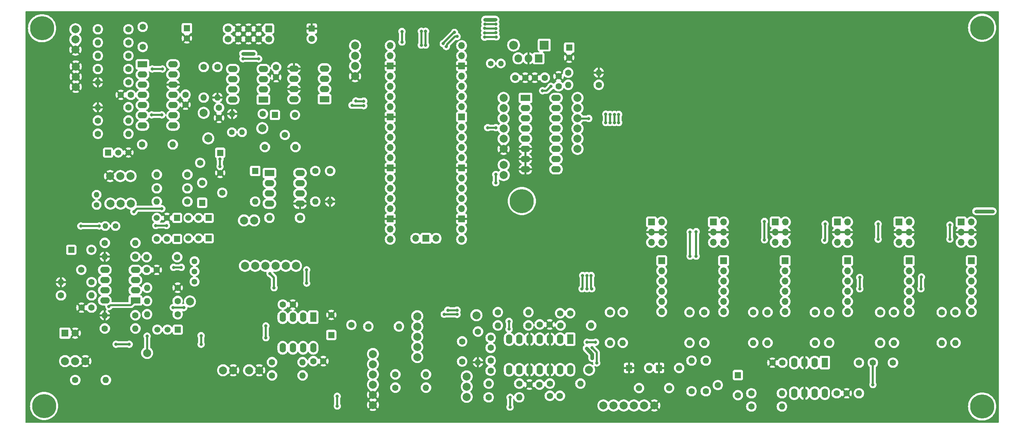
<source format=gbl>
G04 #@! TF.GenerationSoftware,KiCad,Pcbnew,7.0.2-0*
G04 #@! TF.CreationDate,2023-06-25T21:33:58+02:00*
G04 #@! TF.ProjectId,shmoergh-funk-live-control,73686d6f-6572-4676-982d-66756e6b2d6c,rev?*
G04 #@! TF.SameCoordinates,Original*
G04 #@! TF.FileFunction,Copper,L2,Bot*
G04 #@! TF.FilePolarity,Positive*
%FSLAX46Y46*%
G04 Gerber Fmt 4.6, Leading zero omitted, Abs format (unit mm)*
G04 Created by KiCad (PCBNEW 7.0.2-0) date 2023-06-25 21:33:58*
%MOMM*%
%LPD*%
G01*
G04 APERTURE LIST*
G04 Aperture macros list*
%AMRoundRect*
0 Rectangle with rounded corners*
0 $1 Rounding radius*
0 $2 $3 $4 $5 $6 $7 $8 $9 X,Y pos of 4 corners*
0 Add a 4 corners polygon primitive as box body*
4,1,4,$2,$3,$4,$5,$6,$7,$8,$9,$2,$3,0*
0 Add four circle primitives for the rounded corners*
1,1,$1+$1,$2,$3*
1,1,$1+$1,$4,$5*
1,1,$1+$1,$6,$7*
1,1,$1+$1,$8,$9*
0 Add four rect primitives between the rounded corners*
20,1,$1+$1,$2,$3,$4,$5,0*
20,1,$1+$1,$4,$5,$6,$7,0*
20,1,$1+$1,$6,$7,$8,$9,0*
20,1,$1+$1,$8,$9,$2,$3,0*%
G04 Aperture macros list end*
G04 #@! TA.AperFunction,ComponentPad*
%ADD10O,1.700000X1.700000*%
G04 #@! TD*
G04 #@! TA.AperFunction,ComponentPad*
%ADD11R,1.700000X1.700000*%
G04 #@! TD*
G04 #@! TA.AperFunction,ComponentPad*
%ADD12C,2.000000*%
G04 #@! TD*
G04 #@! TA.AperFunction,ComponentPad*
%ADD13O,1.600000X1.600000*%
G04 #@! TD*
G04 #@! TA.AperFunction,ComponentPad*
%ADD14C,1.600000*%
G04 #@! TD*
G04 #@! TA.AperFunction,ComponentPad*
%ADD15R,1.600000X1.600000*%
G04 #@! TD*
G04 #@! TA.AperFunction,ComponentPad*
%ADD16R,1.560000X1.560000*%
G04 #@! TD*
G04 #@! TA.AperFunction,ComponentPad*
%ADD17C,1.560000*%
G04 #@! TD*
G04 #@! TA.AperFunction,ComponentPad*
%ADD18R,1.500000X1.500000*%
G04 #@! TD*
G04 #@! TA.AperFunction,ComponentPad*
%ADD19C,1.500000*%
G04 #@! TD*
G04 #@! TA.AperFunction,ComponentPad*
%ADD20R,1.800000X1.800000*%
G04 #@! TD*
G04 #@! TA.AperFunction,ComponentPad*
%ADD21C,1.800000*%
G04 #@! TD*
G04 #@! TA.AperFunction,ComponentPad*
%ADD22R,2.400000X1.600000*%
G04 #@! TD*
G04 #@! TA.AperFunction,ComponentPad*
%ADD23O,2.400000X1.600000*%
G04 #@! TD*
G04 #@! TA.AperFunction,ComponentPad*
%ADD24C,1.400000*%
G04 #@! TD*
G04 #@! TA.AperFunction,ComponentPad*
%ADD25O,1.400000X1.400000*%
G04 #@! TD*
G04 #@! TA.AperFunction,ComponentPad*
%ADD26C,6.000000*%
G04 #@! TD*
G04 #@! TA.AperFunction,ComponentPad*
%ADD27R,1.600000X2.400000*%
G04 #@! TD*
G04 #@! TA.AperFunction,ComponentPad*
%ADD28O,1.600000X2.400000*%
G04 #@! TD*
G04 #@! TA.AperFunction,ComponentPad*
%ADD29C,1.440000*%
G04 #@! TD*
G04 #@! TA.AperFunction,ComponentPad*
%ADD30R,2.200000X2.200000*%
G04 #@! TD*
G04 #@! TA.AperFunction,ComponentPad*
%ADD31O,2.200000X2.200000*%
G04 #@! TD*
G04 #@! TA.AperFunction,ComponentPad*
%ADD32R,1.905000X2.000000*%
G04 #@! TD*
G04 #@! TA.AperFunction,ComponentPad*
%ADD33O,1.905000X2.000000*%
G04 #@! TD*
G04 #@! TA.AperFunction,ComponentPad*
%ADD34RoundRect,0.250000X-0.600000X0.600000X-0.600000X-0.600000X0.600000X-0.600000X0.600000X0.600000X0*%
G04 #@! TD*
G04 #@! TA.AperFunction,ComponentPad*
%ADD35C,1.700000*%
G04 #@! TD*
G04 #@! TA.AperFunction,ViaPad*
%ADD36C,0.800000*%
G04 #@! TD*
G04 #@! TA.AperFunction,Conductor*
%ADD37C,0.508000*%
G04 #@! TD*
G04 #@! TA.AperFunction,Conductor*
%ADD38C,0.889000*%
G04 #@! TD*
G04 APERTURE END LIST*
D10*
X128397000Y-43561000D03*
X128397000Y-46101000D03*
D11*
X128397000Y-48641000D03*
D10*
X128397000Y-51181000D03*
X128397000Y-53721000D03*
X128397000Y-56261000D03*
X128397000Y-58801000D03*
D11*
X128397000Y-61341000D03*
D10*
X128397000Y-63881000D03*
X128397000Y-66421000D03*
X128397000Y-68961000D03*
X128397000Y-71501000D03*
D11*
X128397000Y-74041000D03*
D10*
X128397000Y-76581000D03*
X128397000Y-79121000D03*
X128397000Y-81661000D03*
X128397000Y-84201000D03*
D11*
X128397000Y-86741000D03*
D10*
X128397000Y-89281000D03*
X128397000Y-91821000D03*
X146177000Y-91821000D03*
X146177000Y-89281000D03*
D11*
X146177000Y-86741000D03*
D10*
X146177000Y-84201000D03*
X146177000Y-81661000D03*
X146177000Y-79121000D03*
X146177000Y-76581000D03*
D11*
X146177000Y-74041000D03*
D10*
X146177000Y-71501000D03*
X146177000Y-68961000D03*
X146177000Y-66421000D03*
X146177000Y-63881000D03*
D11*
X146177000Y-61341000D03*
D10*
X146177000Y-58801000D03*
X146177000Y-56261000D03*
X146177000Y-53721000D03*
X146177000Y-51181000D03*
D11*
X146177000Y-48641000D03*
D10*
X146177000Y-46101000D03*
X146177000Y-43561000D03*
X134747000Y-91591000D03*
D11*
X137287000Y-91591000D03*
D10*
X139827000Y-91591000D03*
D12*
X149860000Y-110744000D03*
D13*
X180340000Y-50292000D03*
D14*
X172720000Y-50292000D03*
X64897000Y-96139000D03*
D13*
X57277000Y-96139000D03*
D15*
X172974000Y-44069000D03*
D14*
X172974000Y-46569000D03*
D16*
X99648000Y-60833000D03*
D17*
X102148000Y-65833000D03*
X104648000Y-60833000D03*
D14*
X202951000Y-109982000D03*
D13*
X202951000Y-117602000D03*
D16*
X86026000Y-70271000D03*
D17*
X81026000Y-72771000D03*
X86026000Y-75271000D03*
D14*
X63172750Y-39497000D03*
D13*
X55552750Y-39497000D03*
D14*
X146304000Y-122261000D03*
X146304000Y-117261000D03*
X155194000Y-109982000D03*
D13*
X162814000Y-109982000D03*
D18*
X58092750Y-70210000D03*
D19*
X60632750Y-70210000D03*
X63172750Y-70210000D03*
D14*
X253873000Y-109982000D03*
D13*
X253873000Y-117602000D03*
D20*
X47366000Y-115189000D03*
D21*
X49906000Y-115189000D03*
D16*
X113711000Y-115657000D03*
D17*
X118711000Y-113157000D03*
X113711000Y-110657000D03*
D14*
X170815000Y-113284000D03*
D13*
X178435000Y-113284000D03*
D12*
X95758000Y-124460000D03*
X93218000Y-124460000D03*
D14*
X269207828Y-109982000D03*
D13*
X269207828Y-117602000D03*
D22*
X96789000Y-57013000D03*
D23*
X96789000Y-54473000D03*
X96789000Y-51933000D03*
X96789000Y-49393000D03*
X89169000Y-49393000D03*
X89169000Y-51933000D03*
X89169000Y-54473000D03*
X89169000Y-57013000D03*
D11*
X257683000Y-97155000D03*
D10*
X257683000Y-99695000D03*
X257683000Y-102235000D03*
X257683000Y-104775000D03*
X257683000Y-107315000D03*
X257683000Y-109855000D03*
D24*
X153416000Y-48006000D03*
D25*
X155956000Y-48006000D03*
D14*
X163068000Y-128016000D03*
X165568000Y-128016000D03*
X66601750Y-68199000D03*
D13*
X74221750Y-68199000D03*
D14*
X250444000Y-109982000D03*
D13*
X250444000Y-117602000D03*
D14*
X129667000Y-128778000D03*
D13*
X137287000Y-128778000D03*
D14*
X265778828Y-109982000D03*
D13*
X265778828Y-117602000D03*
D14*
X77851000Y-82423000D03*
D13*
X70231000Y-82423000D03*
D14*
X218353000Y-130175000D03*
D13*
X225973000Y-130175000D03*
D14*
X150241000Y-114808000D03*
D13*
X150241000Y-122428000D03*
D14*
X85725000Y-59075000D03*
X85725000Y-61575000D03*
X63172750Y-46101000D03*
D13*
X55552750Y-46101000D03*
D12*
X96520000Y-64135000D03*
X58674000Y-82931000D03*
X61214000Y-82931000D03*
X63754000Y-82931000D03*
D14*
X253619000Y-122555000D03*
X248619000Y-122555000D03*
D12*
X156651293Y-73279000D03*
X156651293Y-75819000D03*
D14*
X57277000Y-92710000D03*
D13*
X64897000Y-92710000D03*
D12*
X104902000Y-98425000D03*
X102362000Y-98425000D03*
X99822000Y-98425000D03*
X97282000Y-98425000D03*
X94742000Y-98425000D03*
X92202000Y-98425000D03*
D14*
X237744000Y-109982000D03*
D13*
X237744000Y-117602000D03*
D14*
X99949000Y-51435000D03*
X99949000Y-48935000D03*
D12*
X119634000Y-43561000D03*
X119634000Y-46101000D03*
X119634000Y-48641000D03*
X119634000Y-51181000D03*
D26*
X275844000Y-39116000D03*
D14*
X98933000Y-122428000D03*
D13*
X106553000Y-122428000D03*
D14*
X53975000Y-108839000D03*
X51475000Y-108839000D03*
D12*
X47371000Y-122174000D03*
X49911000Y-122174000D03*
X52451000Y-122174000D03*
D18*
X75311000Y-86487000D03*
D19*
X72771000Y-86487000D03*
X70231000Y-86487000D03*
D27*
X236651000Y-122540000D03*
D28*
X234111000Y-122540000D03*
X231571000Y-122540000D03*
X229031000Y-122540000D03*
X229031000Y-130160000D03*
X231571000Y-130160000D03*
X234111000Y-130160000D03*
X236651000Y-130160000D03*
D14*
X218353000Y-133477000D03*
D13*
X225973000Y-133477000D03*
D14*
X75438000Y-107188000D03*
D13*
X67818000Y-107188000D03*
D27*
X109210000Y-111237000D03*
D28*
X106670000Y-111237000D03*
X104130000Y-111237000D03*
X101590000Y-111237000D03*
X101590000Y-118857000D03*
X104130000Y-118857000D03*
X106670000Y-118857000D03*
X109210000Y-118857000D03*
D24*
X88950000Y-65151000D03*
D25*
X91490000Y-65151000D03*
D14*
X98933000Y-125730000D03*
D13*
X106553000Y-125730000D03*
D14*
X159532293Y-51562000D03*
X162032293Y-51562000D03*
D11*
X242316000Y-97155000D03*
D10*
X242316000Y-99695000D03*
X242316000Y-102235000D03*
X242316000Y-104775000D03*
X242316000Y-107315000D03*
X242316000Y-109855000D03*
D11*
X239776000Y-87503000D03*
D10*
X242316000Y-87503000D03*
X239776000Y-90043000D03*
X242316000Y-90043000D03*
X239776000Y-92583000D03*
X242316000Y-92583000D03*
D18*
X75438000Y-114321000D03*
D19*
X72898000Y-114321000D03*
X70358000Y-114321000D03*
D13*
X172720000Y-53340000D03*
D14*
X180340000Y-53340000D03*
X153416000Y-116352000D03*
X153416000Y-118852000D03*
D18*
X83185000Y-86508000D03*
D19*
X80645000Y-86508000D03*
X78105000Y-86508000D03*
D14*
X206634000Y-109982000D03*
D13*
X206634000Y-117602000D03*
D27*
X173228000Y-116713000D03*
D28*
X170688000Y-116713000D03*
X168148000Y-116713000D03*
X165608000Y-116713000D03*
X163068000Y-116713000D03*
X160528000Y-116713000D03*
X157988000Y-116713000D03*
X157988000Y-124333000D03*
X160528000Y-124333000D03*
X163068000Y-124333000D03*
X165608000Y-124333000D03*
X168148000Y-124333000D03*
X170688000Y-124333000D03*
X173228000Y-124333000D03*
D14*
X109728000Y-74803000D03*
D13*
X109728000Y-82423000D03*
D14*
X53975000Y-102489000D03*
D13*
X46355000Y-102489000D03*
D14*
X168148000Y-127762000D03*
D13*
X175768000Y-127762000D03*
D15*
X77724000Y-39243000D03*
D14*
X77724000Y-41743000D03*
D12*
X135128000Y-110998000D03*
X135128000Y-113538000D03*
X135128000Y-116078000D03*
X135128000Y-118618000D03*
X135128000Y-121158000D03*
D14*
X160528000Y-127762000D03*
D13*
X152908000Y-127762000D03*
D14*
X63172750Y-52705000D03*
D13*
X55552750Y-52705000D03*
D16*
X215005000Y-125643000D03*
D17*
X210005000Y-128143000D03*
X215005000Y-130643000D03*
D12*
X156627293Y-56604000D03*
X156627293Y-59144000D03*
X156627293Y-61684000D03*
X156627293Y-64224000D03*
X156627293Y-66764000D03*
X156627293Y-69304000D03*
D14*
X57277000Y-114046000D03*
D13*
X64897000Y-114046000D03*
D14*
X105918000Y-86487000D03*
D13*
X98298000Y-86487000D03*
D14*
X239602000Y-130175000D03*
X242102000Y-130175000D03*
D29*
X79629000Y-102362000D03*
X79629000Y-99822000D03*
X79629000Y-97282000D03*
D22*
X64912000Y-107051000D03*
D23*
X64912000Y-104511000D03*
X64912000Y-101971000D03*
X64912000Y-99431000D03*
X57292000Y-99431000D03*
X57292000Y-101971000D03*
X57292000Y-104511000D03*
X57292000Y-107051000D03*
D24*
X59944000Y-88519000D03*
D25*
X57404000Y-88519000D03*
D14*
X70211000Y-99441000D03*
X67711000Y-99441000D03*
D11*
X208915000Y-87503000D03*
D10*
X211455000Y-87503000D03*
X208915000Y-90043000D03*
X211455000Y-90043000D03*
X208915000Y-92583000D03*
X211455000Y-92583000D03*
D14*
X218821000Y-109982000D03*
D13*
X218821000Y-117602000D03*
D11*
X224282000Y-87503000D03*
D10*
X226822000Y-87503000D03*
X224282000Y-90043000D03*
X226822000Y-90043000D03*
X224282000Y-92583000D03*
X226822000Y-92583000D03*
D14*
X55552750Y-65532000D03*
D13*
X63172750Y-65532000D03*
D14*
X109220000Y-122174000D03*
X111720000Y-122174000D03*
D11*
X196024500Y-97155000D03*
D10*
X196024500Y-99695000D03*
X196024500Y-102235000D03*
X196024500Y-104775000D03*
X196024500Y-107315000D03*
X196024500Y-109855000D03*
D14*
X75311000Y-96266000D03*
D13*
X67691000Y-96266000D03*
D14*
X122936000Y-113538000D03*
D13*
X130556000Y-113538000D03*
D11*
X193484500Y-87503000D03*
D10*
X196024500Y-87503000D03*
X193484500Y-90043000D03*
X196024500Y-90043000D03*
X193484500Y-92583000D03*
X196024500Y-92583000D03*
D14*
X203454000Y-129667000D03*
D13*
X203454000Y-122047000D03*
D12*
X63680750Y-76073000D03*
X61140750Y-76073000D03*
X58600750Y-76073000D03*
D14*
X63172750Y-58928000D03*
D13*
X55552750Y-58928000D03*
D11*
X226786528Y-97155000D03*
D10*
X226786528Y-99695000D03*
X226786528Y-102235000D03*
X226786528Y-104775000D03*
X226786528Y-107315000D03*
X226786528Y-109855000D03*
D24*
X55245000Y-83262000D03*
D25*
X55245000Y-80722000D03*
D14*
X77851000Y-75692000D03*
D13*
X70231000Y-75692000D03*
D14*
X183134000Y-109982000D03*
D13*
X183134000Y-117602000D03*
D12*
X81915000Y-60325000D03*
D14*
X77851000Y-79121000D03*
D13*
X70231000Y-79121000D03*
D14*
X168148000Y-130810000D03*
X170648000Y-130810000D03*
X129667000Y-125476000D03*
D13*
X137287000Y-125476000D03*
D14*
X97155000Y-68834000D03*
D13*
X104775000Y-68834000D03*
D14*
X104120000Y-108077000D03*
X101620000Y-108077000D03*
X81915000Y-48895000D03*
D13*
X81915000Y-56515000D03*
D14*
X166898293Y-51562000D03*
X164398293Y-51562000D03*
X165608000Y-113030000D03*
X168108000Y-113030000D03*
X77396750Y-58293000D03*
X77396750Y-55793000D03*
D26*
X41656000Y-39243000D03*
D14*
X222377000Y-109982000D03*
D13*
X222377000Y-117602000D03*
D22*
X98283000Y-75321000D03*
D23*
X98283000Y-77861000D03*
X98283000Y-80401000D03*
X98283000Y-82941000D03*
X105903000Y-82941000D03*
X105903000Y-80401000D03*
X105903000Y-77861000D03*
X105903000Y-75321000D03*
D14*
X170708000Y-110236000D03*
X173208000Y-110236000D03*
D11*
X211455000Y-97155000D03*
D10*
X211455000Y-99695000D03*
X211455000Y-102235000D03*
X211455000Y-104775000D03*
X211455000Y-107315000D03*
X211455000Y-109855000D03*
D14*
X85344000Y-48895000D03*
D13*
X85344000Y-56515000D03*
D22*
X162088293Y-56604000D03*
D23*
X162088293Y-59144000D03*
X162088293Y-61684000D03*
X162088293Y-64224000D03*
X162088293Y-66764000D03*
X162088293Y-69304000D03*
X162088293Y-71844000D03*
X162088293Y-74384000D03*
X169708293Y-74384000D03*
X169708293Y-71844000D03*
X169708293Y-69304000D03*
X169708293Y-66764000D03*
X169708293Y-64224000D03*
X169708293Y-61684000D03*
X169708293Y-59144000D03*
X169708293Y-56604000D03*
D14*
X170327293Y-53701000D03*
X170327293Y-51201000D03*
X46355000Y-105791000D03*
D13*
X53975000Y-105791000D03*
D12*
X175042293Y-69304000D03*
X175042293Y-66764000D03*
X175042293Y-64224000D03*
X175042293Y-61684000D03*
X175042293Y-59144000D03*
X175042293Y-56604000D03*
D16*
X187873000Y-123871000D03*
D17*
X190373000Y-128871000D03*
X192873000Y-123871000D03*
D30*
X166751000Y-43434000D03*
D31*
X159131000Y-43434000D03*
D14*
X63172750Y-42799000D03*
D13*
X55552750Y-42799000D03*
D12*
X50038000Y-48768000D03*
X50038000Y-51308000D03*
X50038000Y-53848000D03*
D14*
X96647000Y-60579000D03*
D13*
X89027000Y-60579000D03*
D12*
X181483000Y-133223000D03*
X184023000Y-133223000D03*
X186563000Y-133223000D03*
X189103000Y-133223000D03*
X191643000Y-133223000D03*
X194183000Y-133223000D03*
D14*
X66728750Y-43902000D03*
X66728750Y-38902000D03*
X75438000Y-110490000D03*
D13*
X67818000Y-110490000D03*
D14*
X207010000Y-129667000D03*
D13*
X207010000Y-122047000D03*
D32*
X165354000Y-46736000D03*
D33*
X162814000Y-46736000D03*
X160274000Y-46736000D03*
D12*
X78486000Y-107315000D03*
D14*
X55552750Y-62230000D03*
D13*
X63172750Y-62230000D03*
D15*
X94742000Y-74803000D03*
D13*
X94742000Y-82423000D03*
D14*
X245150000Y-122555000D03*
D13*
X245150000Y-130175000D03*
D14*
X162814000Y-113284000D03*
D13*
X155194000Y-113284000D03*
D26*
X42164000Y-133350000D03*
D14*
X49911000Y-126873000D03*
D13*
X57531000Y-126873000D03*
D22*
X66675000Y-48233250D03*
D23*
X66675000Y-50773250D03*
X66675000Y-53313250D03*
X66675000Y-55853250D03*
X66675000Y-58393250D03*
X66675000Y-60933250D03*
X66675000Y-63473250D03*
X74295000Y-63473250D03*
X74295000Y-60933250D03*
X74295000Y-58393250D03*
X74295000Y-55853250D03*
X74295000Y-53313250D03*
X74295000Y-50773250D03*
X74295000Y-48233250D03*
D14*
X186309000Y-109982000D03*
D13*
X186309000Y-117602000D03*
D11*
X273144828Y-97155000D03*
D10*
X273144828Y-99695000D03*
X273144828Y-102235000D03*
X273144828Y-104775000D03*
X273144828Y-107315000D03*
X273144828Y-109855000D03*
D16*
X81534000Y-82724000D03*
D17*
X86534000Y-80224000D03*
X81534000Y-77724000D03*
D11*
X255143000Y-87503000D03*
D10*
X257683000Y-87503000D03*
X255143000Y-90043000D03*
X257683000Y-90043000D03*
X255143000Y-92583000D03*
X257683000Y-92583000D03*
D14*
X234188000Y-109982000D03*
D13*
X234188000Y-117602000D03*
D14*
X152908000Y-131191000D03*
D13*
X160528000Y-131191000D03*
D14*
X75438000Y-103886000D03*
D13*
X67818000Y-103886000D03*
D12*
X89281000Y-124460000D03*
X86741000Y-124460000D03*
X147447000Y-125984000D03*
X147447000Y-128524000D03*
X147447000Y-131064000D03*
D22*
X112014000Y-56896000D03*
D23*
X112014000Y-54356000D03*
X112014000Y-51816000D03*
X112014000Y-49276000D03*
X104394000Y-49276000D03*
X104394000Y-51816000D03*
X104394000Y-54356000D03*
X104394000Y-56896000D03*
D12*
X67818000Y-120142000D03*
D15*
X108839000Y-39330621D03*
D14*
X108839000Y-41830621D03*
D12*
X49964750Y-39497000D03*
X49964750Y-42037000D03*
X49964750Y-44577000D03*
D14*
X153416000Y-122067000D03*
X153416000Y-124567000D03*
D16*
X48935000Y-94441000D03*
D17*
X51435000Y-99441000D03*
X53935000Y-94441000D03*
D18*
X75311000Y-91715000D03*
D19*
X72771000Y-91715000D03*
X70231000Y-91715000D03*
D11*
X270604828Y-87503000D03*
D10*
X273144828Y-87503000D03*
X270604828Y-90043000D03*
X273144828Y-90043000D03*
X270604828Y-92583000D03*
X273144828Y-92583000D03*
D12*
X124079000Y-120396000D03*
X124079000Y-122936000D03*
X124079000Y-125476000D03*
X124079000Y-128016000D03*
X124079000Y-130556000D03*
X124079000Y-133096000D03*
X177927000Y-124333000D03*
D14*
X63754000Y-55833250D03*
X61254000Y-55833250D03*
X113411000Y-74803000D03*
D13*
X113411000Y-82423000D03*
D34*
X98171000Y-39370000D03*
D35*
X98171000Y-41910000D03*
X95631000Y-39370000D03*
X95631000Y-41910000D03*
X93091000Y-39370000D03*
X93091000Y-41910000D03*
X90551000Y-39370000D03*
X90551000Y-41910000D03*
X88011000Y-39370000D03*
X88011000Y-41910000D03*
D14*
X64897000Y-110744000D03*
D13*
X57277000Y-110744000D03*
D14*
X63172750Y-49403000D03*
D13*
X55552750Y-49403000D03*
D18*
X83185000Y-91588000D03*
D19*
X80645000Y-91588000D03*
X78105000Y-91588000D03*
D12*
X83058000Y-66675000D03*
D26*
X161163000Y-82296000D03*
D16*
X195366000Y-123871000D03*
D17*
X197866000Y-128871000D03*
X200366000Y-123871000D03*
D26*
X275844000Y-133477000D03*
D14*
X223600000Y-122555000D03*
X226100000Y-122555000D03*
D12*
X94488000Y-87122000D03*
X91948000Y-87122000D03*
D36*
X182081565Y-60658581D03*
X182080497Y-62738000D03*
X183134000Y-60706000D03*
X183134000Y-62738000D03*
X184239497Y-62738000D03*
X184239497Y-60706000D03*
X185293000Y-62738000D03*
X185293000Y-60706000D03*
X142349116Y-43810515D03*
X145034000Y-41293500D03*
X154790911Y-41417467D03*
X151899834Y-41473685D03*
X151892013Y-40420212D03*
X144399000Y-40277500D03*
X141598300Y-43071500D03*
X154686056Y-40334003D03*
X151879194Y-39276228D03*
X137197503Y-43434000D03*
X154685926Y-39280501D03*
X137197503Y-40005000D03*
X154688010Y-38227000D03*
X151974000Y-38227000D03*
X136144000Y-40005000D03*
X136144000Y-43434000D03*
X176327994Y-100838000D03*
X176147079Y-104158500D03*
X177381497Y-100838000D03*
X177381672Y-104158500D03*
X178587400Y-104158500D03*
X178435000Y-100838000D03*
X154686000Y-37084000D03*
X152019000Y-37084000D03*
X177838793Y-61722000D03*
X119824500Y-57340500D03*
X178689000Y-121412000D03*
X107569000Y-102743000D03*
X63373000Y-117983000D03*
X274320000Y-84836000D03*
X97409000Y-113411000D03*
X278511000Y-84836000D03*
X81280000Y-117983000D03*
X177292000Y-118999000D03*
X107569000Y-99441000D03*
X60071000Y-117983000D03*
X81280000Y-115824000D03*
X97409000Y-116332000D03*
X72644000Y-88392000D03*
X69977000Y-88392000D03*
X91694000Y-45593000D03*
X94361000Y-45593000D03*
X131318000Y-42672000D03*
X131318000Y-40050000D03*
X179547404Y-117475000D03*
X177419000Y-117475000D03*
X179832000Y-122637000D03*
X158242000Y-131191000D03*
X178639904Y-118794096D03*
X158242000Y-133604000D03*
X157988000Y-112268000D03*
X157988000Y-114191500D03*
X145034000Y-110527503D03*
X141840500Y-110490000D03*
X69088000Y-49403000D03*
X71628000Y-49403000D03*
X68961000Y-60833000D03*
X71501000Y-60833000D03*
X248619000Y-128016000D03*
X71501000Y-84201000D03*
X85979000Y-71863500D03*
X85979000Y-73678500D03*
X64516000Y-84963000D03*
X55880000Y-88519000D03*
X51308000Y-88519000D03*
X74295000Y-108839000D03*
X76962000Y-108839000D03*
X58293000Y-108585000D03*
X115189000Y-133350000D03*
X115189000Y-130937000D03*
X99441000Y-103886000D03*
X98425000Y-100330000D03*
X154686000Y-77724000D03*
X154686000Y-75673500D03*
X166339389Y-54819000D03*
X168422293Y-53721000D03*
X152655793Y-64008000D03*
X154706293Y-64008000D03*
X260604000Y-104158500D03*
X260731000Y-101219000D03*
X249936000Y-91821000D03*
X249936000Y-88011000D03*
X142748000Y-109474000D03*
X145034000Y-109474000D03*
X267810828Y-88265000D03*
X267810828Y-91776000D03*
X245364000Y-104158500D03*
X245364000Y-101327500D03*
X236601000Y-92075000D03*
X236728000Y-88011000D03*
X221615000Y-87376000D03*
X221615000Y-91948000D03*
X204602000Y-96030500D03*
X204602000Y-89916000D03*
X203078000Y-90043000D03*
X203073000Y-96030500D03*
X67818000Y-115951000D03*
X74403500Y-98806000D03*
X76327000Y-98806000D03*
X121793000Y-57404000D03*
X118872000Y-58420000D03*
X121793000Y-58547000D03*
X91694000Y-46863000D03*
X95631000Y-46863000D03*
D37*
X176147079Y-104158500D02*
X176328357Y-103977222D01*
X176328357Y-103977222D02*
X176328357Y-100838363D01*
X176328357Y-100838363D02*
X176327994Y-100838000D01*
X178587400Y-104158500D02*
X178435000Y-104006100D01*
X178435000Y-104006100D02*
X178435000Y-100838000D01*
X177381497Y-100838000D02*
X177381672Y-100838175D01*
X177381672Y-100838175D02*
X177381672Y-104158500D01*
X144399000Y-40277500D02*
X144253500Y-40277500D01*
X144253500Y-40277500D02*
X141598300Y-42932700D01*
X141598300Y-42932700D02*
X141598300Y-43071500D01*
X145034000Y-41293500D02*
X144507500Y-41293500D01*
X144507500Y-41293500D02*
X142494000Y-43307000D01*
X142494000Y-43307000D02*
X142494000Y-43665631D01*
X142494000Y-43665631D02*
X142349116Y-43810515D01*
X154790911Y-41417467D02*
X154734693Y-41473685D01*
X154734693Y-41473685D02*
X151899834Y-41473685D01*
X151879194Y-39276228D02*
X151883467Y-39280501D01*
X151883467Y-39280501D02*
X154685926Y-39280501D01*
X151892013Y-40420212D02*
X154599847Y-40420212D01*
X154599847Y-40420212D02*
X154686056Y-40334003D01*
X151974000Y-38227000D02*
X154688010Y-38227000D01*
D38*
X152019000Y-37084000D02*
X154559000Y-37084000D01*
D37*
X185293000Y-60706000D02*
X185293000Y-62738000D01*
X184239497Y-60706000D02*
X184239497Y-62738000D01*
X183134000Y-60706000D02*
X183134000Y-62738000D01*
X182081565Y-60658581D02*
X182081565Y-62736932D01*
X182081565Y-62736932D02*
X182080497Y-62738000D01*
X137197503Y-40005000D02*
X137160000Y-40042503D01*
X137160000Y-40042503D02*
X137160000Y-43396497D01*
X137160000Y-43396497D02*
X137197503Y-43434000D01*
X136144000Y-40005000D02*
X136144000Y-43434000D01*
X131318000Y-42672000D02*
X131318000Y-40050000D01*
X177838793Y-61722000D02*
X175080293Y-61722000D01*
X175080293Y-61722000D02*
X175042293Y-61684000D01*
X121793000Y-58547000D02*
X119253000Y-58547000D01*
X119253000Y-58547000D02*
X119126000Y-58420000D01*
X119126000Y-58420000D02*
X118872000Y-58420000D01*
X119824500Y-57340500D02*
X119888000Y-57404000D01*
X119888000Y-57404000D02*
X121793000Y-57404000D01*
X63373000Y-117983000D02*
X60071000Y-117983000D01*
X97409000Y-113411000D02*
X97409000Y-116332000D01*
D38*
X178689000Y-121412000D02*
X178689000Y-120396000D01*
X178689000Y-120396000D02*
X177292000Y-118999000D01*
D37*
X81280000Y-115824000D02*
X81280000Y-117983000D01*
X107569000Y-99441000D02*
X107569000Y-102743000D01*
D38*
X274320000Y-84836000D02*
X278511000Y-84836000D01*
X91694000Y-45593000D02*
X94361000Y-45593000D01*
D37*
X72644000Y-88392000D02*
X69977000Y-88392000D01*
X177419000Y-117475000D02*
X179547404Y-117475000D01*
X158242000Y-131191000D02*
X158242000Y-133604000D01*
X179832000Y-122637000D02*
X179832000Y-119986192D01*
X179832000Y-119986192D02*
X178639904Y-118794096D01*
X157988000Y-112268000D02*
X157988000Y-114191500D01*
X141878003Y-110527503D02*
X145034000Y-110527503D01*
X141840500Y-110490000D02*
X141878003Y-110527503D01*
X71628000Y-49403000D02*
X69088000Y-49403000D01*
X68961000Y-60833000D02*
X71501000Y-60833000D01*
X248619000Y-128016000D02*
X248619000Y-122555000D01*
X65278000Y-84201000D02*
X64516000Y-84963000D01*
X85979000Y-71863500D02*
X85979000Y-73678500D01*
X71501000Y-84201000D02*
X65278000Y-84201000D01*
X55880000Y-88519000D02*
X51308000Y-88519000D01*
X58293000Y-108585000D02*
X58674000Y-108204000D01*
X58674000Y-108204000D02*
X63759000Y-108204000D01*
X76962000Y-108839000D02*
X74295000Y-108839000D01*
X63759000Y-108204000D02*
X64912000Y-107051000D01*
X115189000Y-133350000D02*
X115189000Y-130937000D01*
X99441000Y-101346000D02*
X98425000Y-100330000D01*
X99441000Y-103886000D02*
X99441000Y-101346000D01*
X154686000Y-75673500D02*
X154686000Y-77724000D01*
X166339389Y-54819000D02*
X167324293Y-54819000D01*
X167324293Y-54819000D02*
X168422293Y-53721000D01*
X152655793Y-64008000D02*
X154706293Y-64008000D01*
X260604000Y-104158500D02*
X260604000Y-101346000D01*
X260604000Y-101346000D02*
X260731000Y-101219000D01*
X249936000Y-88011000D02*
X249936000Y-91821000D01*
X142748000Y-109474000D02*
X145034000Y-109474000D01*
X267810828Y-88265000D02*
X267810828Y-91776000D01*
X245364000Y-104158500D02*
X245364000Y-101327500D01*
X236728000Y-91948000D02*
X236601000Y-92075000D01*
X236728000Y-88011000D02*
X236728000Y-91948000D01*
X221615000Y-87376000D02*
X221615000Y-91948000D01*
X204602000Y-96030500D02*
X204602000Y-89916000D01*
X203078000Y-94483000D02*
X203078000Y-90043000D01*
X203073000Y-96030500D02*
X203073000Y-94488000D01*
X203073000Y-94488000D02*
X203078000Y-94483000D01*
X67818000Y-120142000D02*
X67818000Y-115951000D01*
X76327000Y-98806000D02*
X74403500Y-98806000D01*
X95631000Y-46863000D02*
X91694000Y-46863000D01*
G04 #@! TA.AperFunction,Conductor*
G36*
X103734835Y-108202148D02*
G01*
X103792359Y-108315045D01*
X103881955Y-108404641D01*
X103994852Y-108462165D01*
X104075599Y-108474953D01*
X103394526Y-109156025D01*
X103394526Y-109156026D01*
X103467515Y-109207133D01*
X103673674Y-109303266D01*
X103804440Y-109338305D01*
X103864101Y-109374670D01*
X103894630Y-109437517D01*
X103886335Y-109506892D01*
X103841850Y-109560770D01*
X103804442Y-109577855D01*
X103704604Y-109604607D01*
X103683504Y-109610261D01*
X103683503Y-109610261D01*
X103683501Y-109610262D01*
X103477264Y-109706432D01*
X103290859Y-109836953D01*
X103129953Y-109997859D01*
X102999433Y-110184263D01*
X102972382Y-110242275D01*
X102926209Y-110294714D01*
X102859015Y-110313865D01*
X102792134Y-110293649D01*
X102747618Y-110242275D01*
X102744692Y-110236000D01*
X102720568Y-110184266D01*
X102720566Y-110184263D01*
X102590046Y-109997859D01*
X102429140Y-109836953D01*
X102242735Y-109706432D01*
X102036497Y-109610261D01*
X101926523Y-109580794D01*
X101866863Y-109544429D01*
X101836334Y-109481582D01*
X101844629Y-109412206D01*
X101889114Y-109358328D01*
X101926522Y-109341244D01*
X102066496Y-109303739D01*
X102272734Y-109207568D01*
X102459139Y-109077047D01*
X102620047Y-108916139D01*
X102750568Y-108729734D01*
X102757893Y-108714023D01*
X102804062Y-108661586D01*
X102871255Y-108642432D01*
X102938137Y-108662646D01*
X102982657Y-108714023D01*
X102989866Y-108729483D01*
X103040972Y-108802471D01*
X103040974Y-108802472D01*
X103722046Y-108121399D01*
X103734835Y-108202148D01*
G37*
G04 #@! TD.AperFunction*
G04 #@! TA.AperFunction,Conductor*
G36*
X92631507Y-39579844D02*
G01*
X92709239Y-39700798D01*
X92817900Y-39794952D01*
X92948685Y-39854680D01*
X92958466Y-39856086D01*
X92329625Y-40484925D01*
X92406031Y-40538425D01*
X92449655Y-40593002D01*
X92456848Y-40662501D01*
X92425326Y-40724855D01*
X92406029Y-40741576D01*
X92329625Y-40795072D01*
X92958466Y-41423913D01*
X92948685Y-41425320D01*
X92817900Y-41485048D01*
X92709239Y-41579202D01*
X92631507Y-41700156D01*
X92607923Y-41780476D01*
X91976072Y-41148625D01*
X91976072Y-41148626D01*
X91922574Y-41225030D01*
X91867998Y-41268655D01*
X91798499Y-41275849D01*
X91736144Y-41244326D01*
X91719424Y-41225030D01*
X91665925Y-41148626D01*
X91665925Y-41148625D01*
X91034076Y-41780474D01*
X91010493Y-41700156D01*
X90932761Y-41579202D01*
X90824100Y-41485048D01*
X90693315Y-41425320D01*
X90683531Y-41423913D01*
X91312373Y-40795073D01*
X91312373Y-40795072D01*
X91235969Y-40741574D01*
X91192344Y-40686997D01*
X91185150Y-40617499D01*
X91216673Y-40555144D01*
X91235969Y-40538424D01*
X91312373Y-40484925D01*
X90683533Y-39856086D01*
X90693315Y-39854680D01*
X90824100Y-39794952D01*
X90932761Y-39700798D01*
X91010493Y-39579844D01*
X91034076Y-39499524D01*
X91665925Y-40131373D01*
X91719424Y-40054969D01*
X91774001Y-40011344D01*
X91843499Y-40004150D01*
X91905854Y-40035673D01*
X91922574Y-40054969D01*
X91976072Y-40131373D01*
X91976073Y-40131373D01*
X92607923Y-39499523D01*
X92631507Y-39579844D01*
G37*
G04 #@! TD.AperFunction*
G04 #@! TA.AperFunction,Conductor*
G36*
X95171507Y-39579844D02*
G01*
X95249239Y-39700798D01*
X95357900Y-39794952D01*
X95488685Y-39854680D01*
X95498466Y-39856086D01*
X94869625Y-40484925D01*
X94946031Y-40538425D01*
X94989655Y-40593002D01*
X94996848Y-40662501D01*
X94965326Y-40724855D01*
X94946029Y-40741576D01*
X94869625Y-40795072D01*
X95498466Y-41423913D01*
X95488685Y-41425320D01*
X95357900Y-41485048D01*
X95249239Y-41579202D01*
X95171507Y-41700156D01*
X95147923Y-41780475D01*
X94516073Y-41148625D01*
X94516072Y-41148626D01*
X94462574Y-41225030D01*
X94407998Y-41268655D01*
X94338499Y-41275849D01*
X94276144Y-41244326D01*
X94259424Y-41225030D01*
X94205925Y-41148626D01*
X94205925Y-41148625D01*
X93574076Y-41780475D01*
X93550493Y-41700156D01*
X93472761Y-41579202D01*
X93364100Y-41485048D01*
X93233315Y-41425320D01*
X93223533Y-41423913D01*
X93852373Y-40795073D01*
X93852373Y-40795072D01*
X93775969Y-40741574D01*
X93732344Y-40686997D01*
X93725150Y-40617499D01*
X93756673Y-40555144D01*
X93775969Y-40538424D01*
X93852373Y-40484925D01*
X93223533Y-39856086D01*
X93233315Y-39854680D01*
X93364100Y-39794952D01*
X93472761Y-39700798D01*
X93550493Y-39579844D01*
X93574077Y-39499523D01*
X94205925Y-40131372D01*
X94259424Y-40054969D01*
X94314001Y-40011344D01*
X94383499Y-40004150D01*
X94445854Y-40035673D01*
X94462574Y-40054969D01*
X94516072Y-40131373D01*
X94516073Y-40131373D01*
X95147923Y-39499523D01*
X95171507Y-39579844D01*
G37*
G04 #@! TD.AperFunction*
G04 #@! TA.AperFunction,Conductor*
G36*
X96750341Y-40135789D02*
G01*
X96802191Y-40146209D01*
X96852375Y-40194823D01*
X96862206Y-40216967D01*
X96886186Y-40289334D01*
X96978288Y-40438657D01*
X97102342Y-40562711D01*
X97170479Y-40604738D01*
X97251666Y-40654814D01*
X97259890Y-40657539D01*
X97317332Y-40697309D01*
X97344157Y-40761824D01*
X97331843Y-40830600D01*
X97305095Y-40861659D01*
X97307270Y-40863834D01*
X97132508Y-41038595D01*
X97132505Y-41038598D01*
X97132505Y-41038599D01*
X97002271Y-41224594D01*
X97002270Y-41224595D01*
X96947693Y-41268219D01*
X96878194Y-41275412D01*
X96815840Y-41243890D01*
X96799120Y-41224595D01*
X96745925Y-41148626D01*
X96745925Y-41148625D01*
X96114076Y-41780475D01*
X96090493Y-41700156D01*
X96012761Y-41579202D01*
X95904100Y-41485048D01*
X95773315Y-41425320D01*
X95763533Y-41423913D01*
X96392373Y-40795073D01*
X96392373Y-40795072D01*
X96315969Y-40741574D01*
X96272344Y-40686997D01*
X96265150Y-40617499D01*
X96296673Y-40555144D01*
X96315969Y-40538424D01*
X96392373Y-40484925D01*
X95763533Y-39856086D01*
X95773315Y-39854680D01*
X95904100Y-39794952D01*
X96012761Y-39700798D01*
X96090493Y-39579844D01*
X96114076Y-39499524D01*
X96750341Y-40135789D01*
G37*
G04 #@! TD.AperFunction*
G04 #@! TA.AperFunction,Conductor*
G36*
X90091507Y-39579844D02*
G01*
X90169239Y-39700798D01*
X90277900Y-39794952D01*
X90408685Y-39854680D01*
X90418466Y-39856086D01*
X89789625Y-40484925D01*
X89866031Y-40538425D01*
X89909655Y-40593002D01*
X89916848Y-40662501D01*
X89885326Y-40724855D01*
X89866029Y-40741576D01*
X89789626Y-40795072D01*
X89789625Y-40795073D01*
X90418466Y-41423913D01*
X90408685Y-41425320D01*
X90277900Y-41485048D01*
X90169239Y-41579202D01*
X90091507Y-41700156D01*
X90067923Y-41780474D01*
X89436073Y-41148626D01*
X89382881Y-41224594D01*
X89328304Y-41268219D01*
X89258806Y-41275413D01*
X89196451Y-41243891D01*
X89179730Y-41224595D01*
X89049495Y-41038599D01*
X88882401Y-40871505D01*
X88696839Y-40741573D01*
X88653216Y-40686998D01*
X88646022Y-40617500D01*
X88677545Y-40555145D01*
X88696837Y-40538428D01*
X88882401Y-40408495D01*
X89049495Y-40241401D01*
X89179732Y-40055403D01*
X89234307Y-40011780D01*
X89303805Y-40004586D01*
X89366160Y-40036109D01*
X89382880Y-40055405D01*
X89436073Y-40131373D01*
X90067923Y-39499523D01*
X90091507Y-39579844D01*
G37*
G04 #@! TD.AperFunction*
G04 #@! TA.AperFunction,Conductor*
G36*
X195565007Y-89833156D02*
G01*
X195524500Y-89971111D01*
X195524500Y-90114889D01*
X195565007Y-90252844D01*
X195590814Y-90293000D01*
X193918186Y-90293000D01*
X193943993Y-90252844D01*
X193984500Y-90114889D01*
X193984500Y-89971111D01*
X193943993Y-89833156D01*
X193918186Y-89793000D01*
X195590814Y-89793000D01*
X195565007Y-89833156D01*
G37*
G04 #@! TD.AperFunction*
G04 #@! TA.AperFunction,Conductor*
G36*
X210995507Y-89833156D02*
G01*
X210955000Y-89971111D01*
X210955000Y-90114889D01*
X210995507Y-90252844D01*
X211021314Y-90293000D01*
X209348686Y-90293000D01*
X209374493Y-90252844D01*
X209415000Y-90114889D01*
X209415000Y-89971111D01*
X209374493Y-89833156D01*
X209348686Y-89793000D01*
X211021314Y-89793000D01*
X210995507Y-89833156D01*
G37*
G04 #@! TD.AperFunction*
G04 #@! TA.AperFunction,Conductor*
G36*
X226362507Y-89833156D02*
G01*
X226322000Y-89971111D01*
X226322000Y-90114889D01*
X226362507Y-90252844D01*
X226388314Y-90293000D01*
X224715686Y-90293000D01*
X224741493Y-90252844D01*
X224782000Y-90114889D01*
X224782000Y-89971111D01*
X224741493Y-89833156D01*
X224715686Y-89793000D01*
X226388314Y-89793000D01*
X226362507Y-89833156D01*
G37*
G04 #@! TD.AperFunction*
G04 #@! TA.AperFunction,Conductor*
G36*
X241856507Y-89833156D02*
G01*
X241816000Y-89971111D01*
X241816000Y-90114889D01*
X241856507Y-90252844D01*
X241882314Y-90293000D01*
X240209686Y-90293000D01*
X240235493Y-90252844D01*
X240276000Y-90114889D01*
X240276000Y-89971111D01*
X240235493Y-89833156D01*
X240209686Y-89793000D01*
X241882314Y-89793000D01*
X241856507Y-89833156D01*
G37*
G04 #@! TD.AperFunction*
G04 #@! TA.AperFunction,Conductor*
G36*
X257223507Y-89833156D02*
G01*
X257183000Y-89971111D01*
X257183000Y-90114889D01*
X257223507Y-90252844D01*
X257249314Y-90293000D01*
X255576686Y-90293000D01*
X255602493Y-90252844D01*
X255643000Y-90114889D01*
X255643000Y-89971111D01*
X255602493Y-89833156D01*
X255576686Y-89793000D01*
X257249314Y-89793000D01*
X257223507Y-89833156D01*
G37*
G04 #@! TD.AperFunction*
G04 #@! TA.AperFunction,Conductor*
G36*
X272685335Y-89833156D02*
G01*
X272644828Y-89971111D01*
X272644828Y-90114889D01*
X272685335Y-90252844D01*
X272711142Y-90293000D01*
X271038514Y-90293000D01*
X271064321Y-90252844D01*
X271104828Y-90114889D01*
X271104828Y-89971111D01*
X271064321Y-89833156D01*
X271038514Y-89793000D01*
X272711142Y-89793000D01*
X272685335Y-89833156D01*
G37*
G04 #@! TD.AperFunction*
G04 #@! TA.AperFunction,Conductor*
G36*
X72385835Y-86612148D02*
G01*
X72443359Y-86725045D01*
X72532955Y-86814641D01*
X72645852Y-86872165D01*
X72726599Y-86884953D01*
X72071523Y-87540027D01*
X72065261Y-87571191D01*
X72016647Y-87621375D01*
X71955499Y-87637500D01*
X71148337Y-87637500D01*
X71081298Y-87617815D01*
X71035543Y-87565011D01*
X71025599Y-87495853D01*
X71054624Y-87432297D01*
X71060656Y-87425819D01*
X71121975Y-87364500D01*
X71192598Y-87293877D01*
X71318102Y-87114639D01*
X71388895Y-86962822D01*
X71435066Y-86910385D01*
X71502260Y-86891233D01*
X71569141Y-86911449D01*
X71613658Y-86962825D01*
X71684331Y-87114386D01*
X71727873Y-87176571D01*
X71727875Y-87176572D01*
X72373046Y-86531400D01*
X72385835Y-86612148D01*
G37*
G04 #@! TD.AperFunction*
G04 #@! TA.AperFunction,Conductor*
G36*
X162338293Y-74068314D02*
G01*
X162326338Y-74056359D01*
X162213441Y-73998835D01*
X162119774Y-73984000D01*
X162056812Y-73984000D01*
X161963145Y-73998835D01*
X161850248Y-74056359D01*
X161838293Y-74068314D01*
X161838293Y-72159686D01*
X161850248Y-72171641D01*
X161963145Y-72229165D01*
X162056812Y-72244000D01*
X162119774Y-72244000D01*
X162213441Y-72229165D01*
X162326338Y-72171641D01*
X162338293Y-72159685D01*
X162338293Y-74068314D01*
G37*
G04 #@! TD.AperFunction*
G04 #@! TA.AperFunction,Conductor*
G36*
X162338293Y-71528314D02*
G01*
X162326338Y-71516359D01*
X162213441Y-71458835D01*
X162119774Y-71444000D01*
X162056812Y-71444000D01*
X161963145Y-71458835D01*
X161850248Y-71516359D01*
X161838293Y-71528314D01*
X161838293Y-69619686D01*
X161850248Y-69631641D01*
X161963145Y-69689165D01*
X162056812Y-69704000D01*
X162119774Y-69704000D01*
X162213441Y-69689165D01*
X162326338Y-69631641D01*
X162338293Y-69619685D01*
X162338293Y-71528314D01*
G37*
G04 #@! TD.AperFunction*
G04 #@! TA.AperFunction,Conductor*
G36*
X76103001Y-56170539D02*
G01*
X76156879Y-56215023D01*
X76166572Y-56232123D01*
X76266182Y-56445734D01*
X76396703Y-56632140D01*
X76557609Y-56793046D01*
X76744014Y-56923567D01*
X76744015Y-56923567D01*
X76744016Y-56923568D01*
X76759725Y-56930893D01*
X76812164Y-56977065D01*
X76831316Y-57044259D01*
X76811100Y-57111140D01*
X76759727Y-57155656D01*
X76744267Y-57162865D01*
X76671277Y-57213973D01*
X76671276Y-57213973D01*
X77352350Y-57895046D01*
X77271602Y-57907835D01*
X77158705Y-57965359D01*
X77069109Y-58054955D01*
X77011585Y-58167852D01*
X76998796Y-58248599D01*
X76317723Y-57567526D01*
X76317723Y-57567527D01*
X76266615Y-57640516D01*
X76170483Y-57846673D01*
X76150856Y-57919923D01*
X76114490Y-57979583D01*
X76051643Y-58010112D01*
X75982268Y-58001817D01*
X75928390Y-57957331D01*
X75918699Y-57940234D01*
X75835408Y-57761618D01*
X75825568Y-57740516D01*
X75821404Y-57734568D01*
X75695046Y-57554109D01*
X75534140Y-57393203D01*
X75347736Y-57262683D01*
X75334981Y-57256735D01*
X75289722Y-57235630D01*
X75237284Y-57189458D01*
X75218133Y-57122264D01*
X75238349Y-57055383D01*
X75289721Y-57010869D01*
X75347734Y-56983818D01*
X75534139Y-56853297D01*
X75695047Y-56692389D01*
X75825568Y-56505984D01*
X75921739Y-56299746D01*
X75934416Y-56252434D01*
X75970779Y-56192775D01*
X76033625Y-56162245D01*
X76103001Y-56170539D01*
G37*
G04 #@! TD.AperFunction*
G04 #@! TA.AperFunction,Conductor*
G36*
X98703558Y-49357525D02*
G01*
X98726878Y-49391398D01*
X98731425Y-49401148D01*
X98818432Y-49587735D01*
X98948953Y-49774140D01*
X99109859Y-49935046D01*
X99296264Y-50065567D01*
X99296265Y-50065567D01*
X99296266Y-50065568D01*
X99311975Y-50072893D01*
X99364414Y-50119065D01*
X99383566Y-50186259D01*
X99363350Y-50253140D01*
X99311977Y-50297656D01*
X99296517Y-50304865D01*
X99223527Y-50355973D01*
X99223526Y-50355973D01*
X99904600Y-51037046D01*
X99823852Y-51049835D01*
X99710955Y-51107359D01*
X99621359Y-51196955D01*
X99563835Y-51309852D01*
X99551046Y-51390599D01*
X98869973Y-50709526D01*
X98869973Y-50709527D01*
X98818865Y-50782516D01*
X98722733Y-50988672D01*
X98663858Y-51208397D01*
X98644506Y-51429590D01*
X98619053Y-51494658D01*
X98562463Y-51535637D01*
X98492701Y-51539515D01*
X98431916Y-51505061D01*
X98408597Y-51471189D01*
X98319568Y-51280266D01*
X98294283Y-51244154D01*
X98189046Y-51093859D01*
X98028140Y-50932953D01*
X97841733Y-50802431D01*
X97783725Y-50775382D01*
X97731285Y-50729210D01*
X97712133Y-50662017D01*
X97732348Y-50595135D01*
X97783725Y-50550618D01*
X97841734Y-50523568D01*
X98028139Y-50393047D01*
X98189047Y-50232139D01*
X98319568Y-50045734D01*
X98415739Y-49839496D01*
X98474635Y-49619692D01*
X98483878Y-49514045D01*
X98490969Y-49432997D01*
X98516421Y-49367928D01*
X98573012Y-49326949D01*
X98642774Y-49323071D01*
X98703558Y-49357525D01*
G37*
G04 #@! TD.AperFunction*
G04 #@! TA.AperFunction,Conductor*
G36*
X279942539Y-35020185D02*
G01*
X279988294Y-35072989D01*
X279999500Y-35124500D01*
X279999500Y-137375500D01*
X279979815Y-137442539D01*
X279927011Y-137488294D01*
X279875500Y-137499500D01*
X37624500Y-137499500D01*
X37557461Y-137479815D01*
X37511706Y-137427011D01*
X37500500Y-137375500D01*
X37500500Y-133350000D01*
X38658696Y-133350000D01*
X38658866Y-133353243D01*
X38677652Y-133711721D01*
X38677898Y-133716404D01*
X38678403Y-133719597D01*
X38678405Y-133719609D01*
X38734785Y-134075576D01*
X38735295Y-134078794D01*
X38736133Y-134081923D01*
X38736136Y-134081935D01*
X38829415Y-134430056D01*
X38829419Y-134430070D01*
X38830258Y-134433199D01*
X38831421Y-134436228D01*
X38831425Y-134436241D01*
X38956716Y-134762635D01*
X38961745Y-134775736D01*
X39128318Y-135102652D01*
X39328149Y-135410366D01*
X39559051Y-135695506D01*
X39818494Y-135954949D01*
X40103634Y-136185851D01*
X40411348Y-136385682D01*
X40738264Y-136552255D01*
X41080801Y-136683742D01*
X41435206Y-136778705D01*
X41797596Y-136836102D01*
X42164000Y-136855304D01*
X42530404Y-136836102D01*
X42892794Y-136778705D01*
X43247199Y-136683742D01*
X43589736Y-136552255D01*
X43916652Y-136385682D01*
X44224366Y-136185851D01*
X44509506Y-135954949D01*
X44768949Y-135695506D01*
X44999851Y-135410366D01*
X45199682Y-135102652D01*
X45366255Y-134775736D01*
X45497742Y-134433199D01*
X45592705Y-134078794D01*
X45650102Y-133716404D01*
X45669304Y-133350000D01*
X45669304Y-133349999D01*
X114283540Y-133349999D01*
X114303326Y-133538257D01*
X114361820Y-133718284D01*
X114456466Y-133882216D01*
X114583129Y-134022889D01*
X114736269Y-134134151D01*
X114909197Y-134211144D01*
X115094352Y-134250500D01*
X115094354Y-134250500D01*
X115283648Y-134250500D01*
X115407084Y-134224262D01*
X115468803Y-134211144D01*
X115641730Y-134134151D01*
X115700163Y-134091697D01*
X115794870Y-134022889D01*
X115921533Y-133882216D01*
X116016179Y-133718284D01*
X116053312Y-133604000D01*
X116074674Y-133538256D01*
X116094460Y-133350000D01*
X116074674Y-133161744D01*
X116016179Y-132981716D01*
X116016179Y-132981715D01*
X115960113Y-132884606D01*
X115943500Y-132822606D01*
X115943500Y-131464392D01*
X115960112Y-131402393D01*
X116016179Y-131305284D01*
X116074674Y-131125256D01*
X116094460Y-130937000D01*
X116074674Y-130748744D01*
X116040379Y-130643194D01*
X116016179Y-130568715D01*
X115921533Y-130404783D01*
X115794870Y-130264110D01*
X115641730Y-130152848D01*
X115468802Y-130075855D01*
X115283648Y-130036500D01*
X115283646Y-130036500D01*
X115094354Y-130036500D01*
X115094352Y-130036500D01*
X114909197Y-130075855D01*
X114736269Y-130152848D01*
X114583129Y-130264110D01*
X114456466Y-130404783D01*
X114361820Y-130568715D01*
X114303326Y-130748742D01*
X114283540Y-130936999D01*
X114303326Y-131125257D01*
X114361819Y-131305281D01*
X114361821Y-131305284D01*
X114417887Y-131402393D01*
X114434500Y-131464392D01*
X114434500Y-132822606D01*
X114417887Y-132884606D01*
X114361820Y-132981715D01*
X114303326Y-133161742D01*
X114283540Y-133349999D01*
X45669304Y-133349999D01*
X45650102Y-132983596D01*
X45592705Y-132621206D01*
X45513196Y-132324474D01*
X45498584Y-132269943D01*
X45498583Y-132269941D01*
X45497742Y-132266801D01*
X45366255Y-131924264D01*
X45199682Y-131597348D01*
X44999851Y-131289634D01*
X44768949Y-131004494D01*
X44509506Y-130745051D01*
X44224366Y-130514149D01*
X43916652Y-130314318D01*
X43913764Y-130312846D01*
X43913758Y-130312843D01*
X43592617Y-130149213D01*
X43589736Y-130147745D01*
X43586715Y-130146585D01*
X43586712Y-130146584D01*
X43250241Y-130017425D01*
X43250228Y-130017421D01*
X43247199Y-130016258D01*
X43244070Y-130015419D01*
X43244056Y-130015415D01*
X42895935Y-129922136D01*
X42895923Y-129922133D01*
X42892794Y-129921295D01*
X42889581Y-129920786D01*
X42889576Y-129920785D01*
X42533609Y-129864405D01*
X42533597Y-129864403D01*
X42530404Y-129863898D01*
X42527171Y-129863728D01*
X42527166Y-129863728D01*
X42167244Y-129844866D01*
X42164000Y-129844696D01*
X42160756Y-129844866D01*
X41800833Y-129863728D01*
X41800826Y-129863728D01*
X41797596Y-129863898D01*
X41794404Y-129864403D01*
X41794390Y-129864405D01*
X41438423Y-129920785D01*
X41438414Y-129920786D01*
X41435206Y-129921295D01*
X41432080Y-129922132D01*
X41432064Y-129922136D01*
X41083943Y-130015415D01*
X41083923Y-130015421D01*
X41080801Y-130016258D01*
X41077776Y-130017418D01*
X41077758Y-130017425D01*
X40741287Y-130146584D01*
X40741277Y-130146588D01*
X40738264Y-130147745D01*
X40735389Y-130149209D01*
X40735382Y-130149213D01*
X40414241Y-130312843D01*
X40414227Y-130312850D01*
X40411348Y-130314318D01*
X40408628Y-130316084D01*
X40408620Y-130316089D01*
X40106362Y-130512377D01*
X40106356Y-130512380D01*
X40103634Y-130514149D01*
X40101114Y-130516189D01*
X40101108Y-130516194D01*
X39821012Y-130743011D01*
X39821001Y-130743020D01*
X39818494Y-130745051D01*
X39816209Y-130747335D01*
X39816199Y-130747345D01*
X39561345Y-131002199D01*
X39561335Y-131002209D01*
X39559051Y-131004494D01*
X39557020Y-131007001D01*
X39557011Y-131007012D01*
X39330194Y-131287108D01*
X39330189Y-131287114D01*
X39328149Y-131289634D01*
X39326380Y-131292356D01*
X39326377Y-131292362D01*
X39130089Y-131594620D01*
X39130084Y-131594628D01*
X39128318Y-131597348D01*
X39126850Y-131600227D01*
X39126843Y-131600241D01*
X38999140Y-131850872D01*
X38961745Y-131924264D01*
X38960588Y-131927277D01*
X38960584Y-131927287D01*
X38831425Y-132263758D01*
X38831418Y-132263776D01*
X38830258Y-132266801D01*
X38829421Y-132269923D01*
X38829415Y-132269943D01*
X38736136Y-132618064D01*
X38736132Y-132618080D01*
X38735295Y-132621206D01*
X38734786Y-132624414D01*
X38734785Y-132624423D01*
X38678405Y-132980390D01*
X38678403Y-132980404D01*
X38677898Y-132983596D01*
X38677728Y-132986826D01*
X38677728Y-132986833D01*
X38663920Y-133250310D01*
X38658696Y-133350000D01*
X37500500Y-133350000D01*
X37500500Y-126873000D01*
X48605531Y-126873000D01*
X48625364Y-127099689D01*
X48684261Y-127319497D01*
X48780432Y-127525735D01*
X48910953Y-127712140D01*
X49071859Y-127873046D01*
X49258264Y-128003567D01*
X49258265Y-128003567D01*
X49258266Y-128003568D01*
X49464504Y-128099739D01*
X49684308Y-128158635D01*
X49911000Y-128178468D01*
X50137692Y-128158635D01*
X50357496Y-128099739D01*
X50563734Y-128003568D01*
X50750139Y-127873047D01*
X50911047Y-127712139D01*
X51041568Y-127525734D01*
X51137739Y-127319496D01*
X51196635Y-127099692D01*
X51216468Y-126873000D01*
X56225531Y-126873000D01*
X56245364Y-127099689D01*
X56304261Y-127319497D01*
X56400432Y-127525735D01*
X56530953Y-127712140D01*
X56691859Y-127873046D01*
X56878264Y-128003567D01*
X56878265Y-128003567D01*
X56878266Y-128003568D01*
X57084504Y-128099739D01*
X57304308Y-128158635D01*
X57531000Y-128178468D01*
X57757692Y-128158635D01*
X57977496Y-128099739D01*
X58157076Y-128015999D01*
X122573356Y-128015999D01*
X122593891Y-128263816D01*
X122593891Y-128263819D01*
X122593892Y-128263821D01*
X122654937Y-128504881D01*
X122689041Y-128582630D01*
X122754825Y-128732604D01*
X122754827Y-128732607D01*
X122890836Y-128940785D01*
X123044093Y-129107267D01*
X123059256Y-129123738D01*
X123162744Y-129204286D01*
X123203557Y-129260996D01*
X123210343Y-129309823D01*
X123208941Y-129332389D01*
X123946466Y-130069913D01*
X123936685Y-130071320D01*
X123805900Y-130131048D01*
X123697239Y-130225202D01*
X123619507Y-130346156D01*
X123595923Y-130426475D01*
X122855564Y-129686116D01*
X122755266Y-129839634D01*
X122655413Y-130067278D01*
X122594386Y-130308267D01*
X122573858Y-130556000D01*
X122594386Y-130803732D01*
X122655413Y-131044721D01*
X122755268Y-131272370D01*
X122855563Y-131425882D01*
X122855564Y-131425882D01*
X123595923Y-130685523D01*
X123619507Y-130765844D01*
X123697239Y-130886798D01*
X123805900Y-130980952D01*
X123936685Y-131040680D01*
X123946466Y-131042086D01*
X123208942Y-131779609D01*
X123211346Y-131818316D01*
X123211346Y-131833686D01*
X123208942Y-131872390D01*
X123946466Y-132609913D01*
X123936685Y-132611320D01*
X123805900Y-132671048D01*
X123697239Y-132765202D01*
X123619507Y-132886156D01*
X123595923Y-132966475D01*
X122855564Y-132226116D01*
X122755266Y-132379634D01*
X122655413Y-132607278D01*
X122594386Y-132848267D01*
X122573858Y-133096000D01*
X122594386Y-133343732D01*
X122655413Y-133584721D01*
X122755268Y-133812370D01*
X122855563Y-133965882D01*
X122855564Y-133965882D01*
X123595923Y-133225523D01*
X123619507Y-133305844D01*
X123697239Y-133426798D01*
X123805900Y-133520952D01*
X123936685Y-133580680D01*
X123946466Y-133582086D01*
X123208942Y-134319609D01*
X123208942Y-134319610D01*
X123255766Y-134356055D01*
X123474393Y-134474368D01*
X123709506Y-134555083D01*
X123954707Y-134596000D01*
X124203293Y-134596000D01*
X124448493Y-134555083D01*
X124683606Y-134474368D01*
X124902233Y-134356053D01*
X124949056Y-134319609D01*
X124211533Y-133582086D01*
X124221315Y-133580680D01*
X124352100Y-133520952D01*
X124460761Y-133426798D01*
X124538493Y-133305844D01*
X124562076Y-133225525D01*
X125302434Y-133965882D01*
X125402730Y-133812369D01*
X125494129Y-133604000D01*
X157336540Y-133604000D01*
X157356326Y-133792257D01*
X157414820Y-133972284D01*
X157509466Y-134136216D01*
X157636129Y-134276889D01*
X157789269Y-134388151D01*
X157962197Y-134465144D01*
X158147352Y-134504500D01*
X158147354Y-134504500D01*
X158336648Y-134504500D01*
X158478407Y-134474368D01*
X158521803Y-134465144D01*
X158694730Y-134388151D01*
X158789069Y-134319610D01*
X158847870Y-134276889D01*
X158911885Y-134205794D01*
X158974533Y-134136216D01*
X159069179Y-133972284D01*
X159127674Y-133792256D01*
X159147460Y-133604000D01*
X159127674Y-133415744D01*
X159073921Y-133250310D01*
X159069179Y-133235715D01*
X159061838Y-133223000D01*
X179977356Y-133223000D01*
X179997891Y-133470816D01*
X179997891Y-133470819D01*
X179997892Y-133470821D01*
X180058937Y-133711881D01*
X180094193Y-133792256D01*
X180158825Y-133939604D01*
X180158827Y-133939607D01*
X180294836Y-134147785D01*
X180463256Y-134330738D01*
X180463259Y-134330740D01*
X180659485Y-134483470D01*
X180659487Y-134483471D01*
X180659491Y-134483474D01*
X180878190Y-134601828D01*
X181113386Y-134682571D01*
X181358665Y-134723500D01*
X181607335Y-134723500D01*
X181852614Y-134682571D01*
X182087810Y-134601828D01*
X182306509Y-134483474D01*
X182502744Y-134330738D01*
X182661771Y-134157988D01*
X182721657Y-134121999D01*
X182791495Y-134124099D01*
X182844228Y-134157988D01*
X183003256Y-134330738D01*
X183003259Y-134330740D01*
X183199485Y-134483470D01*
X183199487Y-134483471D01*
X183199491Y-134483474D01*
X183418190Y-134601828D01*
X183653386Y-134682571D01*
X183898665Y-134723500D01*
X184147335Y-134723500D01*
X184392614Y-134682571D01*
X184627810Y-134601828D01*
X184846509Y-134483474D01*
X185042744Y-134330738D01*
X185201771Y-134157988D01*
X185261657Y-134121999D01*
X185331495Y-134124099D01*
X185384228Y-134157988D01*
X185543256Y-134330738D01*
X185543259Y-134330740D01*
X185739485Y-134483470D01*
X185739487Y-134483471D01*
X185739491Y-134483474D01*
X185958190Y-134601828D01*
X186193386Y-134682571D01*
X186438665Y-134723500D01*
X186687335Y-134723500D01*
X186932614Y-134682571D01*
X187167810Y-134601828D01*
X187386509Y-134483474D01*
X187582744Y-134330738D01*
X187741771Y-134157988D01*
X187801657Y-134121999D01*
X187871495Y-134124099D01*
X187924228Y-134157988D01*
X188083256Y-134330738D01*
X188083259Y-134330740D01*
X188279485Y-134483470D01*
X188279487Y-134483471D01*
X188279491Y-134483474D01*
X188498190Y-134601828D01*
X188733386Y-134682571D01*
X188978665Y-134723500D01*
X189227335Y-134723500D01*
X189472614Y-134682571D01*
X189707810Y-134601828D01*
X189926509Y-134483474D01*
X190122744Y-134330738D01*
X190281771Y-134157988D01*
X190341657Y-134121999D01*
X190411495Y-134124099D01*
X190464228Y-134157988D01*
X190623256Y-134330738D01*
X190623259Y-134330740D01*
X190819485Y-134483470D01*
X190819487Y-134483471D01*
X190819491Y-134483474D01*
X191038190Y-134601828D01*
X191273386Y-134682571D01*
X191518665Y-134723500D01*
X191767335Y-134723500D01*
X192012614Y-134682571D01*
X192247810Y-134601828D01*
X192466509Y-134483474D01*
X192662744Y-134330738D01*
X192831164Y-134147785D01*
X192831532Y-134147220D01*
X192832234Y-134146621D01*
X192838123Y-134140225D01*
X192838895Y-134140936D01*
X192884674Y-134101861D01*
X192948137Y-134091697D01*
X192959564Y-134092882D01*
X193699922Y-133352523D01*
X193723507Y-133432844D01*
X193801239Y-133553798D01*
X193909900Y-133647952D01*
X194040685Y-133707680D01*
X194050466Y-133709086D01*
X193312942Y-134446609D01*
X193312942Y-134446610D01*
X193359766Y-134483055D01*
X193578393Y-134601368D01*
X193813506Y-134682083D01*
X194058707Y-134723000D01*
X194307293Y-134723000D01*
X194552493Y-134682083D01*
X194787606Y-134601368D01*
X195006233Y-134483053D01*
X195053056Y-134446609D01*
X194315533Y-133709086D01*
X194325315Y-133707680D01*
X194456100Y-133647952D01*
X194564761Y-133553798D01*
X194642493Y-133432844D01*
X194666076Y-133352524D01*
X195406434Y-134092882D01*
X195506730Y-133939369D01*
X195606586Y-133711721D01*
X195666026Y-133476999D01*
X217047531Y-133476999D01*
X217067364Y-133703689D01*
X217126261Y-133923497D01*
X217222432Y-134129735D01*
X217352953Y-134316140D01*
X217513859Y-134477046D01*
X217700264Y-134607567D01*
X217700265Y-134607567D01*
X217700266Y-134607568D01*
X217906504Y-134703739D01*
X218126308Y-134762635D01*
X218353000Y-134782468D01*
X218579692Y-134762635D01*
X218799496Y-134703739D01*
X219005734Y-134607568D01*
X219192139Y-134477047D01*
X219353047Y-134316139D01*
X219483568Y-134129734D01*
X219579739Y-133923496D01*
X219638635Y-133703692D01*
X219658468Y-133477000D01*
X219658468Y-133476999D01*
X224667531Y-133476999D01*
X224687364Y-133703689D01*
X224746261Y-133923497D01*
X224842432Y-134129735D01*
X224972953Y-134316140D01*
X225133859Y-134477046D01*
X225320264Y-134607567D01*
X225320265Y-134607567D01*
X225320266Y-134607568D01*
X225526504Y-134703739D01*
X225746308Y-134762635D01*
X225973000Y-134782468D01*
X226199692Y-134762635D01*
X226419496Y-134703739D01*
X226625734Y-134607568D01*
X226812139Y-134477047D01*
X226973047Y-134316139D01*
X227103568Y-134129734D01*
X227199739Y-133923496D01*
X227258635Y-133703692D01*
X227278468Y-133477000D01*
X272338696Y-133477000D01*
X272338866Y-133480243D01*
X272356271Y-133812370D01*
X272357898Y-133843404D01*
X272358403Y-133846597D01*
X272358405Y-133846609D01*
X272404275Y-134136216D01*
X272415295Y-134205794D01*
X272416133Y-134208923D01*
X272416136Y-134208935D01*
X272509415Y-134557056D01*
X272509419Y-134557070D01*
X272510258Y-134560199D01*
X272511421Y-134563228D01*
X272511425Y-134563241D01*
X272640584Y-134899712D01*
X272641745Y-134902736D01*
X272808318Y-135229652D01*
X273008149Y-135537366D01*
X273239051Y-135822506D01*
X273498494Y-136081949D01*
X273783634Y-136312851D01*
X274091348Y-136512682D01*
X274418264Y-136679255D01*
X274760801Y-136810742D01*
X275115206Y-136905705D01*
X275477596Y-136963102D01*
X275844000Y-136982304D01*
X276210404Y-136963102D01*
X276572794Y-136905705D01*
X276927199Y-136810742D01*
X277269736Y-136679255D01*
X277596652Y-136512682D01*
X277904366Y-136312851D01*
X278189506Y-136081949D01*
X278448949Y-135822506D01*
X278679851Y-135537366D01*
X278879682Y-135229652D01*
X279046255Y-134902736D01*
X279177742Y-134560199D01*
X279272705Y-134205794D01*
X279330102Y-133843404D01*
X279349304Y-133477000D01*
X279330102Y-133110596D01*
X279272705Y-132748206D01*
X279177742Y-132393801D01*
X279046255Y-132051264D01*
X278879682Y-131724348D01*
X278679851Y-131416634D01*
X278448949Y-131131494D01*
X278189506Y-130872051D01*
X278182284Y-130866203D01*
X277906891Y-130643194D01*
X277904366Y-130641149D01*
X277596652Y-130441318D01*
X277593764Y-130439846D01*
X277593758Y-130439843D01*
X277272617Y-130276213D01*
X277269736Y-130274745D01*
X277266715Y-130273585D01*
X277266712Y-130273584D01*
X276930241Y-130144425D01*
X276930228Y-130144421D01*
X276927199Y-130143258D01*
X276924070Y-130142419D01*
X276924056Y-130142415D01*
X276575935Y-130049136D01*
X276575923Y-130049133D01*
X276572794Y-130048295D01*
X276569581Y-130047786D01*
X276569576Y-130047785D01*
X276213609Y-129991405D01*
X276213597Y-129991403D01*
X276210404Y-129990898D01*
X276207171Y-129990728D01*
X276207166Y-129990728D01*
X275847244Y-129971866D01*
X275844000Y-129971696D01*
X275840756Y-129971866D01*
X275480833Y-129990728D01*
X275480826Y-129990728D01*
X275477596Y-129990898D01*
X275474404Y-129991403D01*
X275474390Y-129991405D01*
X275118423Y-130047785D01*
X275118414Y-130047786D01*
X275115206Y-130048295D01*
X275112080Y-130049132D01*
X275112064Y-130049136D01*
X274763943Y-130142415D01*
X274763923Y-130142421D01*
X274760801Y-130143258D01*
X274757776Y-130144418D01*
X274757758Y-130144425D01*
X274421287Y-130273584D01*
X274421277Y-130273588D01*
X274418264Y-130274745D01*
X274415389Y-130276209D01*
X274415382Y-130276213D01*
X274094241Y-130439843D01*
X274094227Y-130439850D01*
X274091348Y-130441318D01*
X274088628Y-130443084D01*
X274088620Y-130443089D01*
X273786362Y-130639377D01*
X273786356Y-130639380D01*
X273783634Y-130641149D01*
X273781114Y-130643189D01*
X273781108Y-130643194D01*
X273501012Y-130870011D01*
X273501001Y-130870020D01*
X273498494Y-130872051D01*
X273496209Y-130874335D01*
X273496199Y-130874345D01*
X273241345Y-131129199D01*
X273241335Y-131129209D01*
X273239051Y-131131494D01*
X273237020Y-131134001D01*
X273237011Y-131134012D01*
X273010194Y-131414108D01*
X273010189Y-131414114D01*
X273008149Y-131416634D01*
X273006380Y-131419356D01*
X273006377Y-131419362D01*
X272810089Y-131721620D01*
X272810084Y-131721628D01*
X272808318Y-131724348D01*
X272806850Y-131727227D01*
X272806843Y-131727241D01*
X272643213Y-132048382D01*
X272641745Y-132051264D01*
X272640588Y-132054277D01*
X272640584Y-132054287D01*
X272511425Y-132390758D01*
X272511418Y-132390776D01*
X272510258Y-132393801D01*
X272509421Y-132396923D01*
X272509415Y-132396943D01*
X272416136Y-132745064D01*
X272416132Y-132745080D01*
X272415295Y-132748206D01*
X272414786Y-132751414D01*
X272414785Y-132751423D01*
X272358405Y-133107390D01*
X272358403Y-133107404D01*
X272357898Y-133110596D01*
X272357728Y-133113826D01*
X272357728Y-133113833D01*
X272354895Y-133167889D01*
X272338696Y-133477000D01*
X227278468Y-133477000D01*
X227258635Y-133250308D01*
X227199739Y-133030504D01*
X227103568Y-132824266D01*
X227085211Y-132798048D01*
X226973046Y-132637859D01*
X226812140Y-132476953D01*
X226625735Y-132346432D01*
X226419497Y-132250261D01*
X226199689Y-132191364D01*
X225973000Y-132171531D01*
X225746310Y-132191364D01*
X225526502Y-132250261D01*
X225320264Y-132346432D01*
X225133859Y-132476953D01*
X224972953Y-132637859D01*
X224842432Y-132824264D01*
X224746261Y-133030502D01*
X224687364Y-133250310D01*
X224667531Y-133476999D01*
X219658468Y-133476999D01*
X219638635Y-133250308D01*
X219579739Y-133030504D01*
X219483568Y-132824266D01*
X219465211Y-132798048D01*
X219353046Y-132637859D01*
X219192140Y-132476953D01*
X219005735Y-132346432D01*
X218799497Y-132250261D01*
X218579689Y-132191364D01*
X218353000Y-132171531D01*
X218126310Y-132191364D01*
X217906502Y-132250261D01*
X217700264Y-132346432D01*
X217513859Y-132476953D01*
X217352953Y-132637859D01*
X217222432Y-132824264D01*
X217126261Y-133030502D01*
X217067364Y-133250310D01*
X217047531Y-133476999D01*
X195666026Y-133476999D01*
X195667613Y-133470732D01*
X195688141Y-133223000D01*
X195667613Y-132975267D01*
X195606586Y-132734278D01*
X195506730Y-132506630D01*
X195406434Y-132353116D01*
X194666076Y-133093475D01*
X194642493Y-133013156D01*
X194564761Y-132892202D01*
X194456100Y-132798048D01*
X194325315Y-132738320D01*
X194315531Y-132736913D01*
X195053056Y-131999389D01*
X195053056Y-131999387D01*
X195006235Y-131962947D01*
X194787606Y-131844631D01*
X194552493Y-131763916D01*
X194307293Y-131723000D01*
X194058707Y-131723000D01*
X193813506Y-131763916D01*
X193578393Y-131844631D01*
X193359764Y-131962946D01*
X193312942Y-131999388D01*
X193312941Y-131999389D01*
X194050466Y-132736913D01*
X194040685Y-132738320D01*
X193909900Y-132798048D01*
X193801239Y-132892202D01*
X193723507Y-133013156D01*
X193699923Y-133093475D01*
X192959564Y-132353116D01*
X192948135Y-132354302D01*
X192879423Y-132341637D01*
X192838726Y-132305219D01*
X192838123Y-132305775D01*
X192832401Y-132299559D01*
X192831538Y-132298787D01*
X192831166Y-132298217D01*
X192764792Y-132226116D01*
X192662744Y-132115262D01*
X192637527Y-132095635D01*
X192466514Y-131962529D01*
X192466510Y-131962526D01*
X192466509Y-131962526D01*
X192247810Y-131844172D01*
X192247806Y-131844170D01*
X192247805Y-131844170D01*
X192012615Y-131763429D01*
X191767335Y-131722500D01*
X191518665Y-131722500D01*
X191273384Y-131763429D01*
X191038194Y-131844170D01*
X191038190Y-131844171D01*
X191038190Y-131844172D01*
X190986048Y-131872390D01*
X190819485Y-131962529D01*
X190623259Y-132115259D01*
X190623256Y-132115261D01*
X190623256Y-132115262D01*
X190571457Y-132171531D01*
X190464230Y-132288010D01*
X190404343Y-132324001D01*
X190334504Y-132321900D01*
X190281770Y-132288010D01*
X190224792Y-132226116D01*
X190122744Y-132115262D01*
X190097527Y-132095635D01*
X189926514Y-131962529D01*
X189926510Y-131962526D01*
X189926509Y-131962526D01*
X189707810Y-131844172D01*
X189707806Y-131844170D01*
X189707805Y-131844170D01*
X189472615Y-131763429D01*
X189227335Y-131722500D01*
X188978665Y-131722500D01*
X188733384Y-131763429D01*
X188498194Y-131844170D01*
X188498190Y-131844171D01*
X188498190Y-131844172D01*
X188446048Y-131872390D01*
X188279485Y-131962529D01*
X188083259Y-132115259D01*
X188083256Y-132115261D01*
X188083256Y-132115262D01*
X188031457Y-132171531D01*
X187924230Y-132288010D01*
X187864343Y-132324001D01*
X187794504Y-132321900D01*
X187741770Y-132288010D01*
X187684792Y-132226116D01*
X187582744Y-132115262D01*
X187557527Y-132095635D01*
X187386514Y-131962529D01*
X187386510Y-131962526D01*
X187386509Y-131962526D01*
X187167810Y-131844172D01*
X187167806Y-131844170D01*
X187167805Y-131844170D01*
X186932615Y-131763429D01*
X186687335Y-131722500D01*
X186438665Y-131722500D01*
X186193384Y-131763429D01*
X185958194Y-131844170D01*
X185958190Y-131844171D01*
X185958190Y-131844172D01*
X185906048Y-131872390D01*
X185739485Y-131962529D01*
X185543259Y-132115259D01*
X185543256Y-132115261D01*
X185543256Y-132115262D01*
X185491457Y-132171531D01*
X185384230Y-132288010D01*
X185324343Y-132324001D01*
X185254504Y-132321900D01*
X185201770Y-132288010D01*
X185144792Y-132226116D01*
X185042744Y-132115262D01*
X185017527Y-132095635D01*
X184846514Y-131962529D01*
X184846510Y-131962526D01*
X184846509Y-131962526D01*
X184627810Y-131844172D01*
X184627806Y-131844170D01*
X184627805Y-131844170D01*
X184392615Y-131763429D01*
X184147335Y-131722500D01*
X183898665Y-131722500D01*
X183653384Y-131763429D01*
X183418194Y-131844170D01*
X183418190Y-131844171D01*
X183418190Y-131844172D01*
X183366048Y-131872390D01*
X183199485Y-131962529D01*
X183003259Y-132115259D01*
X183003256Y-132115261D01*
X183003256Y-132115262D01*
X182951457Y-132171531D01*
X182844230Y-132288010D01*
X182784343Y-132324001D01*
X182714504Y-132321900D01*
X182661770Y-132288010D01*
X182604792Y-132226116D01*
X182502744Y-132115262D01*
X182477527Y-132095635D01*
X182306514Y-131962529D01*
X182306510Y-131962526D01*
X182306509Y-131962526D01*
X182087810Y-131844172D01*
X182087806Y-131844170D01*
X182087805Y-131844170D01*
X181852615Y-131763429D01*
X181607335Y-131722500D01*
X181358665Y-131722500D01*
X181113384Y-131763429D01*
X180878194Y-131844170D01*
X180878190Y-131844171D01*
X180878190Y-131844172D01*
X180826048Y-131872390D01*
X180659485Y-131962529D01*
X180463259Y-132115259D01*
X180463256Y-132115261D01*
X180463256Y-132115262D01*
X180294836Y-132298215D01*
X180279579Y-132321568D01*
X180158825Y-132506395D01*
X180068780Y-132711678D01*
X180058937Y-132734119D01*
X180020436Y-132886156D01*
X179997891Y-132975183D01*
X179977356Y-133223000D01*
X159061838Y-133223000D01*
X159013113Y-133138606D01*
X158996500Y-133076606D01*
X158996500Y-131718392D01*
X159013112Y-131656393D01*
X159063699Y-131568774D01*
X159114267Y-131520560D01*
X159182874Y-131507338D01*
X159247738Y-131533306D01*
X159288266Y-131590220D01*
X159290861Y-131598682D01*
X159301261Y-131637497D01*
X159397432Y-131843735D01*
X159527953Y-132030140D01*
X159688859Y-132191046D01*
X159875264Y-132321567D01*
X159875265Y-132321567D01*
X159875266Y-132321568D01*
X160081504Y-132417739D01*
X160301308Y-132476635D01*
X160528000Y-132496468D01*
X160754692Y-132476635D01*
X160974496Y-132417739D01*
X161180734Y-132321568D01*
X161367139Y-132191047D01*
X161528047Y-132030139D01*
X161658568Y-131843734D01*
X161754739Y-131637496D01*
X161813635Y-131417692D01*
X161833468Y-131191000D01*
X161813635Y-130964308D01*
X161772289Y-130810000D01*
X166842531Y-130810000D01*
X166862364Y-131036689D01*
X166921261Y-131256497D01*
X167017432Y-131462735D01*
X167147953Y-131649140D01*
X167308859Y-131810046D01*
X167495264Y-131940567D01*
X167495265Y-131940567D01*
X167495266Y-131940568D01*
X167701504Y-132036739D01*
X167921308Y-132095635D01*
X168072436Y-132108856D01*
X168147999Y-132115468D01*
X168147999Y-132115467D01*
X168148000Y-132115468D01*
X168374692Y-132095635D01*
X168594496Y-132036739D01*
X168800734Y-131940568D01*
X168987139Y-131810047D01*
X169148047Y-131649139D01*
X169278568Y-131462734D01*
X169285619Y-131447612D01*
X169331789Y-131395176D01*
X169398982Y-131376023D01*
X169465864Y-131396238D01*
X169510380Y-131447612D01*
X169516223Y-131460141D01*
X169517434Y-131462738D01*
X169647953Y-131649140D01*
X169808859Y-131810046D01*
X169995264Y-131940567D01*
X169995265Y-131940567D01*
X169995266Y-131940568D01*
X170201504Y-132036739D01*
X170421308Y-132095635D01*
X170572436Y-132108857D01*
X170647999Y-132115468D01*
X170647999Y-132115467D01*
X170648000Y-132115468D01*
X170874692Y-132095635D01*
X171094496Y-132036739D01*
X171300734Y-131940568D01*
X171487139Y-131810047D01*
X171648047Y-131649139D01*
X171778568Y-131462734D01*
X171874739Y-131256496D01*
X171933635Y-131036692D01*
X171953468Y-130810000D01*
X171933635Y-130583308D01*
X171874739Y-130363504D01*
X171778568Y-130157266D01*
X171777956Y-130156391D01*
X171648046Y-129970859D01*
X171487140Y-129809953D01*
X171300735Y-129679432D01*
X171094497Y-129583261D01*
X170874689Y-129524364D01*
X170648000Y-129504531D01*
X170421310Y-129524364D01*
X170201502Y-129583261D01*
X169995264Y-129679432D01*
X169808859Y-129809953D01*
X169647953Y-129970859D01*
X169517432Y-130157264D01*
X169510382Y-130172385D01*
X169464209Y-130224824D01*
X169397016Y-130243976D01*
X169330135Y-130223760D01*
X169285618Y-130172385D01*
X169278567Y-130157264D01*
X169148046Y-129970859D01*
X168987140Y-129809953D01*
X168800735Y-129679432D01*
X168594497Y-129583261D01*
X168374689Y-129524364D01*
X168147999Y-129504531D01*
X167921310Y-129524364D01*
X167701502Y-129583261D01*
X167495264Y-129679432D01*
X167308859Y-129809953D01*
X167147953Y-129970859D01*
X167017432Y-130157264D01*
X166921261Y-130363502D01*
X166862364Y-130583310D01*
X166842531Y-130810000D01*
X161772289Y-130810000D01*
X161754739Y-130744504D01*
X161658568Y-130538266D01*
X161644457Y-130518112D01*
X161528046Y-130351859D01*
X161367140Y-130190953D01*
X161180735Y-130060432D01*
X160974497Y-129964261D01*
X160754689Y-129905364D01*
X160528000Y-129885531D01*
X160301310Y-129905364D01*
X160081502Y-129964261D01*
X159875264Y-130060432D01*
X159688859Y-130190953D01*
X159527953Y-130351859D01*
X159397432Y-130538264D01*
X159301261Y-130744502D01*
X159290861Y-130783317D01*
X159254495Y-130842977D01*
X159191648Y-130873506D01*
X159122273Y-130865211D01*
X159068395Y-130820725D01*
X159063699Y-130813223D01*
X158974533Y-130658784D01*
X158847870Y-130518110D01*
X158694730Y-130406848D01*
X158521802Y-130329855D01*
X158336648Y-130290500D01*
X158336646Y-130290500D01*
X158147354Y-130290500D01*
X158147352Y-130290500D01*
X157962197Y-130329855D01*
X157789269Y-130406848D01*
X157636129Y-130518110D01*
X157509466Y-130658783D01*
X157414820Y-130822715D01*
X157356326Y-131002742D01*
X157336540Y-131191000D01*
X157356326Y-131379257D01*
X157414819Y-131559281D01*
X157420301Y-131568775D01*
X157470887Y-131656393D01*
X157487500Y-131718392D01*
X157487500Y-133076606D01*
X157470887Y-133138606D01*
X157414820Y-133235715D01*
X157356326Y-133415742D01*
X157336540Y-133604000D01*
X125494129Y-133604000D01*
X125502586Y-133584721D01*
X125563613Y-133343732D01*
X125584141Y-133095999D01*
X125563613Y-132848267D01*
X125502586Y-132607278D01*
X125402730Y-132379630D01*
X125302434Y-132226116D01*
X124562076Y-132966473D01*
X124538493Y-132886156D01*
X124460761Y-132765202D01*
X124352100Y-132671048D01*
X124221315Y-132611320D01*
X124211534Y-132609913D01*
X124949056Y-131872390D01*
X124946653Y-131833682D01*
X124946653Y-131818312D01*
X124949056Y-131779609D01*
X124211533Y-131042086D01*
X124221315Y-131040680D01*
X124352100Y-130980952D01*
X124460761Y-130886798D01*
X124538493Y-130765844D01*
X124562076Y-130685524D01*
X125302434Y-131425882D01*
X125402730Y-131272369D01*
X125494129Y-131064000D01*
X145941356Y-131064000D01*
X145961891Y-131311816D01*
X145961891Y-131311819D01*
X145961892Y-131311821D01*
X146022937Y-131552881D01*
X146055741Y-131627667D01*
X146122825Y-131780604D01*
X146122827Y-131780607D01*
X146258836Y-131988785D01*
X146427256Y-132171738D01*
X146452473Y-132191365D01*
X146623485Y-132324470D01*
X146623487Y-132324471D01*
X146623491Y-132324474D01*
X146842190Y-132442828D01*
X147077386Y-132523571D01*
X147322665Y-132564500D01*
X147571335Y-132564500D01*
X147816614Y-132523571D01*
X148051810Y-132442828D01*
X148270509Y-132324474D01*
X148466744Y-132171738D01*
X148635164Y-131988785D01*
X148771173Y-131780607D01*
X148871063Y-131552881D01*
X148932108Y-131311821D01*
X148942119Y-131191000D01*
X151602531Y-131191000D01*
X151622364Y-131417689D01*
X151681261Y-131637497D01*
X151777432Y-131843735D01*
X151907953Y-132030140D01*
X152068859Y-132191046D01*
X152255264Y-132321567D01*
X152255265Y-132321567D01*
X152255266Y-132321568D01*
X152461504Y-132417739D01*
X152681308Y-132476635D01*
X152908000Y-132496468D01*
X153134692Y-132476635D01*
X153354496Y-132417739D01*
X153560734Y-132321568D01*
X153747139Y-132191047D01*
X153908047Y-132030139D01*
X154038568Y-131843734D01*
X154134739Y-131637496D01*
X154193635Y-131417692D01*
X154213468Y-131191000D01*
X154193635Y-130964308D01*
X154134739Y-130744504D01*
X154038568Y-130538266D01*
X154024457Y-130518112D01*
X153908046Y-130351859D01*
X153747140Y-130190953D01*
X153560735Y-130060432D01*
X153354497Y-129964261D01*
X153134689Y-129905364D01*
X152908000Y-129885531D01*
X152681310Y-129905364D01*
X152461502Y-129964261D01*
X152255264Y-130060432D01*
X152068859Y-130190953D01*
X151907953Y-130351859D01*
X151777432Y-130538264D01*
X151681261Y-130744502D01*
X151622364Y-130964310D01*
X151602531Y-131191000D01*
X148942119Y-131191000D01*
X148952643Y-131064000D01*
X148932108Y-130816179D01*
X148871063Y-130575119D01*
X148771173Y-130347393D01*
X148635164Y-130139215D01*
X148466744Y-129956262D01*
X148422899Y-129922136D01*
X148383992Y-129891853D01*
X148343179Y-129835143D01*
X148339504Y-129765370D01*
X148374136Y-129704687D01*
X148383992Y-129696147D01*
X148421439Y-129667000D01*
X148466744Y-129631738D01*
X148635164Y-129448785D01*
X148771173Y-129240607D01*
X148871063Y-129012881D01*
X148932108Y-128771821D01*
X148952643Y-128524000D01*
X148932108Y-128276179D01*
X148871063Y-128035119D01*
X148771173Y-127807393D01*
X148741516Y-127762000D01*
X151602531Y-127762000D01*
X151622364Y-127988689D01*
X151681261Y-128208497D01*
X151777432Y-128414735D01*
X151907953Y-128601140D01*
X152068859Y-128762046D01*
X152255264Y-128892567D01*
X152255265Y-128892567D01*
X152255266Y-128892568D01*
X152461504Y-128988739D01*
X152681308Y-129047635D01*
X152908000Y-129067468D01*
X153134692Y-129047635D01*
X153354496Y-128988739D01*
X153560734Y-128892568D01*
X153747139Y-128762047D01*
X153908047Y-128601139D01*
X154038568Y-128414734D01*
X154134739Y-128208496D01*
X154193635Y-127988692D01*
X154213468Y-127762000D01*
X159222531Y-127762000D01*
X159242364Y-127988689D01*
X159301261Y-128208497D01*
X159397432Y-128414735D01*
X159527953Y-128601140D01*
X159688859Y-128762046D01*
X159875264Y-128892567D01*
X159875265Y-128892567D01*
X159875266Y-128892568D01*
X160081504Y-128988739D01*
X160301308Y-129047635D01*
X160528000Y-129067468D01*
X160754692Y-129047635D01*
X160974496Y-128988739D01*
X161180734Y-128892568D01*
X161367139Y-128762047D01*
X161528047Y-128601139D01*
X161632004Y-128452671D01*
X161686579Y-128409047D01*
X161756077Y-128401853D01*
X161818432Y-128433375D01*
X161845960Y-128471390D01*
X161937866Y-128668484D01*
X161988972Y-128741471D01*
X161988974Y-128741472D01*
X162670046Y-128060399D01*
X162682835Y-128141148D01*
X162740359Y-128254045D01*
X162829955Y-128343641D01*
X162942852Y-128401165D01*
X163023599Y-128413953D01*
X162342526Y-129095025D01*
X162342526Y-129095026D01*
X162415515Y-129146133D01*
X162621673Y-129242266D01*
X162841397Y-129301141D01*
X163068000Y-129320966D01*
X163294602Y-129301141D01*
X163514326Y-129242266D01*
X163720480Y-129146134D01*
X163793472Y-129095025D01*
X163112401Y-128413953D01*
X163193148Y-128401165D01*
X163306045Y-128343641D01*
X163395641Y-128254045D01*
X163453165Y-128141148D01*
X163465953Y-128060400D01*
X164147025Y-128741472D01*
X164198131Y-128668484D01*
X164205340Y-128653026D01*
X164251511Y-128600586D01*
X164318704Y-128581432D01*
X164385586Y-128601646D01*
X164430106Y-128653023D01*
X164437432Y-128668735D01*
X164567953Y-128855140D01*
X164728859Y-129016046D01*
X164915264Y-129146567D01*
X164915265Y-129146567D01*
X164915266Y-129146568D01*
X165121504Y-129242739D01*
X165341308Y-129301635D01*
X165568000Y-129321468D01*
X165794692Y-129301635D01*
X166014496Y-129242739D01*
X166220734Y-129146568D01*
X166407139Y-129016047D01*
X166568047Y-128855139D01*
X166698568Y-128668734D01*
X166794739Y-128462496D01*
X166796802Y-128454794D01*
X166833162Y-128395137D01*
X166896007Y-128364604D01*
X166965383Y-128372895D01*
X167018152Y-128415763D01*
X167147953Y-128601140D01*
X167308859Y-128762046D01*
X167495264Y-128892567D01*
X167495265Y-128892567D01*
X167495266Y-128892568D01*
X167701504Y-128988739D01*
X167921308Y-129047635D01*
X168072436Y-129060856D01*
X168147999Y-129067468D01*
X168147999Y-129067467D01*
X168148000Y-129067468D01*
X168374692Y-129047635D01*
X168594496Y-128988739D01*
X168800734Y-128892568D01*
X168987139Y-128762047D01*
X169148047Y-128601139D01*
X169278568Y-128414734D01*
X169374739Y-128208496D01*
X169433635Y-127988692D01*
X169453468Y-127762000D01*
X169453468Y-127761999D01*
X174462531Y-127761999D01*
X174482364Y-127988689D01*
X174541261Y-128208497D01*
X174637432Y-128414735D01*
X174767953Y-128601140D01*
X174928859Y-128762046D01*
X175115264Y-128892567D01*
X175115265Y-128892567D01*
X175115266Y-128892568D01*
X175321504Y-128988739D01*
X175541308Y-129047635D01*
X175692436Y-129060857D01*
X175767999Y-129067468D01*
X175767999Y-129067467D01*
X175768000Y-129067468D01*
X175994692Y-129047635D01*
X176214496Y-128988739D01*
X176420734Y-128892568D01*
X176451538Y-128870999D01*
X189087608Y-128870999D01*
X189107136Y-129094203D01*
X189165128Y-129310631D01*
X189204390Y-129394828D01*
X189259819Y-129513696D01*
X189388333Y-129697233D01*
X189546767Y-129855667D01*
X189730304Y-129984181D01*
X189933370Y-130078872D01*
X190149794Y-130136863D01*
X190373000Y-130156391D01*
X190596206Y-130136863D01*
X190812630Y-130078872D01*
X191015696Y-129984181D01*
X191199233Y-129855667D01*
X191357667Y-129697233D01*
X191486181Y-129513696D01*
X191580872Y-129310630D01*
X191638863Y-129094206D01*
X191658391Y-128871000D01*
X196580608Y-128871000D01*
X196600136Y-129094203D01*
X196658128Y-129310631D01*
X196697390Y-129394828D01*
X196752819Y-129513696D01*
X196881333Y-129697233D01*
X197039767Y-129855667D01*
X197223304Y-129984181D01*
X197426370Y-130078872D01*
X197642794Y-130136863D01*
X197753906Y-130146584D01*
X197865999Y-130156391D01*
X197865999Y-130156390D01*
X197866000Y-130156391D01*
X198089206Y-130136863D01*
X198305630Y-130078872D01*
X198508696Y-129984181D01*
X198692233Y-129855667D01*
X198850667Y-129697233D01*
X198871837Y-129666999D01*
X202148531Y-129666999D01*
X202168364Y-129893689D01*
X202227261Y-130113497D01*
X202323432Y-130319735D01*
X202453953Y-130506140D01*
X202614859Y-130667046D01*
X202801264Y-130797567D01*
X202801265Y-130797567D01*
X202801266Y-130797568D01*
X203007504Y-130893739D01*
X203227308Y-130952635D01*
X203454000Y-130972468D01*
X203680692Y-130952635D01*
X203900496Y-130893739D01*
X204106734Y-130797568D01*
X204293139Y-130667047D01*
X204454047Y-130506139D01*
X204584568Y-130319734D01*
X204680739Y-130113496D01*
X204739635Y-129893692D01*
X204759468Y-129667000D01*
X204759468Y-129666999D01*
X205704531Y-129666999D01*
X205724364Y-129893689D01*
X205783261Y-130113497D01*
X205879432Y-130319735D01*
X206009953Y-130506140D01*
X206170859Y-130667046D01*
X206357264Y-130797567D01*
X206357265Y-130797567D01*
X206357266Y-130797568D01*
X206563504Y-130893739D01*
X206783308Y-130952635D01*
X207010000Y-130972468D01*
X207236692Y-130952635D01*
X207456496Y-130893739D01*
X207662734Y-130797568D01*
X207849139Y-130667047D01*
X207873186Y-130643000D01*
X213719608Y-130643000D01*
X213739136Y-130866203D01*
X213797128Y-131082631D01*
X213821088Y-131134012D01*
X213891819Y-131285696D01*
X214020333Y-131469233D01*
X214178767Y-131627667D01*
X214362304Y-131756181D01*
X214565370Y-131850872D01*
X214781794Y-131908863D01*
X215005000Y-131928391D01*
X215228206Y-131908863D01*
X215444630Y-131850872D01*
X215647696Y-131756181D01*
X215831233Y-131627667D01*
X215989667Y-131469233D01*
X216118181Y-131285696D01*
X216212872Y-131082630D01*
X216270863Y-130866206D01*
X216290391Y-130643000D01*
X216270863Y-130419794D01*
X216212872Y-130203370D01*
X216199643Y-130175000D01*
X217047531Y-130175000D01*
X217067364Y-130401689D01*
X217126261Y-130621497D01*
X217222432Y-130827735D01*
X217352953Y-131014140D01*
X217513859Y-131175046D01*
X217700264Y-131305567D01*
X217700265Y-131305567D01*
X217700266Y-131305568D01*
X217906504Y-131401739D01*
X218126308Y-131460635D01*
X218353000Y-131480468D01*
X218579692Y-131460635D01*
X218799496Y-131401739D01*
X219005734Y-131305568D01*
X219192139Y-131175047D01*
X219353047Y-131014139D01*
X219483568Y-130827734D01*
X219579739Y-130621496D01*
X219638635Y-130401692D01*
X219658468Y-130175000D01*
X224667531Y-130175000D01*
X224687364Y-130401689D01*
X224746261Y-130621497D01*
X224842432Y-130827735D01*
X224972953Y-131014140D01*
X225133859Y-131175046D01*
X225320264Y-131305567D01*
X225320265Y-131305567D01*
X225320266Y-131305568D01*
X225526504Y-131401739D01*
X225746308Y-131460635D01*
X225844618Y-131469236D01*
X225972999Y-131480468D01*
X225972999Y-131480467D01*
X225973000Y-131480468D01*
X226199692Y-131460635D01*
X226419496Y-131401739D01*
X226625734Y-131305568D01*
X226812139Y-131175047D01*
X226973047Y-131014139D01*
X227103568Y-130827734D01*
X227199739Y-130621496D01*
X227201002Y-130616784D01*
X227730500Y-130616784D01*
X227730735Y-130619479D01*
X227730736Y-130619484D01*
X227745364Y-130786689D01*
X227804261Y-131006497D01*
X227900432Y-131212735D01*
X228030953Y-131399140D01*
X228191859Y-131560046D01*
X228378264Y-131690567D01*
X228378265Y-131690567D01*
X228378266Y-131690568D01*
X228584504Y-131786739D01*
X228804308Y-131845635D01*
X228955436Y-131858856D01*
X229030999Y-131865468D01*
X229030999Y-131865467D01*
X229031000Y-131865468D01*
X229257692Y-131845635D01*
X229477496Y-131786739D01*
X229683734Y-131690568D01*
X229870139Y-131560047D01*
X230031047Y-131399139D01*
X230161568Y-131212734D01*
X230188893Y-131154134D01*
X230235065Y-131101695D01*
X230302258Y-131082543D01*
X230369139Y-131102758D01*
X230413657Y-131154133D01*
X230440866Y-131212482D01*
X230571341Y-131398819D01*
X230732180Y-131559658D01*
X230918519Y-131690134D01*
X231124673Y-131786266D01*
X231321000Y-131838871D01*
X231321000Y-130475686D01*
X231332955Y-130487641D01*
X231445852Y-130545165D01*
X231539519Y-130560000D01*
X231602481Y-130560000D01*
X231696148Y-130545165D01*
X231809045Y-130487641D01*
X231820999Y-130475686D01*
X231820999Y-131838871D01*
X232017326Y-131786266D01*
X232223480Y-131690134D01*
X232409819Y-131559658D01*
X232570658Y-131398819D01*
X232701135Y-131212479D01*
X232728342Y-131154135D01*
X232774514Y-131101695D01*
X232841707Y-131082543D01*
X232908589Y-131102758D01*
X232953105Y-131154132D01*
X232980432Y-131212733D01*
X232980433Y-131212736D01*
X233110953Y-131399140D01*
X233271859Y-131560046D01*
X233458264Y-131690567D01*
X233458265Y-131690567D01*
X233458266Y-131690568D01*
X233664504Y-131786739D01*
X233884308Y-131845635D01*
X234035436Y-131858856D01*
X234110999Y-131865468D01*
X234110999Y-131865467D01*
X234111000Y-131865468D01*
X234337692Y-131845635D01*
X234557496Y-131786739D01*
X234763734Y-131690568D01*
X234950139Y-131560047D01*
X235111047Y-131399139D01*
X235241568Y-131212734D01*
X235268618Y-131154724D01*
X235314790Y-131102285D01*
X235381983Y-131083133D01*
X235448865Y-131103348D01*
X235493382Y-131154725D01*
X235520431Y-131212733D01*
X235650953Y-131399140D01*
X235811859Y-131560046D01*
X235998264Y-131690567D01*
X235998265Y-131690567D01*
X235998266Y-131690568D01*
X236204504Y-131786739D01*
X236424308Y-131845635D01*
X236575435Y-131858857D01*
X236650999Y-131865468D01*
X236650999Y-131865467D01*
X236651000Y-131865468D01*
X236877692Y-131845635D01*
X237097496Y-131786739D01*
X237303734Y-131690568D01*
X237490139Y-131560047D01*
X237651047Y-131399139D01*
X237781568Y-131212734D01*
X237877739Y-131006496D01*
X237936635Y-130786692D01*
X237951500Y-130616784D01*
X237951500Y-130175000D01*
X238296531Y-130175000D01*
X238316364Y-130401689D01*
X238375261Y-130621497D01*
X238471432Y-130827735D01*
X238601953Y-131014140D01*
X238762859Y-131175046D01*
X238949264Y-131305567D01*
X238949265Y-131305567D01*
X238949266Y-131305568D01*
X239155504Y-131401739D01*
X239375308Y-131460635D01*
X239602000Y-131480468D01*
X239828692Y-131460635D01*
X240048496Y-131401739D01*
X240254734Y-131305568D01*
X240441139Y-131175047D01*
X240602047Y-131014139D01*
X240732568Y-130827734D01*
X240739893Y-130812023D01*
X240786062Y-130759586D01*
X240853255Y-130740432D01*
X240920137Y-130760646D01*
X240964657Y-130812023D01*
X240971866Y-130827483D01*
X241022972Y-130900471D01*
X241022973Y-130900472D01*
X241704045Y-130219399D01*
X241716835Y-130300148D01*
X241774359Y-130413045D01*
X241863955Y-130502641D01*
X241976852Y-130560165D01*
X242057599Y-130572953D01*
X241376526Y-131254025D01*
X241376526Y-131254026D01*
X241449515Y-131305133D01*
X241655673Y-131401266D01*
X241875397Y-131460141D01*
X242102000Y-131479966D01*
X242328602Y-131460141D01*
X242548326Y-131401266D01*
X242754480Y-131305134D01*
X242827472Y-131254025D01*
X242146401Y-130572953D01*
X242227148Y-130560165D01*
X242340045Y-130502641D01*
X242429641Y-130413045D01*
X242487165Y-130300148D01*
X242499953Y-130219400D01*
X243181025Y-130900472D01*
X243232134Y-130827480D01*
X243328266Y-130621326D01*
X243387141Y-130401602D01*
X243406966Y-130175000D01*
X243844531Y-130175000D01*
X243864364Y-130401689D01*
X243923261Y-130621497D01*
X244019432Y-130827735D01*
X244149953Y-131014140D01*
X244310859Y-131175046D01*
X244497264Y-131305567D01*
X244497265Y-131305567D01*
X244497266Y-131305568D01*
X244703504Y-131401739D01*
X244923308Y-131460635D01*
X245021618Y-131469236D01*
X245149999Y-131480468D01*
X245149999Y-131480467D01*
X245150000Y-131480468D01*
X245376692Y-131460635D01*
X245596496Y-131401739D01*
X245802734Y-131305568D01*
X245989139Y-131175047D01*
X246150047Y-131014139D01*
X246280568Y-130827734D01*
X246376739Y-130621496D01*
X246435635Y-130401692D01*
X246455468Y-130175000D01*
X246435635Y-129948308D01*
X246376739Y-129728504D01*
X246280568Y-129522266D01*
X246274568Y-129513696D01*
X246150046Y-129335859D01*
X245989140Y-129174953D01*
X245802735Y-129044432D01*
X245596497Y-128948261D01*
X245376689Y-128889364D01*
X245149999Y-128869531D01*
X244923310Y-128889364D01*
X244703502Y-128948261D01*
X244497264Y-129044432D01*
X244310859Y-129174953D01*
X244149953Y-129335859D01*
X244019432Y-129522264D01*
X243923261Y-129728502D01*
X243864364Y-129948310D01*
X243844531Y-130175000D01*
X243406966Y-130175000D01*
X243406966Y-130174999D01*
X243387141Y-129948397D01*
X243328266Y-129728673D01*
X243232133Y-129522515D01*
X243181025Y-129449526D01*
X242499953Y-130130598D01*
X242487165Y-130049852D01*
X242429641Y-129936955D01*
X242340045Y-129847359D01*
X242227148Y-129789835D01*
X242146400Y-129777046D01*
X242827472Y-129095974D01*
X242827471Y-129095972D01*
X242754484Y-129044866D01*
X242548326Y-128948733D01*
X242328602Y-128889858D01*
X242101999Y-128870033D01*
X241875397Y-128889858D01*
X241655672Y-128948733D01*
X241449516Y-129044865D01*
X241376527Y-129095973D01*
X241376526Y-129095973D01*
X242057600Y-129777046D01*
X241976852Y-129789835D01*
X241863955Y-129847359D01*
X241774359Y-129936955D01*
X241716835Y-130049852D01*
X241704046Y-130130598D01*
X241022973Y-129449527D01*
X240971865Y-129522517D01*
X240964656Y-129537977D01*
X240918483Y-129590415D01*
X240851289Y-129609566D01*
X240784408Y-129589349D01*
X240739893Y-129537975D01*
X240736089Y-129529818D01*
X240732568Y-129522266D01*
X240726568Y-129513696D01*
X240602046Y-129335859D01*
X240441140Y-129174953D01*
X240254735Y-129044432D01*
X240048497Y-128948261D01*
X239828689Y-128889364D01*
X239602000Y-128869531D01*
X239375310Y-128889364D01*
X239155502Y-128948261D01*
X238949264Y-129044432D01*
X238762859Y-129174953D01*
X238601953Y-129335859D01*
X238471432Y-129522264D01*
X238375261Y-129728502D01*
X238316364Y-129948310D01*
X238296531Y-130175000D01*
X237951500Y-130175000D01*
X237951500Y-129703216D01*
X237936635Y-129533308D01*
X237877739Y-129313504D01*
X237781568Y-129107266D01*
X237773662Y-129095974D01*
X237651046Y-128920859D01*
X237490140Y-128759953D01*
X237303735Y-128629432D01*
X237097497Y-128533261D01*
X236877689Y-128474364D01*
X236651000Y-128454531D01*
X236424310Y-128474364D01*
X236204502Y-128533261D01*
X235998264Y-128629432D01*
X235811859Y-128759953D01*
X235650953Y-128920859D01*
X235520433Y-129107263D01*
X235493382Y-129165275D01*
X235447209Y-129217714D01*
X235380015Y-129236865D01*
X235313134Y-129216649D01*
X235268618Y-129165275D01*
X235259894Y-129146567D01*
X235241568Y-129107266D01*
X235232421Y-129094203D01*
X235111046Y-128920859D01*
X234950140Y-128759953D01*
X234763735Y-128629432D01*
X234557497Y-128533261D01*
X234337689Y-128474364D01*
X234111000Y-128454531D01*
X233884310Y-128474364D01*
X233664502Y-128533261D01*
X233458264Y-128629432D01*
X233271859Y-128759953D01*
X233110953Y-128920859D01*
X232980430Y-129107267D01*
X232953105Y-129165866D01*
X232906932Y-129218305D01*
X232839739Y-129237456D01*
X232772858Y-129217239D01*
X232728342Y-129165865D01*
X232701134Y-129107519D01*
X232570658Y-128921180D01*
X232409819Y-128760341D01*
X232223480Y-128629865D01*
X232017326Y-128533733D01*
X231820999Y-128481127D01*
X231820999Y-129844313D01*
X231809045Y-129832359D01*
X231696148Y-129774835D01*
X231602481Y-129760000D01*
X231539519Y-129760000D01*
X231445852Y-129774835D01*
X231332955Y-129832359D01*
X231321000Y-129844313D01*
X231321000Y-128481127D01*
X231320999Y-128481126D01*
X231124673Y-128533733D01*
X230918519Y-128629865D01*
X230732180Y-128760341D01*
X230571341Y-128921180D01*
X230440863Y-129107522D01*
X230413656Y-129165866D01*
X230367483Y-129218305D01*
X230300290Y-129237456D01*
X230233409Y-129217239D01*
X230188893Y-129165865D01*
X230179692Y-129146134D01*
X230161568Y-129107266D01*
X230153662Y-129095974D01*
X230031046Y-128920859D01*
X229870140Y-128759953D01*
X229683735Y-128629432D01*
X229477497Y-128533261D01*
X229257689Y-128474364D01*
X229030999Y-128454531D01*
X228804310Y-128474364D01*
X228584502Y-128533261D01*
X228378264Y-128629432D01*
X228191859Y-128759953D01*
X228030953Y-128920859D01*
X227900432Y-129107264D01*
X227804261Y-129313502D01*
X227745364Y-129533310D01*
X227731996Y-129686116D01*
X227730500Y-129703216D01*
X227730500Y-130616784D01*
X227201002Y-130616784D01*
X227258635Y-130401692D01*
X227278468Y-130175000D01*
X227276916Y-130157266D01*
X227269397Y-130071320D01*
X227258635Y-129948308D01*
X227199739Y-129728504D01*
X227103568Y-129522266D01*
X227097568Y-129513696D01*
X226973046Y-129335859D01*
X226812140Y-129174953D01*
X226625735Y-129044432D01*
X226419497Y-128948261D01*
X226199689Y-128889364D01*
X225973000Y-128869531D01*
X225746310Y-128889364D01*
X225526502Y-128948261D01*
X225320264Y-129044432D01*
X225133859Y-129174953D01*
X224972953Y-129335859D01*
X224842432Y-129522264D01*
X224746261Y-129728502D01*
X224687364Y-129948310D01*
X224667531Y-130175000D01*
X219658468Y-130175000D01*
X219638635Y-129948308D01*
X219579739Y-129728504D01*
X219483568Y-129522266D01*
X219477568Y-129513696D01*
X219353046Y-129335859D01*
X219192140Y-129174953D01*
X219005735Y-129044432D01*
X218799497Y-128948261D01*
X218579689Y-128889364D01*
X218353000Y-128869531D01*
X218126310Y-128889364D01*
X217906502Y-128948261D01*
X217700264Y-129044432D01*
X217513859Y-129174953D01*
X217352953Y-129335859D01*
X217222432Y-129522264D01*
X217126261Y-129728502D01*
X217067364Y-129948310D01*
X217047531Y-130175000D01*
X216199643Y-130175000D01*
X216118181Y-130000305D01*
X215989667Y-129816767D01*
X215831233Y-129658333D01*
X215647696Y-129529819D01*
X215530044Y-129474957D01*
X215444631Y-129435128D01*
X215228203Y-129377136D01*
X215004999Y-129357608D01*
X214781796Y-129377136D01*
X214565368Y-129435128D01*
X214362304Y-129529819D01*
X214178766Y-129658333D01*
X214020333Y-129816766D01*
X213891819Y-130000304D01*
X213797128Y-130203368D01*
X213739136Y-130419796D01*
X213719608Y-130643000D01*
X207873186Y-130643000D01*
X208010047Y-130506139D01*
X208140568Y-130319734D01*
X208236739Y-130113496D01*
X208295635Y-129893692D01*
X208315468Y-129667000D01*
X208295635Y-129440308D01*
X208236739Y-129220504D01*
X208140568Y-129014266D01*
X208139599Y-129012881D01*
X208010046Y-128827859D01*
X207849140Y-128666953D01*
X207662735Y-128536432D01*
X207456497Y-128440261D01*
X207236689Y-128381364D01*
X207010000Y-128361531D01*
X206783310Y-128381364D01*
X206563502Y-128440261D01*
X206357264Y-128536432D01*
X206170859Y-128666953D01*
X206009953Y-128827859D01*
X205879432Y-129014264D01*
X205783261Y-129220502D01*
X205724364Y-129440310D01*
X205704531Y-129666999D01*
X204759468Y-129666999D01*
X204739635Y-129440308D01*
X204680739Y-129220504D01*
X204584568Y-129014266D01*
X204583599Y-129012881D01*
X204454046Y-128827859D01*
X204293140Y-128666953D01*
X204106735Y-128536432D01*
X203900497Y-128440261D01*
X203680689Y-128381364D01*
X203454000Y-128361531D01*
X203227310Y-128381364D01*
X203007502Y-128440261D01*
X202801264Y-128536432D01*
X202614859Y-128666953D01*
X202453953Y-128827859D01*
X202323432Y-129014264D01*
X202227261Y-129220502D01*
X202168364Y-129440310D01*
X202148531Y-129666999D01*
X198871837Y-129666999D01*
X198979181Y-129513696D01*
X199073872Y-129310630D01*
X199131863Y-129094206D01*
X199151391Y-128871000D01*
X199151262Y-128869531D01*
X199142714Y-128771821D01*
X199131863Y-128647794D01*
X199073872Y-128431370D01*
X198979181Y-128228305D01*
X198919449Y-128142999D01*
X208719608Y-128142999D01*
X208739136Y-128366203D01*
X208797128Y-128582631D01*
X208805995Y-128601646D01*
X208891819Y-128785696D01*
X209020333Y-128969233D01*
X209178767Y-129127667D01*
X209362304Y-129256181D01*
X209565370Y-129350872D01*
X209781794Y-129408863D01*
X210005000Y-129428391D01*
X210228206Y-129408863D01*
X210444630Y-129350872D01*
X210647696Y-129256181D01*
X210831233Y-129127667D01*
X210989667Y-128969233D01*
X211118181Y-128785696D01*
X211212872Y-128582630D01*
X211270863Y-128366206D01*
X211290391Y-128143000D01*
X211288839Y-128125266D01*
X211276891Y-127988692D01*
X211270863Y-127919794D01*
X211212872Y-127703370D01*
X211118181Y-127500305D01*
X210989667Y-127316767D01*
X210831233Y-127158333D01*
X210647696Y-127029819D01*
X210554069Y-126986160D01*
X210444631Y-126935128D01*
X210228203Y-126877136D01*
X210005000Y-126857608D01*
X209781796Y-126877136D01*
X209565368Y-126935128D01*
X209362304Y-127029819D01*
X209178766Y-127158333D01*
X209020333Y-127316766D01*
X208891819Y-127500304D01*
X208797128Y-127703368D01*
X208739136Y-127919796D01*
X208719608Y-128142999D01*
X198919449Y-128142999D01*
X198850667Y-128044767D01*
X198692233Y-127886333D01*
X198508696Y-127757819D01*
X198410735Y-127712139D01*
X198305631Y-127663128D01*
X198089203Y-127605136D01*
X197866000Y-127585608D01*
X197642796Y-127605136D01*
X197426368Y-127663128D01*
X197223304Y-127757819D01*
X197039766Y-127886333D01*
X196881333Y-128044766D01*
X196752819Y-128228304D01*
X196658128Y-128431368D01*
X196600136Y-128647796D01*
X196580608Y-128871000D01*
X191658391Y-128871000D01*
X191638863Y-128647794D01*
X191580872Y-128431370D01*
X191486181Y-128228305D01*
X191357667Y-128044767D01*
X191199233Y-127886333D01*
X191015696Y-127757819D01*
X190917735Y-127712139D01*
X190812631Y-127663128D01*
X190596203Y-127605136D01*
X190373000Y-127585608D01*
X190149796Y-127605136D01*
X189933368Y-127663128D01*
X189730304Y-127757819D01*
X189546766Y-127886333D01*
X189388333Y-128044766D01*
X189259819Y-128228304D01*
X189165128Y-128431368D01*
X189107136Y-128647796D01*
X189087608Y-128870999D01*
X176451538Y-128870999D01*
X176607139Y-128762047D01*
X176768047Y-128601139D01*
X176898568Y-128414734D01*
X176994739Y-128208496D01*
X177053635Y-127988692D01*
X177073468Y-127762000D01*
X177053635Y-127535308D01*
X176994739Y-127315504D01*
X176898568Y-127109266D01*
X176891865Y-127099692D01*
X176768046Y-126922859D01*
X176607140Y-126761953D01*
X176420735Y-126631432D01*
X176214497Y-126535261D01*
X175994689Y-126476364D01*
X175894266Y-126467578D01*
X213724500Y-126467578D01*
X213724501Y-126470872D01*
X213724853Y-126474152D01*
X213724854Y-126474159D01*
X213730909Y-126530484D01*
X213756056Y-126597907D01*
X213781204Y-126665331D01*
X213867454Y-126780546D01*
X213982669Y-126866796D01*
X214117517Y-126917091D01*
X214177127Y-126923500D01*
X215832872Y-126923499D01*
X215892483Y-126917091D01*
X216027331Y-126866796D01*
X216142546Y-126780546D01*
X216228796Y-126665331D01*
X216279091Y-126530483D01*
X216285500Y-126470873D01*
X216285499Y-124815128D01*
X216279091Y-124755517D01*
X216228796Y-124620669D01*
X216142546Y-124505454D01*
X216027331Y-124419204D01*
X215892483Y-124368909D01*
X215832873Y-124362500D01*
X215829550Y-124362500D01*
X214180439Y-124362500D01*
X214180420Y-124362500D01*
X214177128Y-124362501D01*
X214173848Y-124362853D01*
X214173840Y-124362854D01*
X214117515Y-124368909D01*
X213982669Y-124419204D01*
X213867454Y-124505454D01*
X213781204Y-124620668D01*
X213730909Y-124755516D01*
X213726805Y-124793692D01*
X213724500Y-124815127D01*
X213724500Y-124818448D01*
X213724500Y-124818449D01*
X213724500Y-126467560D01*
X213724500Y-126467578D01*
X175894266Y-126467578D01*
X175767999Y-126456531D01*
X175541310Y-126476364D01*
X175321502Y-126535261D01*
X175115264Y-126631432D01*
X174928859Y-126761953D01*
X174767953Y-126922859D01*
X174637432Y-127109264D01*
X174541261Y-127315502D01*
X174482364Y-127535310D01*
X174462531Y-127761999D01*
X169453468Y-127761999D01*
X169433635Y-127535308D01*
X169374739Y-127315504D01*
X169278568Y-127109266D01*
X169271865Y-127099692D01*
X169148046Y-126922859D01*
X168987140Y-126761953D01*
X168800735Y-126631432D01*
X168594497Y-126535261D01*
X168374689Y-126476364D01*
X168147999Y-126456531D01*
X167921310Y-126476364D01*
X167701502Y-126535261D01*
X167495264Y-126631432D01*
X167308859Y-126761953D01*
X167147953Y-126922859D01*
X167017432Y-127109264D01*
X166921261Y-127315502D01*
X166919197Y-127323207D01*
X166882831Y-127382868D01*
X166819984Y-127413396D01*
X166750609Y-127405101D01*
X166697847Y-127362236D01*
X166568046Y-127176859D01*
X166407140Y-127015953D01*
X166220735Y-126885432D01*
X166014497Y-126789261D01*
X165794689Y-126730364D01*
X165568000Y-126710531D01*
X165341310Y-126730364D01*
X165121502Y-126789261D01*
X164915264Y-126885432D01*
X164728859Y-127015953D01*
X164567953Y-127176859D01*
X164437429Y-127363268D01*
X164430104Y-127378978D01*
X164383930Y-127431416D01*
X164316736Y-127450566D01*
X164249856Y-127430348D01*
X164205342Y-127378975D01*
X164198133Y-127363515D01*
X164147025Y-127290526D01*
X163465953Y-127971598D01*
X163453165Y-127890852D01*
X163395641Y-127777955D01*
X163306045Y-127688359D01*
X163193148Y-127630835D01*
X163112400Y-127618046D01*
X163793472Y-126936974D01*
X163793471Y-126936972D01*
X163720484Y-126885866D01*
X163514326Y-126789733D01*
X163294602Y-126730858D01*
X163068000Y-126711033D01*
X162841397Y-126730858D01*
X162621672Y-126789733D01*
X162415516Y-126885865D01*
X162342527Y-126936973D01*
X162342526Y-126936973D01*
X163023600Y-127618046D01*
X162942852Y-127630835D01*
X162829955Y-127688359D01*
X162740359Y-127777955D01*
X162682835Y-127890852D01*
X162670046Y-127971599D01*
X161988973Y-127290526D01*
X161988973Y-127290527D01*
X161964571Y-127325377D01*
X161909994Y-127369001D01*
X161840495Y-127376194D01*
X161778141Y-127344672D01*
X161750614Y-127306658D01*
X161658567Y-127109264D01*
X161528046Y-126922859D01*
X161367140Y-126761953D01*
X161180735Y-126631432D01*
X160974497Y-126535261D01*
X160754689Y-126476364D01*
X160528000Y-126456531D01*
X160301310Y-126476364D01*
X160081502Y-126535261D01*
X159875264Y-126631432D01*
X159688859Y-126761953D01*
X159527953Y-126922859D01*
X159397432Y-127109264D01*
X159301261Y-127315502D01*
X159242364Y-127535310D01*
X159222531Y-127762000D01*
X154213468Y-127762000D01*
X154193635Y-127535308D01*
X154134739Y-127315504D01*
X154038568Y-127109266D01*
X154031865Y-127099692D01*
X153908046Y-126922859D01*
X153747140Y-126761953D01*
X153560735Y-126631432D01*
X153354497Y-126535261D01*
X153134689Y-126476364D01*
X152908000Y-126456531D01*
X152681310Y-126476364D01*
X152461502Y-126535261D01*
X152255264Y-126631432D01*
X152068859Y-126761953D01*
X151907953Y-126922859D01*
X151777432Y-127109264D01*
X151681261Y-127315502D01*
X151622364Y-127535310D01*
X151602531Y-127762000D01*
X148741516Y-127762000D01*
X148635164Y-127599215D01*
X148466744Y-127416262D01*
X148450437Y-127403570D01*
X148383992Y-127351853D01*
X148343179Y-127295143D01*
X148339504Y-127225370D01*
X148374136Y-127164687D01*
X148383992Y-127156147D01*
X148408256Y-127137260D01*
X148466744Y-127091738D01*
X148635164Y-126908785D01*
X148771173Y-126700607D01*
X148871063Y-126472881D01*
X148932108Y-126231821D01*
X148952643Y-125984000D01*
X148932108Y-125736179D01*
X148871063Y-125495119D01*
X148771173Y-125267393D01*
X148635164Y-125059215D01*
X148466744Y-124876262D01*
X148398655Y-124823266D01*
X148270514Y-124723529D01*
X148270510Y-124723526D01*
X148270509Y-124723526D01*
X148051810Y-124605172D01*
X148051806Y-124605170D01*
X148051805Y-124605170D01*
X147940617Y-124566999D01*
X152110531Y-124566999D01*
X152130364Y-124793689D01*
X152189261Y-125013497D01*
X152285432Y-125219735D01*
X152415953Y-125406140D01*
X152576859Y-125567046D01*
X152763264Y-125697567D01*
X152763265Y-125697567D01*
X152763266Y-125697568D01*
X152969504Y-125793739D01*
X153189308Y-125852635D01*
X153314273Y-125863568D01*
X153415999Y-125872468D01*
X153415999Y-125872467D01*
X153416000Y-125872468D01*
X153642692Y-125852635D01*
X153862496Y-125793739D01*
X154068734Y-125697568D01*
X154255139Y-125567047D01*
X154416047Y-125406139D01*
X154546568Y-125219734D01*
X154642739Y-125013496D01*
X154701635Y-124793692D01*
X154701977Y-124789784D01*
X156687500Y-124789784D01*
X156687735Y-124792479D01*
X156687736Y-124792484D01*
X156702364Y-124959689D01*
X156761261Y-125179497D01*
X156857432Y-125385735D01*
X156987953Y-125572140D01*
X157148859Y-125733046D01*
X157335264Y-125863567D01*
X157335265Y-125863567D01*
X157335266Y-125863568D01*
X157541504Y-125959739D01*
X157761308Y-126018635D01*
X157912436Y-126031857D01*
X157987999Y-126038468D01*
X157987999Y-126038467D01*
X157988000Y-126038468D01*
X158214692Y-126018635D01*
X158434496Y-125959739D01*
X158640734Y-125863568D01*
X158827139Y-125733047D01*
X158988047Y-125572139D01*
X159118568Y-125385734D01*
X159145618Y-125327724D01*
X159191790Y-125275285D01*
X159258983Y-125256133D01*
X159325865Y-125276348D01*
X159370382Y-125327725D01*
X159397431Y-125385733D01*
X159527953Y-125572140D01*
X159688859Y-125733046D01*
X159875264Y-125863567D01*
X159875265Y-125863567D01*
X159875266Y-125863568D01*
X160081504Y-125959739D01*
X160301308Y-126018635D01*
X160528000Y-126038468D01*
X160754692Y-126018635D01*
X160974496Y-125959739D01*
X161180734Y-125863568D01*
X161367139Y-125733047D01*
X161528047Y-125572139D01*
X161658568Y-125385734D01*
X161685893Y-125327134D01*
X161732065Y-125274695D01*
X161799258Y-125255543D01*
X161866139Y-125275758D01*
X161910657Y-125327133D01*
X161937866Y-125385482D01*
X162068341Y-125571819D01*
X162229180Y-125732658D01*
X162415519Y-125863134D01*
X162621673Y-125959266D01*
X162817999Y-126011871D01*
X162818000Y-126011871D01*
X162818000Y-124648685D01*
X162829955Y-124660641D01*
X162942852Y-124718165D01*
X163036519Y-124733000D01*
X163099481Y-124733000D01*
X163193148Y-124718165D01*
X163306045Y-124660641D01*
X163318000Y-124648686D01*
X163318000Y-126011871D01*
X163514326Y-125959266D01*
X163720480Y-125863134D01*
X163906819Y-125732658D01*
X164067658Y-125571819D01*
X164198135Y-125385479D01*
X164225342Y-125327135D01*
X164271514Y-125274695D01*
X164338707Y-125255543D01*
X164405589Y-125275758D01*
X164450105Y-125327132D01*
X164477432Y-125385733D01*
X164477433Y-125385736D01*
X164607953Y-125572140D01*
X164768859Y-125733046D01*
X164955264Y-125863567D01*
X164955265Y-125863567D01*
X164955266Y-125863568D01*
X165161504Y-125959739D01*
X165381308Y-126018635D01*
X165608000Y-126038468D01*
X165834692Y-126018635D01*
X166054496Y-125959739D01*
X166260734Y-125863568D01*
X166447139Y-125733047D01*
X166608047Y-125572139D01*
X166738568Y-125385734D01*
X166765893Y-125327134D01*
X166812065Y-125274695D01*
X166879258Y-125255543D01*
X166946139Y-125275758D01*
X166990657Y-125327133D01*
X167017866Y-125385482D01*
X167148341Y-125571819D01*
X167309180Y-125732658D01*
X167495519Y-125863134D01*
X167701673Y-125959266D01*
X167897999Y-126011871D01*
X167898000Y-126011871D01*
X167898000Y-124648686D01*
X167909955Y-124660641D01*
X168022852Y-124718165D01*
X168116519Y-124733000D01*
X168179481Y-124733000D01*
X168273148Y-124718165D01*
X168386045Y-124660641D01*
X168398000Y-124648686D01*
X168398000Y-126011871D01*
X168594326Y-125959266D01*
X168800480Y-125863134D01*
X168986819Y-125732658D01*
X169147658Y-125571819D01*
X169278135Y-125385479D01*
X169305342Y-125327135D01*
X169351514Y-125274695D01*
X169418707Y-125255543D01*
X169485589Y-125275758D01*
X169530105Y-125327132D01*
X169557432Y-125385733D01*
X169557433Y-125385736D01*
X169687953Y-125572140D01*
X169848859Y-125733046D01*
X170035264Y-125863567D01*
X170035265Y-125863567D01*
X170035266Y-125863568D01*
X170241504Y-125959739D01*
X170461308Y-126018635D01*
X170688000Y-126038468D01*
X170914692Y-126018635D01*
X171134496Y-125959739D01*
X171340734Y-125863568D01*
X171527139Y-125733047D01*
X171688047Y-125572139D01*
X171818568Y-125385734D01*
X171845619Y-125327721D01*
X171891788Y-125275286D01*
X171958981Y-125256133D01*
X172025862Y-125276348D01*
X172070380Y-125327722D01*
X172097432Y-125385733D01*
X172097433Y-125385736D01*
X172227953Y-125572140D01*
X172388859Y-125733046D01*
X172575264Y-125863567D01*
X172575265Y-125863567D01*
X172575266Y-125863568D01*
X172781504Y-125959739D01*
X173001308Y-126018635D01*
X173228000Y-126038468D01*
X173454692Y-126018635D01*
X173674496Y-125959739D01*
X173880734Y-125863568D01*
X174067139Y-125733047D01*
X174228047Y-125572139D01*
X174358568Y-125385734D01*
X174454739Y-125179496D01*
X174513635Y-124959692D01*
X174528500Y-124789784D01*
X174528500Y-123876216D01*
X174513635Y-123706308D01*
X174454739Y-123486504D01*
X174358568Y-123280266D01*
X174349378Y-123267140D01*
X174228046Y-123093859D01*
X174067140Y-122932953D01*
X173880735Y-122802432D01*
X173674497Y-122706261D01*
X173454689Y-122647364D01*
X173228000Y-122627531D01*
X173001310Y-122647364D01*
X172781502Y-122706261D01*
X172575264Y-122802432D01*
X172388859Y-122932953D01*
X172227953Y-123093859D01*
X172097433Y-123280263D01*
X172070382Y-123338275D01*
X172024209Y-123390714D01*
X171957015Y-123409865D01*
X171890134Y-123389649D01*
X171845618Y-123338275D01*
X171835697Y-123317000D01*
X171818568Y-123280266D01*
X171809377Y-123267140D01*
X171688046Y-123093859D01*
X171527140Y-122932953D01*
X171340735Y-122802432D01*
X171134497Y-122706261D01*
X170914689Y-122647364D01*
X170688000Y-122627531D01*
X170461310Y-122647364D01*
X170241502Y-122706261D01*
X170035264Y-122802432D01*
X169848859Y-122932953D01*
X169687953Y-123093859D01*
X169557430Y-123280267D01*
X169530105Y-123338866D01*
X169483932Y-123391305D01*
X169416739Y-123410456D01*
X169349858Y-123390239D01*
X169305342Y-123338865D01*
X169278134Y-123280519D01*
X169147658Y-123094180D01*
X168986819Y-122933341D01*
X168800480Y-122802865D01*
X168594326Y-122706733D01*
X168398000Y-122654126D01*
X168398000Y-124017314D01*
X168386045Y-124005359D01*
X168273148Y-123947835D01*
X168179481Y-123933000D01*
X168116519Y-123933000D01*
X168022852Y-123947835D01*
X167909955Y-124005359D01*
X167898000Y-124017314D01*
X167898000Y-122654127D01*
X167897999Y-122654126D01*
X167701673Y-122706733D01*
X167495519Y-122802865D01*
X167309180Y-122933341D01*
X167148341Y-123094180D01*
X167017863Y-123280522D01*
X166990656Y-123338866D01*
X166944483Y-123391305D01*
X166877290Y-123410456D01*
X166810409Y-123390239D01*
X166765893Y-123338865D01*
X166755239Y-123316018D01*
X166738568Y-123280266D01*
X166729378Y-123267140D01*
X166608046Y-123093859D01*
X166447140Y-122932953D01*
X166260735Y-122802432D01*
X166054497Y-122706261D01*
X165834689Y-122647364D01*
X165607999Y-122627531D01*
X165381310Y-122647364D01*
X165161502Y-122706261D01*
X164955264Y-122802432D01*
X164768859Y-122932953D01*
X164607953Y-123093859D01*
X164477430Y-123280267D01*
X164450105Y-123338866D01*
X164403932Y-123391305D01*
X164336739Y-123410456D01*
X164269858Y-123390239D01*
X164225342Y-123338865D01*
X164198134Y-123280519D01*
X164067658Y-123094180D01*
X163906819Y-122933341D01*
X163720480Y-122802865D01*
X163514326Y-122706733D01*
X163318000Y-122654126D01*
X163318000Y-124017314D01*
X163306045Y-124005359D01*
X163193148Y-123947835D01*
X163099481Y-123933000D01*
X163036519Y-123933000D01*
X162942852Y-123947835D01*
X162829955Y-124005359D01*
X162818000Y-124017314D01*
X162818000Y-122654127D01*
X162817999Y-122654126D01*
X162621673Y-122706733D01*
X162415519Y-122802865D01*
X162229180Y-122933341D01*
X162068341Y-123094180D01*
X161937863Y-123280522D01*
X161910656Y-123338866D01*
X161864483Y-123391305D01*
X161797290Y-123410456D01*
X161730409Y-123390239D01*
X161685893Y-123338865D01*
X161675239Y-123316018D01*
X161658568Y-123280266D01*
X161649378Y-123267140D01*
X161528046Y-123093859D01*
X161367140Y-122932953D01*
X161180735Y-122802432D01*
X160974497Y-122706261D01*
X160754689Y-122647364D01*
X160528000Y-122627531D01*
X160301310Y-122647364D01*
X160081502Y-122706261D01*
X159875264Y-122802432D01*
X159688859Y-122932953D01*
X159527953Y-123093859D01*
X159397433Y-123280263D01*
X159370382Y-123338275D01*
X159324209Y-123390714D01*
X159257015Y-123409865D01*
X159190134Y-123389649D01*
X159145618Y-123338275D01*
X159135697Y-123317000D01*
X159118568Y-123280266D01*
X159109377Y-123267140D01*
X158988046Y-123093859D01*
X158827140Y-122932953D01*
X158640735Y-122802432D01*
X158434497Y-122706261D01*
X158214689Y-122647364D01*
X157987999Y-122627531D01*
X157761310Y-122647364D01*
X157541502Y-122706261D01*
X157335264Y-122802432D01*
X157148859Y-122932953D01*
X156987953Y-123093859D01*
X156857432Y-123280264D01*
X156761261Y-123486502D01*
X156702364Y-123706310D01*
X156688850Y-123860785D01*
X156687500Y-123876216D01*
X156687500Y-124789784D01*
X154701977Y-124789784D01*
X154721468Y-124567000D01*
X154716804Y-124513696D01*
X154712107Y-124459999D01*
X154701635Y-124340308D01*
X154642739Y-124120504D01*
X154546568Y-123914266D01*
X154521823Y-123878925D01*
X154416046Y-123727859D01*
X154255140Y-123566953D01*
X154068738Y-123436434D01*
X154068734Y-123436432D01*
X154053612Y-123429380D01*
X154001176Y-123383211D01*
X153982023Y-123316018D01*
X154002238Y-123249136D01*
X154053612Y-123204619D01*
X154068734Y-123197568D01*
X154255139Y-123067047D01*
X154416047Y-122906139D01*
X154546568Y-122719734D01*
X154642739Y-122513496D01*
X154701635Y-122293692D01*
X154721468Y-122067000D01*
X154701635Y-121840308D01*
X154642739Y-121620504D01*
X154546568Y-121414266D01*
X154540652Y-121405816D01*
X154416046Y-121227859D01*
X154255140Y-121066953D01*
X154068735Y-120936432D01*
X153862497Y-120840261D01*
X153642689Y-120781364D01*
X153416000Y-120761531D01*
X153189310Y-120781364D01*
X152969502Y-120840261D01*
X152763264Y-120936432D01*
X152576859Y-121066953D01*
X152415953Y-121227859D01*
X152285432Y-121414264D01*
X152189261Y-121620502D01*
X152130364Y-121840310D01*
X152110531Y-122066999D01*
X152130364Y-122293689D01*
X152189261Y-122513497D01*
X152285432Y-122719735D01*
X152415953Y-122906140D01*
X152576859Y-123067046D01*
X152763264Y-123197567D01*
X152763265Y-123197567D01*
X152763266Y-123197568D01*
X152767471Y-123199529D01*
X152778385Y-123204618D01*
X152830824Y-123250791D01*
X152849976Y-123317984D01*
X152829760Y-123384865D01*
X152778385Y-123429382D01*
X152763264Y-123436432D01*
X152576859Y-123566953D01*
X152415953Y-123727859D01*
X152285432Y-123914264D01*
X152189261Y-124120502D01*
X152130364Y-124340310D01*
X152110531Y-124566999D01*
X147940617Y-124566999D01*
X147816615Y-124524429D01*
X147571335Y-124483500D01*
X147322665Y-124483500D01*
X147077384Y-124524429D01*
X146842194Y-124605170D01*
X146623485Y-124723529D01*
X146427259Y-124876259D01*
X146427256Y-124876261D01*
X146427256Y-124876262D01*
X146258836Y-125059215D01*
X146235880Y-125094352D01*
X146122825Y-125267395D01*
X146046791Y-125440738D01*
X146022937Y-125495119D01*
X145963457Y-125729999D01*
X145961891Y-125736183D01*
X145941356Y-125984000D01*
X145961891Y-126231816D01*
X145961891Y-126231819D01*
X145961892Y-126231821D01*
X146022937Y-126472881D01*
X146065160Y-126569139D01*
X146122825Y-126700604D01*
X146122827Y-126700607D01*
X146258836Y-126908785D01*
X146357491Y-127015953D01*
X146427256Y-127091738D01*
X146510008Y-127156147D01*
X146550821Y-127212858D01*
X146554494Y-127282631D01*
X146519863Y-127343314D01*
X146510008Y-127351853D01*
X146427256Y-127416261D01*
X146303584Y-127550606D01*
X146258836Y-127599215D01*
X146227149Y-127647716D01*
X146122825Y-127807395D01*
X146043303Y-127988689D01*
X146022937Y-128035119D01*
X145961892Y-128276179D01*
X145961891Y-128276183D01*
X145941356Y-128523999D01*
X145961891Y-128771816D01*
X145961891Y-128771819D01*
X145961892Y-128771821D01*
X146022937Y-129012881D01*
X146058969Y-129095025D01*
X146122825Y-129240604D01*
X146122827Y-129240607D01*
X146258836Y-129448785D01*
X146340943Y-129537977D01*
X146427256Y-129631738D01*
X146510008Y-129696147D01*
X146550821Y-129752858D01*
X146554494Y-129822631D01*
X146519863Y-129883314D01*
X146510008Y-129891853D01*
X146427256Y-129956261D01*
X146282512Y-130113496D01*
X146258836Y-130139215D01*
X146247044Y-130157264D01*
X146122825Y-130347395D01*
X146043363Y-130528553D01*
X146022937Y-130575119D01*
X145978969Y-130748744D01*
X145961891Y-130816183D01*
X145941356Y-131064000D01*
X125494129Y-131064000D01*
X125502586Y-131044721D01*
X125563613Y-130803732D01*
X125584141Y-130556000D01*
X125563613Y-130308267D01*
X125502586Y-130067278D01*
X125402730Y-129839630D01*
X125302434Y-129686116D01*
X124562076Y-130426475D01*
X124538493Y-130346156D01*
X124460761Y-130225202D01*
X124352100Y-130131048D01*
X124221315Y-130071320D01*
X124211534Y-130069913D01*
X124949056Y-129332390D01*
X124947655Y-129309825D01*
X124963147Y-129241694D01*
X124995250Y-129204290D01*
X125098744Y-129123738D01*
X125267164Y-128940785D01*
X125373517Y-128777999D01*
X128361531Y-128777999D01*
X128381364Y-129004689D01*
X128440261Y-129224497D01*
X128536432Y-129430735D01*
X128666953Y-129617140D01*
X128827859Y-129778046D01*
X129014264Y-129908567D01*
X129014265Y-129908567D01*
X129014266Y-129908568D01*
X129220504Y-130004739D01*
X129440308Y-130063635D01*
X129579983Y-130075855D01*
X129666999Y-130083468D01*
X129666999Y-130083467D01*
X129667000Y-130083468D01*
X129893692Y-130063635D01*
X130113496Y-130004739D01*
X130319734Y-129908568D01*
X130506139Y-129778047D01*
X130667047Y-129617139D01*
X130797568Y-129430734D01*
X130893739Y-129224496D01*
X130952635Y-129004692D01*
X130972468Y-128778000D01*
X130972468Y-128777999D01*
X135981531Y-128777999D01*
X136001364Y-129004689D01*
X136060261Y-129224497D01*
X136156432Y-129430735D01*
X136286953Y-129617140D01*
X136447859Y-129778046D01*
X136634264Y-129908567D01*
X136634265Y-129908567D01*
X136634266Y-129908568D01*
X136840504Y-130004739D01*
X137060308Y-130063635D01*
X137287000Y-130083468D01*
X137513692Y-130063635D01*
X137733496Y-130004739D01*
X137939734Y-129908568D01*
X138126139Y-129778047D01*
X138287047Y-129617139D01*
X138417568Y-129430734D01*
X138513739Y-129224496D01*
X138572635Y-129004692D01*
X138592468Y-128778000D01*
X138572635Y-128551308D01*
X138513739Y-128331504D01*
X138417568Y-128125266D01*
X138399694Y-128099738D01*
X138287046Y-127938859D01*
X138126140Y-127777953D01*
X137939735Y-127647432D01*
X137733497Y-127551261D01*
X137513689Y-127492364D01*
X137287000Y-127472531D01*
X137060310Y-127492364D01*
X136840502Y-127551261D01*
X136634264Y-127647432D01*
X136447859Y-127777953D01*
X136286953Y-127938859D01*
X136156432Y-128125264D01*
X136060261Y-128331502D01*
X136001364Y-128551310D01*
X135981531Y-128777999D01*
X130972468Y-128777999D01*
X130952635Y-128551308D01*
X130893739Y-128331504D01*
X130797568Y-128125266D01*
X130779694Y-128099738D01*
X130667046Y-127938859D01*
X130506140Y-127777953D01*
X130319735Y-127647432D01*
X130113497Y-127551261D01*
X129893689Y-127492364D01*
X129667000Y-127472531D01*
X129440310Y-127492364D01*
X129220502Y-127551261D01*
X129014264Y-127647432D01*
X128827859Y-127777953D01*
X128666953Y-127938859D01*
X128536432Y-128125264D01*
X128440261Y-128331502D01*
X128381364Y-128551310D01*
X128361531Y-128777999D01*
X125373517Y-128777999D01*
X125403173Y-128732607D01*
X125503063Y-128504881D01*
X125564108Y-128263821D01*
X125584643Y-128016000D01*
X125564108Y-127768179D01*
X125503063Y-127527119D01*
X125403173Y-127299393D01*
X125267164Y-127091215D01*
X125098744Y-126908262D01*
X125058755Y-126877137D01*
X125015992Y-126843853D01*
X124975179Y-126787143D01*
X124971504Y-126717370D01*
X125006136Y-126656687D01*
X125015992Y-126648147D01*
X125040256Y-126629260D01*
X125098744Y-126583738D01*
X125267164Y-126400785D01*
X125403173Y-126192607D01*
X125503063Y-125964881D01*
X125564108Y-125723821D01*
X125584643Y-125476000D01*
X125584643Y-125475999D01*
X128361531Y-125475999D01*
X128381364Y-125702689D01*
X128440261Y-125922497D01*
X128536432Y-126128735D01*
X128666953Y-126315140D01*
X128827859Y-126476046D01*
X129014264Y-126606567D01*
X129014265Y-126606567D01*
X129014266Y-126606568D01*
X129220504Y-126702739D01*
X129440308Y-126761635D01*
X129588830Y-126774629D01*
X129666999Y-126781468D01*
X129666999Y-126781467D01*
X129667000Y-126781468D01*
X129893692Y-126761635D01*
X130113496Y-126702739D01*
X130319734Y-126606568D01*
X130506139Y-126476047D01*
X130667047Y-126315139D01*
X130797568Y-126128734D01*
X130893739Y-125922496D01*
X130952635Y-125702692D01*
X130972468Y-125476000D01*
X130972468Y-125475999D01*
X135981531Y-125475999D01*
X136001364Y-125702689D01*
X136060261Y-125922497D01*
X136156432Y-126128735D01*
X136286953Y-126315140D01*
X136447859Y-126476046D01*
X136634264Y-126606567D01*
X136634265Y-126606567D01*
X136634266Y-126606568D01*
X136840504Y-126702739D01*
X137060308Y-126761635D01*
X137287000Y-126781468D01*
X137513692Y-126761635D01*
X137733496Y-126702739D01*
X137939734Y-126606568D01*
X138126139Y-126476047D01*
X138287047Y-126315139D01*
X138417568Y-126128734D01*
X138513739Y-125922496D01*
X138572635Y-125702692D01*
X138592468Y-125476000D01*
X138572635Y-125249308D01*
X138513739Y-125029504D01*
X138417568Y-124823266D01*
X138416599Y-124821881D01*
X138287046Y-124636859D01*
X138126140Y-124475953D01*
X137939735Y-124345432D01*
X137733497Y-124249261D01*
X137513689Y-124190364D01*
X137287000Y-124170531D01*
X137060310Y-124190364D01*
X136840502Y-124249261D01*
X136634264Y-124345432D01*
X136447859Y-124475953D01*
X136286953Y-124636859D01*
X136156432Y-124823264D01*
X136060261Y-125029502D01*
X136001364Y-125249310D01*
X135981531Y-125475999D01*
X130972468Y-125475999D01*
X130952635Y-125249308D01*
X130893739Y-125029504D01*
X130797568Y-124823266D01*
X130796599Y-124821881D01*
X130667046Y-124636859D01*
X130506140Y-124475953D01*
X130319735Y-124345432D01*
X130113497Y-124249261D01*
X129893689Y-124190364D01*
X129667000Y-124170531D01*
X129440310Y-124190364D01*
X129220502Y-124249261D01*
X129014264Y-124345432D01*
X128827859Y-124475953D01*
X128666953Y-124636859D01*
X128536432Y-124823264D01*
X128440261Y-125029502D01*
X128381364Y-125249310D01*
X128361531Y-125475999D01*
X125584643Y-125475999D01*
X125564108Y-125228179D01*
X125503063Y-124987119D01*
X125403173Y-124759393D01*
X125267164Y-124551215D01*
X125098744Y-124368262D01*
X125062829Y-124340308D01*
X125015992Y-124303853D01*
X124975179Y-124247143D01*
X124971504Y-124177370D01*
X125006136Y-124116687D01*
X125015992Y-124108147D01*
X125040256Y-124089260D01*
X125098744Y-124043738D01*
X125267164Y-123860785D01*
X125403173Y-123652607D01*
X125503063Y-123424881D01*
X125564108Y-123183821D01*
X125584643Y-122936000D01*
X125564108Y-122688179D01*
X125503063Y-122447119D01*
X125403173Y-122219393D01*
X125267164Y-122011215D01*
X125098744Y-121828262D01*
X125081065Y-121814502D01*
X125015992Y-121763853D01*
X124975179Y-121707143D01*
X124971504Y-121637370D01*
X125006136Y-121576687D01*
X125015992Y-121568147D01*
X125044619Y-121545865D01*
X125098744Y-121503738D01*
X125267164Y-121320785D01*
X125373516Y-121158000D01*
X133622356Y-121158000D01*
X133642891Y-121405816D01*
X133642891Y-121405819D01*
X133642892Y-121405821D01*
X133703937Y-121646881D01*
X133739301Y-121727502D01*
X133803825Y-121874604D01*
X133803827Y-121874607D01*
X133939836Y-122082785D01*
X134108256Y-122265738D01*
X134144171Y-122293692D01*
X134304485Y-122418470D01*
X134304487Y-122418471D01*
X134304491Y-122418474D01*
X134523190Y-122536828D01*
X134758386Y-122617571D01*
X135003665Y-122658500D01*
X135252335Y-122658500D01*
X135497614Y-122617571D01*
X135732810Y-122536828D01*
X135951509Y-122418474D01*
X136147744Y-122265738D01*
X136152107Y-122260999D01*
X144998531Y-122260999D01*
X145018364Y-122487689D01*
X145077261Y-122707497D01*
X145173432Y-122913735D01*
X145303953Y-123100140D01*
X145464859Y-123261046D01*
X145651264Y-123391567D01*
X145651265Y-123391567D01*
X145651266Y-123391568D01*
X145857504Y-123487739D01*
X146077308Y-123546635D01*
X146304000Y-123566468D01*
X146530692Y-123546635D01*
X146750496Y-123487739D01*
X146956734Y-123391568D01*
X147143139Y-123261047D01*
X147304047Y-123100139D01*
X147434568Y-122913734D01*
X147530739Y-122707496D01*
X147538642Y-122678000D01*
X148962128Y-122678000D01*
X149014733Y-122874326D01*
X149110865Y-123080480D01*
X149241341Y-123266819D01*
X149402180Y-123427658D01*
X149588519Y-123558134D01*
X149794673Y-123654266D01*
X149990999Y-123706871D01*
X149991000Y-123706871D01*
X149991000Y-122743686D01*
X150002955Y-122755641D01*
X150115852Y-122813165D01*
X150209519Y-122828000D01*
X150272481Y-122828000D01*
X150366148Y-122813165D01*
X150479045Y-122755641D01*
X150491000Y-122743686D01*
X150491000Y-123706871D01*
X150687326Y-123654266D01*
X150893480Y-123558134D01*
X151079819Y-123427658D01*
X151240658Y-123266819D01*
X151371134Y-123080480D01*
X151467266Y-122874326D01*
X151519872Y-122678000D01*
X150556686Y-122678000D01*
X150568641Y-122666045D01*
X150626165Y-122553148D01*
X150645986Y-122428000D01*
X150626165Y-122302852D01*
X150568641Y-122189955D01*
X150556686Y-122178000D01*
X151519872Y-122178000D01*
X151519871Y-122177999D01*
X151467266Y-121981673D01*
X151371134Y-121775519D01*
X151240658Y-121589180D01*
X151079819Y-121428341D01*
X150893480Y-121297865D01*
X150687326Y-121201733D01*
X150491000Y-121149126D01*
X150491000Y-122112314D01*
X150479045Y-122100359D01*
X150366148Y-122042835D01*
X150272481Y-122028000D01*
X150209519Y-122028000D01*
X150115852Y-122042835D01*
X150002955Y-122100359D01*
X149991000Y-122112314D01*
X149991000Y-121149127D01*
X149990999Y-121149126D01*
X149794673Y-121201733D01*
X149588519Y-121297865D01*
X149402180Y-121428341D01*
X149241341Y-121589180D01*
X149110865Y-121775519D01*
X149014733Y-121981673D01*
X148962128Y-122177999D01*
X148962128Y-122178000D01*
X149925314Y-122178000D01*
X149913359Y-122189955D01*
X149855835Y-122302852D01*
X149836014Y-122428000D01*
X149855835Y-122553148D01*
X149913359Y-122666045D01*
X149925314Y-122678000D01*
X148962128Y-122678000D01*
X147538642Y-122678000D01*
X147589635Y-122487692D01*
X147609468Y-122261000D01*
X147589635Y-122034308D01*
X147530739Y-121814504D01*
X147434568Y-121608266D01*
X147431027Y-121603208D01*
X147304046Y-121421859D01*
X147143140Y-121260953D01*
X146956735Y-121130432D01*
X146750497Y-121034261D01*
X146530689Y-120975364D01*
X146304000Y-120955531D01*
X146077310Y-120975364D01*
X145857502Y-121034261D01*
X145651264Y-121130432D01*
X145464859Y-121260953D01*
X145303953Y-121421859D01*
X145173432Y-121608264D01*
X145077261Y-121814502D01*
X145018364Y-122034310D01*
X144998531Y-122260999D01*
X136152107Y-122260999D01*
X136316164Y-122082785D01*
X136452173Y-121874607D01*
X136552063Y-121646881D01*
X136613108Y-121405821D01*
X136633643Y-121158000D01*
X136613108Y-120910179D01*
X136552063Y-120669119D01*
X136452173Y-120441393D01*
X136316164Y-120233215D01*
X136147744Y-120050262D01*
X136093811Y-120008284D01*
X136064992Y-119985853D01*
X136024179Y-119929143D01*
X136020504Y-119859370D01*
X136055136Y-119798687D01*
X136064992Y-119790147D01*
X136129227Y-119740150D01*
X136147744Y-119725738D01*
X136316164Y-119542785D01*
X136452173Y-119334607D01*
X136552063Y-119106881D01*
X136613108Y-118865821D01*
X136614253Y-118851999D01*
X152110531Y-118851999D01*
X152130364Y-119078689D01*
X152189261Y-119298497D01*
X152285432Y-119504735D01*
X152415953Y-119691140D01*
X152576859Y-119852046D01*
X152763264Y-119982567D01*
X152763265Y-119982567D01*
X152763266Y-119982568D01*
X152969504Y-120078739D01*
X153189308Y-120137635D01*
X153416000Y-120157468D01*
X153642692Y-120137635D01*
X153862496Y-120078739D01*
X154068734Y-119982568D01*
X154255139Y-119852047D01*
X154416047Y-119691139D01*
X154546568Y-119504734D01*
X154642739Y-119298496D01*
X154701635Y-119078692D01*
X154702297Y-119071125D01*
X176344868Y-119071125D01*
X176378777Y-119260307D01*
X176450069Y-119438785D01*
X176555834Y-119599267D01*
X177707681Y-120751112D01*
X177741166Y-120812435D01*
X177744000Y-120838793D01*
X177744000Y-121459920D01*
X177744316Y-121463031D01*
X177744317Y-121463043D01*
X177758571Y-121603210D01*
X177787255Y-121694631D01*
X177816107Y-121786588D01*
X177839238Y-121828262D01*
X177909378Y-121954632D01*
X178034568Y-122100461D01*
X178179129Y-122212359D01*
X178186551Y-122218104D01*
X178359104Y-122302745D01*
X178545163Y-122350919D01*
X178737110Y-122360654D01*
X178800258Y-122350980D01*
X178869505Y-122360286D01*
X178922729Y-122405552D01*
X178943031Y-122472407D01*
X178942357Y-122486504D01*
X178926540Y-122637000D01*
X178935235Y-122719734D01*
X178946326Y-122825257D01*
X178995227Y-122975757D01*
X178997222Y-123045598D01*
X178961142Y-123105431D01*
X178898441Y-123136259D01*
X178829026Y-123128294D01*
X178801134Y-123111929D01*
X178784248Y-123098786D01*
X178750509Y-123072526D01*
X178531810Y-122954172D01*
X178531806Y-122954170D01*
X178531805Y-122954170D01*
X178296615Y-122873429D01*
X178051335Y-122832500D01*
X177802665Y-122832500D01*
X177557384Y-122873429D01*
X177322194Y-122954170D01*
X177322190Y-122954171D01*
X177322190Y-122954172D01*
X177267760Y-122983628D01*
X177103485Y-123072529D01*
X176907259Y-123225259D01*
X176907256Y-123225261D01*
X176907256Y-123225262D01*
X176738836Y-123408215D01*
X176705242Y-123459635D01*
X176602825Y-123616395D01*
X176530507Y-123781266D01*
X176502937Y-123844119D01*
X176473592Y-123960000D01*
X176441891Y-124085183D01*
X176421356Y-124333000D01*
X176441891Y-124580816D01*
X176441891Y-124580819D01*
X176441892Y-124580821D01*
X176502937Y-124821881D01*
X176534172Y-124893089D01*
X176602825Y-125049604D01*
X176602827Y-125049607D01*
X176738836Y-125257785D01*
X176907256Y-125440738D01*
X176907259Y-125440740D01*
X177103485Y-125593470D01*
X177103487Y-125593471D01*
X177103491Y-125593474D01*
X177322190Y-125711828D01*
X177557386Y-125792571D01*
X177802665Y-125833500D01*
X178051335Y-125833500D01*
X178296614Y-125792571D01*
X178531810Y-125711828D01*
X178750509Y-125593474D01*
X178946744Y-125440738D01*
X179115164Y-125257785D01*
X179251173Y-125049607D01*
X179351063Y-124821881D01*
X179383063Y-124695518D01*
X186593000Y-124695518D01*
X186593354Y-124702132D01*
X186599400Y-124758371D01*
X186649647Y-124893089D01*
X186735811Y-125008188D01*
X186850910Y-125094352D01*
X186985628Y-125144599D01*
X187041867Y-125150645D01*
X187048482Y-125151000D01*
X187623000Y-125151000D01*
X187623000Y-124306501D01*
X187730685Y-124355680D01*
X187837237Y-124371000D01*
X187908763Y-124371000D01*
X188015315Y-124355680D01*
X188123000Y-124306501D01*
X188123000Y-125151000D01*
X188697518Y-125151000D01*
X188704132Y-125150645D01*
X188760371Y-125144599D01*
X188895089Y-125094352D01*
X189010188Y-125008188D01*
X189096352Y-124893089D01*
X189146599Y-124758371D01*
X189152645Y-124702132D01*
X189153000Y-124695518D01*
X189153000Y-124121000D01*
X188306686Y-124121000D01*
X188332493Y-124080844D01*
X188373000Y-123942889D01*
X188373000Y-123871000D01*
X191587608Y-123871000D01*
X191607136Y-124094203D01*
X191665128Y-124310631D01*
X191692002Y-124368262D01*
X191759819Y-124513696D01*
X191888333Y-124697233D01*
X192046767Y-124855667D01*
X192230304Y-124984181D01*
X192433370Y-125078872D01*
X192649794Y-125136863D01*
X192873000Y-125156391D01*
X193096206Y-125136863D01*
X193312630Y-125078872D01*
X193515696Y-124984181D01*
X193699233Y-124855667D01*
X193857667Y-124697233D01*
X193865918Y-124685449D01*
X193920492Y-124641824D01*
X193989991Y-124634629D01*
X194052346Y-124666150D01*
X194087761Y-124726379D01*
X194090782Y-124743316D01*
X194092400Y-124758371D01*
X194142647Y-124893089D01*
X194228811Y-125008188D01*
X194343910Y-125094352D01*
X194478628Y-125144599D01*
X194534867Y-125150645D01*
X194541482Y-125151000D01*
X195116000Y-125151000D01*
X195116000Y-124306501D01*
X195223685Y-124355680D01*
X195330237Y-124371000D01*
X195401763Y-124371000D01*
X195508315Y-124355680D01*
X195616000Y-124306501D01*
X195616000Y-125151000D01*
X196190518Y-125151000D01*
X196197132Y-125150645D01*
X196253371Y-125144599D01*
X196388089Y-125094352D01*
X196503188Y-125008188D01*
X196589352Y-124893089D01*
X196639599Y-124758371D01*
X196645645Y-124702132D01*
X196646000Y-124695518D01*
X196646000Y-124121000D01*
X195799686Y-124121000D01*
X195825493Y-124080844D01*
X195866000Y-123942889D01*
X195866000Y-123871000D01*
X199080608Y-123871000D01*
X199100136Y-124094203D01*
X199158128Y-124310631D01*
X199185002Y-124368262D01*
X199252819Y-124513696D01*
X199381333Y-124697233D01*
X199539767Y-124855667D01*
X199723304Y-124984181D01*
X199926370Y-125078872D01*
X200142794Y-125136863D01*
X200366000Y-125156391D01*
X200589206Y-125136863D01*
X200805630Y-125078872D01*
X201008696Y-124984181D01*
X201192233Y-124855667D01*
X201350667Y-124697233D01*
X201479181Y-124513696D01*
X201573872Y-124310630D01*
X201631863Y-124094206D01*
X201651391Y-123871000D01*
X201631863Y-123647794D01*
X201573872Y-123431370D01*
X201479181Y-123228305D01*
X201350667Y-123044767D01*
X201192233Y-122886333D01*
X201008696Y-122757819D01*
X200900778Y-122707496D01*
X200805631Y-122663128D01*
X200589203Y-122605136D01*
X200366000Y-122585608D01*
X200142796Y-122605136D01*
X199926368Y-122663128D01*
X199723304Y-122757819D01*
X199539766Y-122886333D01*
X199381333Y-123044766D01*
X199252819Y-123228304D01*
X199158128Y-123431368D01*
X199100136Y-123647796D01*
X199080608Y-123871000D01*
X195866000Y-123871000D01*
X195866000Y-123799111D01*
X195825493Y-123661156D01*
X195799686Y-123621000D01*
X196646000Y-123621000D01*
X196646000Y-123046481D01*
X196645645Y-123039867D01*
X196639599Y-122983628D01*
X196589352Y-122848910D01*
X196503188Y-122733811D01*
X196388089Y-122647647D01*
X196253371Y-122597400D01*
X196197132Y-122591354D01*
X196190518Y-122591000D01*
X195616000Y-122591000D01*
X195616000Y-123435498D01*
X195508315Y-123386320D01*
X195401763Y-123371000D01*
X195330237Y-123371000D01*
X195223685Y-123386320D01*
X195116000Y-123435498D01*
X195116000Y-122591000D01*
X194541482Y-122591000D01*
X194534867Y-122591354D01*
X194478628Y-122597400D01*
X194343910Y-122647647D01*
X194228811Y-122733811D01*
X194142647Y-122848910D01*
X194092400Y-122983628D01*
X194090782Y-122998684D01*
X194064044Y-123063235D01*
X194006651Y-123103083D01*
X193936826Y-123105576D01*
X193876738Y-123069923D01*
X193865924Y-123056560D01*
X193857667Y-123044767D01*
X193699233Y-122886333D01*
X193515696Y-122757819D01*
X193407778Y-122707496D01*
X193312631Y-122663128D01*
X193096203Y-122605136D01*
X192872999Y-122585608D01*
X192649796Y-122605136D01*
X192433368Y-122663128D01*
X192230304Y-122757819D01*
X192046766Y-122886333D01*
X191888333Y-123044766D01*
X191759819Y-123228304D01*
X191665128Y-123431368D01*
X191607136Y-123647796D01*
X191587608Y-123871000D01*
X188373000Y-123871000D01*
X188373000Y-123799111D01*
X188332493Y-123661156D01*
X188306686Y-123621000D01*
X189153000Y-123621000D01*
X189153000Y-123046481D01*
X189152645Y-123039867D01*
X189146599Y-122983628D01*
X189096352Y-122848910D01*
X189010188Y-122733811D01*
X188895089Y-122647647D01*
X188760371Y-122597400D01*
X188704132Y-122591354D01*
X188697518Y-122591000D01*
X188123000Y-122591000D01*
X188123000Y-123435498D01*
X188015315Y-123386320D01*
X187908763Y-123371000D01*
X187837237Y-123371000D01*
X187730685Y-123386320D01*
X187623000Y-123435498D01*
X187623000Y-122591000D01*
X187048482Y-122591000D01*
X187041867Y-122591354D01*
X186985628Y-122597400D01*
X186850910Y-122647647D01*
X186735811Y-122733811D01*
X186649647Y-122848910D01*
X186599400Y-122983628D01*
X186593354Y-123039867D01*
X186593000Y-123046481D01*
X186593000Y-123621000D01*
X187439314Y-123621000D01*
X187413507Y-123661156D01*
X187373000Y-123799111D01*
X187373000Y-123942889D01*
X187413507Y-124080844D01*
X187439314Y-124121000D01*
X186593000Y-124121000D01*
X186593000Y-124695518D01*
X179383063Y-124695518D01*
X179412108Y-124580821D01*
X179432643Y-124333000D01*
X179412108Y-124085179D01*
X179351063Y-123844119D01*
X179251173Y-123616393D01*
X179248873Y-123612872D01*
X179247204Y-123607345D01*
X179247046Y-123606983D01*
X179247089Y-123606963D01*
X179228684Y-123545982D01*
X179247862Y-123478797D01*
X179300320Y-123432645D01*
X179369402Y-123422181D01*
X179403116Y-123431769D01*
X179552197Y-123498144D01*
X179737352Y-123537500D01*
X179737354Y-123537500D01*
X179926648Y-123537500D01*
X180050083Y-123511262D01*
X180111803Y-123498144D01*
X180284730Y-123421151D01*
X180437870Y-123309889D01*
X180464546Y-123280263D01*
X180564533Y-123169216D01*
X180659179Y-123005284D01*
X180717674Y-122825256D01*
X180737460Y-122637000D01*
X180717674Y-122448744D01*
X180670236Y-122302745D01*
X180659179Y-122268715D01*
X180603113Y-122171606D01*
X180586500Y-122109606D01*
X180586500Y-122047000D01*
X202148531Y-122047000D01*
X202168364Y-122273689D01*
X202227261Y-122493497D01*
X202323432Y-122699735D01*
X202453953Y-122886140D01*
X202614859Y-123047046D01*
X202801264Y-123177567D01*
X202801265Y-123177567D01*
X202801266Y-123177568D01*
X203007504Y-123273739D01*
X203227308Y-123332635D01*
X203454000Y-123352468D01*
X203680692Y-123332635D01*
X203900496Y-123273739D01*
X204106734Y-123177568D01*
X204293139Y-123047047D01*
X204454047Y-122886139D01*
X204584568Y-122699734D01*
X204680739Y-122493496D01*
X204739635Y-122273692D01*
X204759468Y-122047000D01*
X205704531Y-122047000D01*
X205724364Y-122273689D01*
X205783261Y-122493497D01*
X205879432Y-122699735D01*
X206009953Y-122886140D01*
X206170859Y-123047046D01*
X206357264Y-123177567D01*
X206357265Y-123177567D01*
X206357266Y-123177568D01*
X206563504Y-123273739D01*
X206783308Y-123332635D01*
X207010000Y-123352468D01*
X207236692Y-123332635D01*
X207456496Y-123273739D01*
X207662734Y-123177568D01*
X207849139Y-123047047D01*
X208010047Y-122886139D01*
X208140568Y-122699734D01*
X208208059Y-122555000D01*
X222295033Y-122555000D01*
X222314858Y-122781602D01*
X222373733Y-123001326D01*
X222469866Y-123207484D01*
X222520972Y-123280471D01*
X222520974Y-123280472D01*
X223202046Y-122599399D01*
X223214835Y-122680148D01*
X223272359Y-122793045D01*
X223361955Y-122882641D01*
X223474852Y-122940165D01*
X223555599Y-122952953D01*
X222874526Y-123634025D01*
X222874526Y-123634026D01*
X222947515Y-123685133D01*
X223153673Y-123781266D01*
X223373397Y-123840141D01*
X223600000Y-123859966D01*
X223826602Y-123840141D01*
X224046326Y-123781266D01*
X224252480Y-123685134D01*
X224325472Y-123634025D01*
X223644401Y-122952953D01*
X223725148Y-122940165D01*
X223838045Y-122882641D01*
X223927641Y-122793045D01*
X223985165Y-122680148D01*
X223997953Y-122599400D01*
X224679025Y-123280472D01*
X224730131Y-123207484D01*
X224737340Y-123192026D01*
X224783511Y-123139586D01*
X224850704Y-123120432D01*
X224917586Y-123140646D01*
X224962106Y-123192023D01*
X224969432Y-123207735D01*
X225099953Y-123394140D01*
X225260859Y-123555046D01*
X225447264Y-123685567D01*
X225447265Y-123685567D01*
X225447266Y-123685568D01*
X225653504Y-123781739D01*
X225873308Y-123840635D01*
X226024436Y-123853856D01*
X226099999Y-123860468D01*
X226099999Y-123860467D01*
X226100000Y-123860468D01*
X226326692Y-123840635D01*
X226546496Y-123781739D01*
X226752734Y-123685568D01*
X226939139Y-123555047D01*
X227100047Y-123394139D01*
X227230568Y-123207734D01*
X227326739Y-123001496D01*
X227328002Y-122996784D01*
X227730500Y-122996784D01*
X227730735Y-122999479D01*
X227730736Y-122999484D01*
X227745364Y-123166689D01*
X227804261Y-123386497D01*
X227900432Y-123592735D01*
X228030953Y-123779140D01*
X228191859Y-123940046D01*
X228378264Y-124070567D01*
X228378265Y-124070567D01*
X228378266Y-124070568D01*
X228584504Y-124166739D01*
X228804308Y-124225635D01*
X229031000Y-124245468D01*
X229257692Y-124225635D01*
X229477496Y-124166739D01*
X229683734Y-124070568D01*
X229870139Y-123940047D01*
X230031047Y-123779139D01*
X230161568Y-123592734D01*
X230188893Y-123534134D01*
X230235065Y-123481695D01*
X230302258Y-123462543D01*
X230369139Y-123482758D01*
X230413657Y-123534133D01*
X230440866Y-123592482D01*
X230571341Y-123778819D01*
X230732180Y-123939658D01*
X230918519Y-124070134D01*
X231124673Y-124166266D01*
X231321000Y-124218871D01*
X231321000Y-122855686D01*
X231332955Y-122867641D01*
X231445852Y-122925165D01*
X231539519Y-122940000D01*
X231602481Y-122940000D01*
X231696148Y-122925165D01*
X231809045Y-122867641D01*
X231820999Y-122855686D01*
X231820999Y-124218871D01*
X232017326Y-124166266D01*
X232223480Y-124070134D01*
X232409819Y-123939658D01*
X232570658Y-123778819D01*
X232701135Y-123592479D01*
X232728342Y-123534135D01*
X232774514Y-123481695D01*
X232841707Y-123462543D01*
X232908589Y-123482758D01*
X232953105Y-123534132D01*
X232980432Y-123592733D01*
X232980433Y-123592736D01*
X233110953Y-123779140D01*
X233271859Y-123940046D01*
X233458264Y-124070567D01*
X233458265Y-124070567D01*
X233458266Y-124070568D01*
X233664504Y-124166739D01*
X233884308Y-124225635D01*
X234111000Y-124245468D01*
X234337692Y-124225635D01*
X234557496Y-124166739D01*
X234763734Y-124070568D01*
X234950139Y-123940047D01*
X235111047Y-123779139D01*
X235128273Y-123754537D01*
X235182847Y-123710913D01*
X235252345Y-123703718D01*
X235314701Y-123735239D01*
X235350116Y-123795468D01*
X235353138Y-123812405D01*
X235356909Y-123847484D01*
X235368636Y-123878925D01*
X235407204Y-123982331D01*
X235493454Y-124097546D01*
X235608669Y-124183796D01*
X235743517Y-124234091D01*
X235803127Y-124240500D01*
X237498872Y-124240499D01*
X237558483Y-124234091D01*
X237693331Y-124183796D01*
X237808546Y-124097546D01*
X237894796Y-123982331D01*
X237945091Y-123847483D01*
X237951500Y-123787873D01*
X237951500Y-122555000D01*
X243844531Y-122555000D01*
X243864364Y-122781689D01*
X243923261Y-123001497D01*
X244019432Y-123207735D01*
X244149953Y-123394140D01*
X244310859Y-123555046D01*
X244497264Y-123685567D01*
X244497265Y-123685567D01*
X244497266Y-123685568D01*
X244703504Y-123781739D01*
X244923308Y-123840635D01*
X245150000Y-123860468D01*
X245376692Y-123840635D01*
X245596496Y-123781739D01*
X245802734Y-123685568D01*
X245989139Y-123555047D01*
X246150047Y-123394139D01*
X246280568Y-123207734D01*
X246376739Y-123001496D01*
X246435635Y-122781692D01*
X246455468Y-122555000D01*
X247313531Y-122555000D01*
X247333364Y-122781689D01*
X247392261Y-123001497D01*
X247488432Y-123207735D01*
X247618953Y-123394140D01*
X247779858Y-123555045D01*
X247811622Y-123577286D01*
X247855248Y-123631863D01*
X247864500Y-123678862D01*
X247864499Y-127488606D01*
X247847887Y-127550605D01*
X247791820Y-127647716D01*
X247733326Y-127827742D01*
X247721647Y-127938861D01*
X247713540Y-128016000D01*
X247722341Y-128099738D01*
X247733326Y-128204257D01*
X247791820Y-128384284D01*
X247886466Y-128548216D01*
X248013129Y-128688889D01*
X248166269Y-128800151D01*
X248339197Y-128877144D01*
X248524352Y-128916500D01*
X248524354Y-128916500D01*
X248713648Y-128916500D01*
X248841312Y-128889364D01*
X248898803Y-128877144D01*
X249071730Y-128800151D01*
X249152495Y-128741472D01*
X249224870Y-128688889D01*
X249261871Y-128647796D01*
X249351533Y-128548216D01*
X249446179Y-128384284D01*
X249504674Y-128204256D01*
X249524460Y-128016000D01*
X249504674Y-127827744D01*
X249467112Y-127712140D01*
X249446179Y-127647715D01*
X249390113Y-127550606D01*
X249373500Y-127488606D01*
X249373500Y-123678862D01*
X249393185Y-123611823D01*
X249426378Y-123577286D01*
X249441135Y-123566953D01*
X249458139Y-123555047D01*
X249619047Y-123394139D01*
X249749568Y-123207734D01*
X249845739Y-123001496D01*
X249904635Y-122781692D01*
X249924468Y-122555000D01*
X249924468Y-122554999D01*
X252313531Y-122554999D01*
X252333364Y-122781689D01*
X252392261Y-123001497D01*
X252488432Y-123207735D01*
X252618953Y-123394140D01*
X252779859Y-123555046D01*
X252966264Y-123685567D01*
X252966265Y-123685567D01*
X252966266Y-123685568D01*
X253172504Y-123781739D01*
X253392308Y-123840635D01*
X253543435Y-123853856D01*
X253618999Y-123860468D01*
X253618999Y-123860467D01*
X253619000Y-123860468D01*
X253845692Y-123840635D01*
X254065496Y-123781739D01*
X254271734Y-123685568D01*
X254458139Y-123555047D01*
X254619047Y-123394139D01*
X254749568Y-123207734D01*
X254845739Y-123001496D01*
X254904635Y-122781692D01*
X254924468Y-122555000D01*
X254904635Y-122328308D01*
X254845739Y-122108504D01*
X254749568Y-121902266D01*
X254730202Y-121874607D01*
X254619046Y-121715859D01*
X254458140Y-121554953D01*
X254271735Y-121424432D01*
X254065497Y-121328261D01*
X253845689Y-121269364D01*
X253618999Y-121249531D01*
X253392310Y-121269364D01*
X253172502Y-121328261D01*
X252966264Y-121424432D01*
X252779859Y-121554953D01*
X252618953Y-121715859D01*
X252488432Y-121902264D01*
X252392261Y-122108502D01*
X252333364Y-122328310D01*
X252313531Y-122554999D01*
X249924468Y-122554999D01*
X249904635Y-122328308D01*
X249845739Y-122108504D01*
X249749568Y-121902266D01*
X249730202Y-121874607D01*
X249619046Y-121715859D01*
X249458140Y-121554953D01*
X249271735Y-121424432D01*
X249065497Y-121328261D01*
X248845689Y-121269364D01*
X248619000Y-121249531D01*
X248392310Y-121269364D01*
X248172502Y-121328261D01*
X247966264Y-121424432D01*
X247779859Y-121554953D01*
X247618953Y-121715859D01*
X247488432Y-121902264D01*
X247392261Y-122108502D01*
X247333364Y-122328310D01*
X247313531Y-122555000D01*
X246455468Y-122555000D01*
X246435635Y-122328308D01*
X246376739Y-122108504D01*
X246280568Y-121902266D01*
X246261202Y-121874607D01*
X246150046Y-121715859D01*
X245989140Y-121554953D01*
X245802735Y-121424432D01*
X245596497Y-121328261D01*
X245376689Y-121269364D01*
X245150000Y-121249531D01*
X244923310Y-121269364D01*
X244703502Y-121328261D01*
X244497264Y-121424432D01*
X244310859Y-121554953D01*
X244149953Y-121715859D01*
X244019432Y-121902264D01*
X243923261Y-122108502D01*
X243864364Y-122328310D01*
X243844531Y-122555000D01*
X237951500Y-122555000D01*
X237951499Y-121292128D01*
X237945091Y-121232517D01*
X237894796Y-121097669D01*
X237808546Y-120982454D01*
X237693331Y-120896204D01*
X237558483Y-120845909D01*
X237498873Y-120839500D01*
X237495550Y-120839500D01*
X235806439Y-120839500D01*
X235806420Y-120839500D01*
X235803128Y-120839501D01*
X235799848Y-120839853D01*
X235799840Y-120839854D01*
X235743515Y-120845909D01*
X235608669Y-120896204D01*
X235493454Y-120982454D01*
X235407204Y-121097668D01*
X235356910Y-121232515D01*
X235356909Y-121232517D01*
X235355058Y-121249738D01*
X235353138Y-121267594D01*
X235326400Y-121332145D01*
X235269007Y-121371993D01*
X235199182Y-121374487D01*
X235139093Y-121338835D01*
X235128272Y-121325461D01*
X235111045Y-121300858D01*
X234950140Y-121139953D01*
X234763735Y-121009432D01*
X234557497Y-120913261D01*
X234337689Y-120854364D01*
X234111000Y-120834531D01*
X233884310Y-120854364D01*
X233664502Y-120913261D01*
X233458264Y-121009432D01*
X233271859Y-121139953D01*
X233110953Y-121300859D01*
X232980430Y-121487267D01*
X232953105Y-121545866D01*
X232906932Y-121598305D01*
X232839739Y-121617456D01*
X232772858Y-121597239D01*
X232728342Y-121545865D01*
X232701134Y-121487519D01*
X232570658Y-121301180D01*
X232409819Y-121140341D01*
X232223480Y-121009865D01*
X232017326Y-120913733D01*
X231820999Y-120861127D01*
X231820999Y-122224313D01*
X231809045Y-122212359D01*
X231696148Y-122154835D01*
X231602481Y-122140000D01*
X231539519Y-122140000D01*
X231445852Y-122154835D01*
X231332955Y-122212359D01*
X231321000Y-122224313D01*
X231321000Y-120861127D01*
X231320999Y-120861126D01*
X231124673Y-120913733D01*
X230918519Y-121009865D01*
X230732180Y-121140341D01*
X230571341Y-121301180D01*
X230440863Y-121487522D01*
X230413656Y-121545866D01*
X230367483Y-121598305D01*
X230300290Y-121617456D01*
X230233409Y-121597239D01*
X230188893Y-121545865D01*
X230184748Y-121536977D01*
X230161568Y-121487266D01*
X230153662Y-121475974D01*
X230031046Y-121300859D01*
X229870140Y-121139953D01*
X229683735Y-121009432D01*
X229477497Y-120913261D01*
X229257689Y-120854364D01*
X229030999Y-120834531D01*
X228804310Y-120854364D01*
X228584502Y-120913261D01*
X228378264Y-121009432D01*
X228191859Y-121139953D01*
X228030953Y-121300859D01*
X227900432Y-121487264D01*
X227804261Y-121693502D01*
X227745364Y-121913310D01*
X227730736Y-122080515D01*
X227730500Y-122083216D01*
X227730500Y-122996784D01*
X227328002Y-122996784D01*
X227385635Y-122781692D01*
X227405468Y-122555000D01*
X227385635Y-122328308D01*
X227326739Y-122108504D01*
X227230568Y-121902266D01*
X227211202Y-121874607D01*
X227100046Y-121715859D01*
X226939140Y-121554953D01*
X226752735Y-121424432D01*
X226546497Y-121328261D01*
X226326689Y-121269364D01*
X226099999Y-121249531D01*
X225873310Y-121269364D01*
X225653502Y-121328261D01*
X225447264Y-121424432D01*
X225260859Y-121554953D01*
X225099953Y-121715859D01*
X224969429Y-121902268D01*
X224962104Y-121917978D01*
X224915930Y-121970416D01*
X224848736Y-121989566D01*
X224781856Y-121969348D01*
X224737342Y-121917975D01*
X224730133Y-121902515D01*
X224679025Y-121829526D01*
X223997953Y-122510598D01*
X223985165Y-122429852D01*
X223927641Y-122316955D01*
X223838045Y-122227359D01*
X223725148Y-122169835D01*
X223644400Y-122157046D01*
X224325472Y-121475974D01*
X224325471Y-121475972D01*
X224252484Y-121424866D01*
X224046326Y-121328733D01*
X223826602Y-121269858D01*
X223600000Y-121250033D01*
X223373397Y-121269858D01*
X223153672Y-121328733D01*
X222947516Y-121424865D01*
X222874527Y-121475973D01*
X222874526Y-121475973D01*
X223555600Y-122157046D01*
X223474852Y-122169835D01*
X223361955Y-122227359D01*
X223272359Y-122316955D01*
X223214835Y-122429852D01*
X223202046Y-122510599D01*
X222520973Y-121829526D01*
X222520973Y-121829527D01*
X222469865Y-121902516D01*
X222373733Y-122108672D01*
X222314858Y-122328397D01*
X222295033Y-122555000D01*
X208208059Y-122555000D01*
X208236739Y-122493496D01*
X208295635Y-122273692D01*
X208315468Y-122047000D01*
X208295635Y-121820308D01*
X208236739Y-121600504D01*
X208140568Y-121394266D01*
X208124973Y-121371993D01*
X208010046Y-121207859D01*
X207849140Y-121046953D01*
X207662735Y-120916432D01*
X207456497Y-120820261D01*
X207236689Y-120761364D01*
X207010000Y-120741531D01*
X206783310Y-120761364D01*
X206563502Y-120820261D01*
X206357264Y-120916432D01*
X206170859Y-121046953D01*
X206009953Y-121207859D01*
X205879432Y-121394264D01*
X205783261Y-121600502D01*
X205724364Y-121820310D01*
X205704531Y-122047000D01*
X204759468Y-122047000D01*
X204739635Y-121820308D01*
X204680739Y-121600504D01*
X204584568Y-121394266D01*
X204568973Y-121371993D01*
X204454046Y-121207859D01*
X204293140Y-121046953D01*
X204106735Y-120916432D01*
X203900497Y-120820261D01*
X203680689Y-120761364D01*
X203453999Y-120741531D01*
X203227310Y-120761364D01*
X203007502Y-120820261D01*
X202801264Y-120916432D01*
X202614859Y-121046953D01*
X202453953Y-121207859D01*
X202323432Y-121394264D01*
X202227261Y-121600502D01*
X202168364Y-121820310D01*
X202148531Y-122047000D01*
X180586500Y-122047000D01*
X180586500Y-120050184D01*
X180587809Y-120032214D01*
X180588017Y-120030791D01*
X180591314Y-120008285D01*
X180586972Y-119958651D01*
X180586500Y-119947845D01*
X180586500Y-119945861D01*
X180586500Y-119942251D01*
X180582881Y-119911296D01*
X180582515Y-119907709D01*
X180575837Y-119831367D01*
X180571580Y-119812164D01*
X180571160Y-119811011D01*
X180571160Y-119811008D01*
X180545347Y-119740088D01*
X180544199Y-119736785D01*
X180520464Y-119665156D01*
X180520462Y-119665153D01*
X180520078Y-119663993D01*
X180511504Y-119646283D01*
X180469376Y-119582230D01*
X180467461Y-119579225D01*
X180427870Y-119515038D01*
X180427229Y-119513998D01*
X180414802Y-119498743D01*
X180359061Y-119446155D01*
X180356473Y-119443641D01*
X179549952Y-118637120D01*
X179519702Y-118587757D01*
X179503476Y-118537818D01*
X179501481Y-118467977D01*
X179537562Y-118408144D01*
X179600263Y-118377316D01*
X179621407Y-118375500D01*
X179642052Y-118375500D01*
X179765487Y-118349262D01*
X179827207Y-118336144D01*
X180000134Y-118259151D01*
X180153275Y-118147888D01*
X180279937Y-118007216D01*
X180374583Y-117843284D01*
X180433078Y-117663256D01*
X180439516Y-117601999D01*
X181828531Y-117601999D01*
X181848364Y-117828689D01*
X181907261Y-118048497D01*
X182003432Y-118254735D01*
X182133953Y-118441140D01*
X182294859Y-118602046D01*
X182481264Y-118732567D01*
X182481265Y-118732567D01*
X182481266Y-118732568D01*
X182687504Y-118828739D01*
X182907308Y-118887635D01*
X183134000Y-118907468D01*
X183360692Y-118887635D01*
X183580496Y-118828739D01*
X183786734Y-118732568D01*
X183973139Y-118602047D01*
X184134047Y-118441139D01*
X184264568Y-118254734D01*
X184360739Y-118048496D01*
X184419635Y-117828692D01*
X184439468Y-117602000D01*
X184439468Y-117601999D01*
X185003531Y-117601999D01*
X185023364Y-117828689D01*
X185082261Y-118048497D01*
X185178432Y-118254735D01*
X185308953Y-118441140D01*
X185469859Y-118602046D01*
X185656264Y-118732567D01*
X185656265Y-118732567D01*
X185656266Y-118732568D01*
X185862504Y-118828739D01*
X186082308Y-118887635D01*
X186233435Y-118900857D01*
X186308999Y-118907468D01*
X186308999Y-118907467D01*
X186309000Y-118907468D01*
X186535692Y-118887635D01*
X186755496Y-118828739D01*
X186961734Y-118732568D01*
X187148139Y-118602047D01*
X187309047Y-118441139D01*
X187439568Y-118254734D01*
X187535739Y-118048496D01*
X187594635Y-117828692D01*
X187614468Y-117602000D01*
X187614468Y-117601999D01*
X201645531Y-117601999D01*
X201665364Y-117828689D01*
X201724261Y-118048497D01*
X201820432Y-118254735D01*
X201950953Y-118441140D01*
X202111859Y-118602046D01*
X202298264Y-118732567D01*
X202298265Y-118732567D01*
X202298266Y-118732568D01*
X202504504Y-118828739D01*
X202724308Y-118887635D01*
X202875435Y-118900856D01*
X202950999Y-118907468D01*
X202950999Y-118907467D01*
X202951000Y-118907468D01*
X203177692Y-118887635D01*
X203397496Y-118828739D01*
X203603734Y-118732568D01*
X203790139Y-118602047D01*
X203951047Y-118441139D01*
X204081568Y-118254734D01*
X204177739Y-118048496D01*
X204236635Y-117828692D01*
X204256468Y-117602000D01*
X204256468Y-117601999D01*
X205328531Y-117601999D01*
X205348364Y-117828689D01*
X205407261Y-118048497D01*
X205503432Y-118254735D01*
X205633953Y-118441140D01*
X205794859Y-118602046D01*
X205981264Y-118732567D01*
X205981265Y-118732567D01*
X205981266Y-118732568D01*
X206187504Y-118828739D01*
X206407308Y-118887635D01*
X206634000Y-118907468D01*
X206860692Y-118887635D01*
X207080496Y-118828739D01*
X207286734Y-118732568D01*
X207473139Y-118602047D01*
X207634047Y-118441139D01*
X207764568Y-118254734D01*
X207860739Y-118048496D01*
X207919635Y-117828692D01*
X207939468Y-117602000D01*
X207939468Y-117601999D01*
X217515531Y-117601999D01*
X217535364Y-117828689D01*
X217594261Y-118048497D01*
X217690432Y-118254735D01*
X217820953Y-118441140D01*
X217981859Y-118602046D01*
X218168264Y-118732567D01*
X218168265Y-118732567D01*
X218168266Y-118732568D01*
X218374504Y-118828739D01*
X218594308Y-118887635D01*
X218745435Y-118900857D01*
X218820999Y-118907468D01*
X218820999Y-118907467D01*
X218821000Y-118907468D01*
X219047692Y-118887635D01*
X219267496Y-118828739D01*
X219473734Y-118732568D01*
X219660139Y-118602047D01*
X219821047Y-118441139D01*
X219951568Y-118254734D01*
X220047739Y-118048496D01*
X220106635Y-117828692D01*
X220126468Y-117602000D01*
X220126468Y-117601999D01*
X221071531Y-117601999D01*
X221091364Y-117828689D01*
X221150261Y-118048497D01*
X221246432Y-118254735D01*
X221376953Y-118441140D01*
X221537859Y-118602046D01*
X221724264Y-118732567D01*
X221724265Y-118732567D01*
X221724266Y-118732568D01*
X221930504Y-118828739D01*
X222150308Y-118887635D01*
X222301435Y-118900856D01*
X222376999Y-118907468D01*
X222376999Y-118907467D01*
X222377000Y-118907468D01*
X222603692Y-118887635D01*
X222823496Y-118828739D01*
X223029734Y-118732568D01*
X223216139Y-118602047D01*
X223377047Y-118441139D01*
X223507568Y-118254734D01*
X223603739Y-118048496D01*
X223662635Y-117828692D01*
X223682468Y-117602000D01*
X232882531Y-117602000D01*
X232902364Y-117828689D01*
X232961261Y-118048497D01*
X233057432Y-118254735D01*
X233187953Y-118441140D01*
X233348859Y-118602046D01*
X233535264Y-118732567D01*
X233535265Y-118732567D01*
X233535266Y-118732568D01*
X233741504Y-118828739D01*
X233961308Y-118887635D01*
X234188000Y-118907468D01*
X234414692Y-118887635D01*
X234634496Y-118828739D01*
X234840734Y-118732568D01*
X235027139Y-118602047D01*
X235188047Y-118441139D01*
X235318568Y-118254734D01*
X235414739Y-118048496D01*
X235473635Y-117828692D01*
X235493468Y-117602000D01*
X235493468Y-117601999D01*
X236438531Y-117601999D01*
X236458364Y-117828689D01*
X236517261Y-118048497D01*
X236613432Y-118254735D01*
X236743953Y-118441140D01*
X236904859Y-118602046D01*
X237091264Y-118732567D01*
X237091265Y-118732567D01*
X237091266Y-118732568D01*
X237297504Y-118828739D01*
X237517308Y-118887635D01*
X237744000Y-118907468D01*
X237970692Y-118887635D01*
X238190496Y-118828739D01*
X238396734Y-118732568D01*
X238583139Y-118602047D01*
X238744047Y-118441139D01*
X238874568Y-118254734D01*
X238970739Y-118048496D01*
X239029635Y-117828692D01*
X239049468Y-117602000D01*
X239049468Y-117601999D01*
X249138531Y-117601999D01*
X249158364Y-117828689D01*
X249217261Y-118048497D01*
X249313432Y-118254735D01*
X249443953Y-118441140D01*
X249604859Y-118602046D01*
X249791264Y-118732567D01*
X249791265Y-118732567D01*
X249791266Y-118732568D01*
X249997504Y-118828739D01*
X250217308Y-118887635D01*
X250444000Y-118907468D01*
X250670692Y-118887635D01*
X250890496Y-118828739D01*
X251096734Y-118732568D01*
X251283139Y-118602047D01*
X251444047Y-118441139D01*
X251574568Y-118254734D01*
X251670739Y-118048496D01*
X251729635Y-117828692D01*
X251749468Y-117602000D01*
X252567531Y-117602000D01*
X252587364Y-117828689D01*
X252646261Y-118048497D01*
X252742432Y-118254735D01*
X252872953Y-118441140D01*
X253033859Y-118602046D01*
X253220264Y-118732567D01*
X253220265Y-118732567D01*
X253220266Y-118732568D01*
X253426504Y-118828739D01*
X253646308Y-118887635D01*
X253873000Y-118907468D01*
X254099692Y-118887635D01*
X254319496Y-118828739D01*
X254525734Y-118732568D01*
X254712139Y-118602047D01*
X254873047Y-118441139D01*
X255003568Y-118254734D01*
X255099739Y-118048496D01*
X255158635Y-117828692D01*
X255178468Y-117602000D01*
X255178468Y-117601999D01*
X264473359Y-117601999D01*
X264493192Y-117828689D01*
X264552089Y-118048497D01*
X264648260Y-118254735D01*
X264778781Y-118441140D01*
X264939687Y-118602046D01*
X265126092Y-118732567D01*
X265126093Y-118732567D01*
X265126094Y-118732568D01*
X265332332Y-118828739D01*
X265552136Y-118887635D01*
X265778828Y-118907468D01*
X266005520Y-118887635D01*
X266225324Y-118828739D01*
X266431562Y-118732568D01*
X266617967Y-118602047D01*
X266778875Y-118441139D01*
X266909396Y-118254734D01*
X267005567Y-118048496D01*
X267064463Y-117828692D01*
X267084296Y-117602000D01*
X267084296Y-117601999D01*
X267902359Y-117601999D01*
X267922192Y-117828689D01*
X267981089Y-118048497D01*
X268077260Y-118254735D01*
X268207781Y-118441140D01*
X268368687Y-118602046D01*
X268555092Y-118732567D01*
X268555093Y-118732567D01*
X268555094Y-118732568D01*
X268761332Y-118828739D01*
X268981136Y-118887635D01*
X269207828Y-118907468D01*
X269434520Y-118887635D01*
X269654324Y-118828739D01*
X269860562Y-118732568D01*
X270046967Y-118602047D01*
X270207875Y-118441139D01*
X270338396Y-118254734D01*
X270434567Y-118048496D01*
X270493463Y-117828692D01*
X270513296Y-117602000D01*
X270509577Y-117559497D01*
X270493463Y-117375310D01*
X270493463Y-117375308D01*
X270434567Y-117155504D01*
X270338396Y-116949266D01*
X270333858Y-116942784D01*
X270207874Y-116762859D01*
X270046968Y-116601953D01*
X269860563Y-116471432D01*
X269654325Y-116375261D01*
X269434517Y-116316364D01*
X269207828Y-116296531D01*
X268981138Y-116316364D01*
X268761330Y-116375261D01*
X268555092Y-116471432D01*
X268368687Y-116601953D01*
X268207781Y-116762859D01*
X268077260Y-116949264D01*
X267981089Y-117155502D01*
X267922192Y-117375310D01*
X267902359Y-117601999D01*
X267084296Y-117601999D01*
X267080577Y-117559497D01*
X267064463Y-117375310D01*
X267064463Y-117375308D01*
X267005567Y-117155504D01*
X266909396Y-116949266D01*
X266904858Y-116942784D01*
X266778874Y-116762859D01*
X266617968Y-116601953D01*
X266431563Y-116471432D01*
X266225325Y-116375261D01*
X266005517Y-116316364D01*
X265778828Y-116296531D01*
X265552138Y-116316364D01*
X265332330Y-116375261D01*
X265126092Y-116471432D01*
X264939687Y-116601953D01*
X264778781Y-116762859D01*
X264648260Y-116949264D01*
X264552089Y-117155502D01*
X264493192Y-117375310D01*
X264473359Y-117601999D01*
X255178468Y-117601999D01*
X255174749Y-117559497D01*
X255158635Y-117375310D01*
X255158635Y-117375308D01*
X255099739Y-117155504D01*
X255003568Y-116949266D01*
X254999030Y-116942784D01*
X254873046Y-116762859D01*
X254712140Y-116601953D01*
X254525735Y-116471432D01*
X254319497Y-116375261D01*
X254099689Y-116316364D01*
X253873000Y-116296531D01*
X253646310Y-116316364D01*
X253426502Y-116375261D01*
X253220264Y-116471432D01*
X253033859Y-116601953D01*
X252872953Y-116762859D01*
X252742432Y-116949264D01*
X252646261Y-117155502D01*
X252587364Y-117375310D01*
X252567531Y-117602000D01*
X251749468Y-117602000D01*
X251745749Y-117559497D01*
X251729635Y-117375310D01*
X251729635Y-117375308D01*
X251670739Y-117155504D01*
X251574568Y-116949266D01*
X251570030Y-116942784D01*
X251444046Y-116762859D01*
X251283140Y-116601953D01*
X251096735Y-116471432D01*
X250890497Y-116375261D01*
X250670689Y-116316364D01*
X250444000Y-116296531D01*
X250217310Y-116316364D01*
X249997502Y-116375261D01*
X249791264Y-116471432D01*
X249604859Y-116601953D01*
X249443953Y-116762859D01*
X249313432Y-116949264D01*
X249217261Y-117155502D01*
X249158364Y-117375310D01*
X249138531Y-117601999D01*
X239049468Y-117601999D01*
X239045749Y-117559497D01*
X239029635Y-117375310D01*
X239029635Y-117375308D01*
X238970739Y-117155504D01*
X238874568Y-116949266D01*
X238870030Y-116942784D01*
X238744046Y-116762859D01*
X238583140Y-116601953D01*
X238396735Y-116471432D01*
X238190497Y-116375261D01*
X237970689Y-116316364D01*
X237744000Y-116296531D01*
X237517310Y-116316364D01*
X237297502Y-116375261D01*
X237091264Y-116471432D01*
X236904859Y-116601953D01*
X236743953Y-116762859D01*
X236613432Y-116949264D01*
X236517261Y-117155502D01*
X236458364Y-117375310D01*
X236438531Y-117601999D01*
X235493468Y-117601999D01*
X235489749Y-117559497D01*
X235473635Y-117375310D01*
X235473635Y-117375308D01*
X235414739Y-117155504D01*
X235318568Y-116949266D01*
X235314030Y-116942784D01*
X235188046Y-116762859D01*
X235027140Y-116601953D01*
X234840735Y-116471432D01*
X234634497Y-116375261D01*
X234414689Y-116316364D01*
X234188000Y-116296531D01*
X233961310Y-116316364D01*
X233741502Y-116375261D01*
X233535264Y-116471432D01*
X233348859Y-116601953D01*
X233187953Y-116762859D01*
X233057432Y-116949264D01*
X232961261Y-117155502D01*
X232902364Y-117375310D01*
X232882531Y-117602000D01*
X223682468Y-117602000D01*
X223678749Y-117559497D01*
X223662635Y-117375310D01*
X223662635Y-117375308D01*
X223603739Y-117155504D01*
X223507568Y-116949266D01*
X223503030Y-116942784D01*
X223377046Y-116762859D01*
X223216140Y-116601953D01*
X223029735Y-116471432D01*
X222823497Y-116375261D01*
X222603689Y-116316364D01*
X222376999Y-116296531D01*
X222150310Y-116316364D01*
X221930502Y-116375261D01*
X221724264Y-116471432D01*
X221537859Y-116601953D01*
X221376953Y-116762859D01*
X221246432Y-116949264D01*
X221150261Y-117155502D01*
X221091364Y-117375310D01*
X221071531Y-117601999D01*
X220126468Y-117601999D01*
X220122749Y-117559497D01*
X220106635Y-117375310D01*
X220106635Y-117375308D01*
X220047739Y-117155504D01*
X219951568Y-116949266D01*
X219947030Y-116942784D01*
X219821046Y-116762859D01*
X219660140Y-116601953D01*
X219473735Y-116471432D01*
X219267497Y-116375261D01*
X219047689Y-116316364D01*
X218820999Y-116296531D01*
X218594310Y-116316364D01*
X218374502Y-116375261D01*
X218168264Y-116471432D01*
X217981859Y-116601953D01*
X217820953Y-116762859D01*
X217690432Y-116949264D01*
X217594261Y-117155502D01*
X217535364Y-117375310D01*
X217515531Y-117601999D01*
X207939468Y-117601999D01*
X207935749Y-117559497D01*
X207919635Y-117375310D01*
X207919635Y-117375308D01*
X207860739Y-117155504D01*
X207764568Y-116949266D01*
X207760030Y-116942784D01*
X207634046Y-116762859D01*
X207473140Y-116601953D01*
X207286735Y-116471432D01*
X207080497Y-116375261D01*
X206860689Y-116316364D01*
X206633999Y-116296531D01*
X206407310Y-116316364D01*
X206187502Y-116375261D01*
X205981264Y-116471432D01*
X205794859Y-116601953D01*
X205633953Y-116762859D01*
X205503432Y-116949264D01*
X205407261Y-117155502D01*
X205348364Y-117375310D01*
X205328531Y-117601999D01*
X204256468Y-117601999D01*
X204252749Y-117559497D01*
X204236635Y-117375310D01*
X204236635Y-117375308D01*
X204177739Y-117155504D01*
X204081568Y-116949266D01*
X204077030Y-116942784D01*
X203951046Y-116762859D01*
X203790140Y-116601953D01*
X203603735Y-116471432D01*
X203397497Y-116375261D01*
X203177689Y-116316364D01*
X202950999Y-116296531D01*
X202724310Y-116316364D01*
X202504502Y-116375261D01*
X202298264Y-116471432D01*
X202111859Y-116601953D01*
X201950953Y-116762859D01*
X201820432Y-116949264D01*
X201724261Y-117155502D01*
X201665364Y-117375310D01*
X201645531Y-117601999D01*
X187614468Y-117601999D01*
X187610749Y-117559497D01*
X187594635Y-117375310D01*
X187594635Y-117375308D01*
X187535739Y-117155504D01*
X187439568Y-116949266D01*
X187435030Y-116942784D01*
X187309046Y-116762859D01*
X187148140Y-116601953D01*
X186961735Y-116471432D01*
X186755497Y-116375261D01*
X186535689Y-116316364D01*
X186308999Y-116296531D01*
X186082310Y-116316364D01*
X185862502Y-116375261D01*
X185656264Y-116471432D01*
X185469859Y-116601953D01*
X185308953Y-116762859D01*
X185178432Y-116949264D01*
X185082261Y-117155502D01*
X185023364Y-117375310D01*
X185003531Y-117601999D01*
X184439468Y-117601999D01*
X184435749Y-117559497D01*
X184419635Y-117375310D01*
X184419635Y-117375308D01*
X184360739Y-117155504D01*
X184264568Y-116949266D01*
X184260030Y-116942784D01*
X184134046Y-116762859D01*
X183973140Y-116601953D01*
X183786735Y-116471432D01*
X183580497Y-116375261D01*
X183360689Y-116316364D01*
X183134000Y-116296531D01*
X182907310Y-116316364D01*
X182687502Y-116375261D01*
X182481264Y-116471432D01*
X182294859Y-116601953D01*
X182133953Y-116762859D01*
X182003432Y-116949264D01*
X181907261Y-117155502D01*
X181848364Y-117375310D01*
X181828531Y-117601999D01*
X180439516Y-117601999D01*
X180452864Y-117475000D01*
X180433078Y-117286744D01*
X180400259Y-117185738D01*
X180374583Y-117106715D01*
X180279937Y-116942783D01*
X180153274Y-116802110D01*
X180000134Y-116690848D01*
X179827206Y-116613855D01*
X179642052Y-116574500D01*
X179642050Y-116574500D01*
X179452758Y-116574500D01*
X179452756Y-116574500D01*
X179267601Y-116613855D01*
X179094676Y-116690847D01*
X179091105Y-116693441D01*
X179086456Y-116696819D01*
X179020651Y-116720298D01*
X179013573Y-116720500D01*
X177952831Y-116720500D01*
X177885792Y-116700815D01*
X177879962Y-116696830D01*
X177871730Y-116690849D01*
X177871729Y-116690848D01*
X177871727Y-116690847D01*
X177698802Y-116613855D01*
X177513648Y-116574500D01*
X177513646Y-116574500D01*
X177324354Y-116574500D01*
X177324352Y-116574500D01*
X177139197Y-116613855D01*
X176966269Y-116690848D01*
X176813129Y-116802110D01*
X176686466Y-116942783D01*
X176591820Y-117106715D01*
X176533326Y-117286742D01*
X176523879Y-117376631D01*
X176513540Y-117475000D01*
X176514874Y-117487689D01*
X176533326Y-117663257D01*
X176591820Y-117843284D01*
X176686466Y-118007216D01*
X176735358Y-118061516D01*
X176765588Y-118124508D01*
X176756962Y-118193843D01*
X176726336Y-118236498D01*
X176704796Y-118255959D01*
X176587181Y-118362219D01*
X176495012Y-118487738D01*
X176473423Y-118517138D01*
X176393182Y-118691775D01*
X176349737Y-118878993D01*
X176344868Y-119071125D01*
X154702297Y-119071125D01*
X154721468Y-118852000D01*
X154701635Y-118625308D01*
X154642739Y-118405504D01*
X154546568Y-118199266D01*
X154527447Y-118171957D01*
X154416046Y-118012859D01*
X154255140Y-117851953D01*
X154068738Y-117721434D01*
X154068734Y-117721432D01*
X154053612Y-117714380D01*
X154001176Y-117668211D01*
X153982023Y-117601018D01*
X154002238Y-117534136D01*
X154053612Y-117489619D01*
X154068734Y-117482568D01*
X154255139Y-117352047D01*
X154416047Y-117191139D01*
X154431000Y-117169784D01*
X156687500Y-117169784D01*
X156687735Y-117172479D01*
X156687736Y-117172484D01*
X156702364Y-117339689D01*
X156761261Y-117559497D01*
X156857432Y-117765735D01*
X156987953Y-117952140D01*
X157148859Y-118113046D01*
X157335264Y-118243567D01*
X157335265Y-118243567D01*
X157335266Y-118243568D01*
X157541504Y-118339739D01*
X157761308Y-118398635D01*
X157912436Y-118411857D01*
X157987999Y-118418468D01*
X157987999Y-118418467D01*
X157988000Y-118418468D01*
X158214692Y-118398635D01*
X158434496Y-118339739D01*
X158640734Y-118243568D01*
X158827139Y-118113047D01*
X158988047Y-117952139D01*
X159118568Y-117765734D01*
X159145618Y-117707724D01*
X159191790Y-117655285D01*
X159258983Y-117636133D01*
X159325865Y-117656348D01*
X159370381Y-117707724D01*
X159376774Y-117721432D01*
X159397431Y-117765733D01*
X159527953Y-117952140D01*
X159688859Y-118113046D01*
X159875264Y-118243567D01*
X159875265Y-118243567D01*
X159875266Y-118243568D01*
X160081504Y-118339739D01*
X160301308Y-118398635D01*
X160528000Y-118418468D01*
X160754692Y-118398635D01*
X160974496Y-118339739D01*
X161180734Y-118243568D01*
X161367139Y-118113047D01*
X161528047Y-117952139D01*
X161658568Y-117765734D01*
X161685893Y-117707134D01*
X161732065Y-117654695D01*
X161799258Y-117635543D01*
X161866139Y-117655758D01*
X161910657Y-117707133D01*
X161937866Y-117765482D01*
X162068341Y-117951819D01*
X162229180Y-118112658D01*
X162415519Y-118243134D01*
X162621673Y-118339266D01*
X162817999Y-118391871D01*
X162818000Y-118391871D01*
X162818000Y-117028686D01*
X162829955Y-117040641D01*
X162942852Y-117098165D01*
X163036519Y-117113000D01*
X163099481Y-117113000D01*
X163193148Y-117098165D01*
X163306045Y-117040641D01*
X163318000Y-117028686D01*
X163318000Y-118391871D01*
X163514326Y-118339266D01*
X163720480Y-118243134D01*
X163906819Y-118112658D01*
X164067658Y-117951819D01*
X164198135Y-117765479D01*
X164225342Y-117707135D01*
X164271514Y-117654695D01*
X164338707Y-117635543D01*
X164405589Y-117655758D01*
X164450105Y-117707132D01*
X164477432Y-117765733D01*
X164477433Y-117765736D01*
X164607953Y-117952140D01*
X164768859Y-118113046D01*
X164955264Y-118243567D01*
X164955265Y-118243567D01*
X164955266Y-118243568D01*
X165161504Y-118339739D01*
X165381308Y-118398635D01*
X165608000Y-118418468D01*
X165834692Y-118398635D01*
X166054496Y-118339739D01*
X166260734Y-118243568D01*
X166447139Y-118113047D01*
X166608047Y-117952139D01*
X166738568Y-117765734D01*
X166765893Y-117707134D01*
X166812065Y-117654695D01*
X166879258Y-117635543D01*
X166946139Y-117655758D01*
X166990657Y-117707133D01*
X167017866Y-117765482D01*
X167148341Y-117951819D01*
X167309180Y-118112658D01*
X167495519Y-118243134D01*
X167701673Y-118339266D01*
X167897999Y-118391871D01*
X167898000Y-118391871D01*
X167898000Y-117028686D01*
X167909955Y-117040641D01*
X168022852Y-117098165D01*
X168116519Y-117113000D01*
X168179481Y-117113000D01*
X168273148Y-117098165D01*
X168386045Y-117040641D01*
X168398000Y-117028685D01*
X168398000Y-118391871D01*
X168594326Y-118339266D01*
X168800480Y-118243134D01*
X168986819Y-118112658D01*
X169147658Y-117951819D01*
X169278135Y-117765479D01*
X169305342Y-117707135D01*
X169351514Y-117654695D01*
X169418707Y-117635543D01*
X169485589Y-117655758D01*
X169530105Y-117707132D01*
X169557432Y-117765733D01*
X169557433Y-117765736D01*
X169687953Y-117952140D01*
X169848859Y-118113046D01*
X170035264Y-118243567D01*
X170035265Y-118243567D01*
X170035266Y-118243568D01*
X170241504Y-118339739D01*
X170461308Y-118398635D01*
X170688000Y-118418468D01*
X170914692Y-118398635D01*
X171134496Y-118339739D01*
X171340734Y-118243568D01*
X171527139Y-118113047D01*
X171688047Y-117952139D01*
X171705273Y-117927537D01*
X171759847Y-117883913D01*
X171829345Y-117876718D01*
X171891701Y-117908239D01*
X171927116Y-117968468D01*
X171930138Y-117985405D01*
X171933909Y-118020484D01*
X171949213Y-118061516D01*
X171984204Y-118155331D01*
X172070454Y-118270546D01*
X172185669Y-118356796D01*
X172320517Y-118407091D01*
X172380127Y-118413500D01*
X174075872Y-118413499D01*
X174135483Y-118407091D01*
X174270331Y-118356796D01*
X174385546Y-118270546D01*
X174471796Y-118155331D01*
X174522091Y-118020483D01*
X174528500Y-117960873D01*
X174528499Y-115465128D01*
X174522091Y-115405517D01*
X174471796Y-115270669D01*
X174385546Y-115155454D01*
X174270331Y-115069204D01*
X174135483Y-115018909D01*
X174075873Y-115012500D01*
X174072550Y-115012500D01*
X172383439Y-115012500D01*
X172383420Y-115012500D01*
X172380128Y-115012501D01*
X172376848Y-115012853D01*
X172376840Y-115012854D01*
X172320515Y-115018909D01*
X172185669Y-115069204D01*
X172070454Y-115155454D01*
X171984204Y-115270668D01*
X171933909Y-115405516D01*
X171930138Y-115440594D01*
X171903400Y-115505145D01*
X171846007Y-115544993D01*
X171776182Y-115547487D01*
X171716093Y-115511835D01*
X171705272Y-115498461D01*
X171688045Y-115473858D01*
X171527140Y-115312953D01*
X171340735Y-115182432D01*
X171134497Y-115086261D01*
X170914689Y-115027364D01*
X170688000Y-115007531D01*
X170461310Y-115027364D01*
X170241502Y-115086261D01*
X170035264Y-115182432D01*
X169848859Y-115312953D01*
X169687953Y-115473859D01*
X169557430Y-115660267D01*
X169530105Y-115718866D01*
X169483932Y-115771305D01*
X169416739Y-115790456D01*
X169349858Y-115770239D01*
X169305342Y-115718865D01*
X169278134Y-115660519D01*
X169147658Y-115474180D01*
X168986819Y-115313341D01*
X168800480Y-115182865D01*
X168594326Y-115086733D01*
X168398000Y-115034126D01*
X168398000Y-116397314D01*
X168386045Y-116385359D01*
X168273148Y-116327835D01*
X168179481Y-116313000D01*
X168116519Y-116313000D01*
X168022852Y-116327835D01*
X167909955Y-116385359D01*
X167898000Y-116397314D01*
X167898000Y-115034127D01*
X167897999Y-115034126D01*
X167701673Y-115086733D01*
X167495519Y-115182865D01*
X167309180Y-115313341D01*
X167148341Y-115474180D01*
X167017863Y-115660522D01*
X166990656Y-115718866D01*
X166944483Y-115771305D01*
X166877290Y-115790456D01*
X166810409Y-115770239D01*
X166765893Y-115718865D01*
X166738567Y-115660264D01*
X166608046Y-115473859D01*
X166447140Y-115312953D01*
X166260735Y-115182432D01*
X166054497Y-115086261D01*
X165834689Y-115027364D01*
X165608000Y-115007531D01*
X165381310Y-115027364D01*
X165161502Y-115086261D01*
X164955264Y-115182432D01*
X164768859Y-115312953D01*
X164607953Y-115473859D01*
X164477430Y-115660267D01*
X164450105Y-115718866D01*
X164403932Y-115771305D01*
X164336739Y-115790456D01*
X164269858Y-115770239D01*
X164225342Y-115718865D01*
X164198134Y-115660519D01*
X164067658Y-115474180D01*
X163906819Y-115313341D01*
X163720480Y-115182865D01*
X163514326Y-115086733D01*
X163318000Y-115034126D01*
X163318000Y-116397314D01*
X163306045Y-116385359D01*
X163193148Y-116327835D01*
X163099481Y-116313000D01*
X163036519Y-116313000D01*
X162942852Y-116327835D01*
X162829955Y-116385359D01*
X162818000Y-116397314D01*
X162818000Y-115034127D01*
X162817999Y-115034126D01*
X162621673Y-115086733D01*
X162415519Y-115182865D01*
X162229180Y-115313341D01*
X162068341Y-115474180D01*
X161937863Y-115660522D01*
X161910656Y-115718866D01*
X161864483Y-115771305D01*
X161797290Y-115790456D01*
X161730409Y-115770239D01*
X161685893Y-115718865D01*
X161658567Y-115660264D01*
X161528046Y-115473859D01*
X161367140Y-115312953D01*
X161180735Y-115182432D01*
X160974497Y-115086261D01*
X160754689Y-115027364D01*
X160528000Y-115007531D01*
X160301310Y-115027364D01*
X160081502Y-115086261D01*
X159875264Y-115182432D01*
X159688859Y-115312953D01*
X159527953Y-115473859D01*
X159397433Y-115660263D01*
X159370382Y-115718275D01*
X159324209Y-115770714D01*
X159257015Y-115789865D01*
X159190134Y-115769649D01*
X159145618Y-115718275D01*
X159118687Y-115660522D01*
X159118568Y-115660266D01*
X159109377Y-115647140D01*
X158988046Y-115473859D01*
X158827140Y-115312953D01*
X158640736Y-115182433D01*
X158632267Y-115178484D01*
X158578076Y-115153214D01*
X158536351Y-115133757D01*
X158483912Y-115087584D01*
X158464761Y-115020390D01*
X158484977Y-114953509D01*
X158515872Y-114921057D01*
X158593871Y-114864388D01*
X158720533Y-114723716D01*
X158815179Y-114559784D01*
X158873674Y-114379756D01*
X158893460Y-114191500D01*
X158873674Y-114003244D01*
X158839160Y-113897022D01*
X158815179Y-113823215D01*
X158759113Y-113726106D01*
X158742500Y-113664106D01*
X158742500Y-113283999D01*
X161508531Y-113283999D01*
X161528364Y-113510689D01*
X161587261Y-113730497D01*
X161683432Y-113936735D01*
X161813953Y-114123140D01*
X161974859Y-114284046D01*
X162161264Y-114414567D01*
X162161265Y-114414567D01*
X162161266Y-114414568D01*
X162367504Y-114510739D01*
X162587308Y-114569635D01*
X162814000Y-114589468D01*
X163040692Y-114569635D01*
X163260496Y-114510739D01*
X163466734Y-114414568D01*
X163653139Y-114284047D01*
X163814047Y-114123139D01*
X163944568Y-113936734D01*
X164040739Y-113730496D01*
X164099635Y-113510692D01*
X164109919Y-113393142D01*
X164135371Y-113328074D01*
X164191961Y-113287095D01*
X164261723Y-113283216D01*
X164322508Y-113317669D01*
X164353222Y-113371855D01*
X164381261Y-113476497D01*
X164477432Y-113682735D01*
X164607953Y-113869140D01*
X164768859Y-114030046D01*
X164955264Y-114160567D01*
X164955265Y-114160567D01*
X164955266Y-114160568D01*
X165161504Y-114256739D01*
X165381308Y-114315635D01*
X165532435Y-114328857D01*
X165607999Y-114335468D01*
X165607999Y-114335467D01*
X165608000Y-114335468D01*
X165834692Y-114315635D01*
X166054496Y-114256739D01*
X166260734Y-114160568D01*
X166447139Y-114030047D01*
X166608047Y-113869139D01*
X166738568Y-113682734D01*
X166745893Y-113667023D01*
X166792062Y-113614586D01*
X166859255Y-113595432D01*
X166926137Y-113615646D01*
X166970657Y-113667023D01*
X166977866Y-113682483D01*
X167028972Y-113755471D01*
X167028974Y-113755472D01*
X167710046Y-113074399D01*
X167722835Y-113155148D01*
X167780359Y-113268045D01*
X167869955Y-113357641D01*
X167982852Y-113415165D01*
X168063599Y-113427953D01*
X167382526Y-114109025D01*
X167382526Y-114109026D01*
X167455515Y-114160133D01*
X167661673Y-114256266D01*
X167881397Y-114315141D01*
X168108000Y-114334966D01*
X168334602Y-114315141D01*
X168554326Y-114256266D01*
X168760480Y-114160134D01*
X168833472Y-114109025D01*
X168152401Y-113427953D01*
X168233148Y-113415165D01*
X168346045Y-113357641D01*
X168435641Y-113268045D01*
X168493165Y-113155148D01*
X168505953Y-113074400D01*
X169187025Y-113755472D01*
X169238136Y-113682478D01*
X169308339Y-113531927D01*
X169354511Y-113479487D01*
X169421704Y-113460335D01*
X169488586Y-113480550D01*
X169533920Y-113533716D01*
X169540496Y-113552237D01*
X169588261Y-113730497D01*
X169684432Y-113936735D01*
X169814953Y-114123140D01*
X169975859Y-114284046D01*
X170162264Y-114414567D01*
X170162265Y-114414567D01*
X170162266Y-114414568D01*
X170368504Y-114510739D01*
X170588308Y-114569635D01*
X170815000Y-114589468D01*
X171041692Y-114569635D01*
X171261496Y-114510739D01*
X171467734Y-114414568D01*
X171654139Y-114284047D01*
X171815047Y-114123139D01*
X171945568Y-113936734D01*
X172041739Y-113730496D01*
X172100635Y-113510692D01*
X172120468Y-113284000D01*
X172120468Y-113283999D01*
X177129531Y-113283999D01*
X177149364Y-113510689D01*
X177208261Y-113730497D01*
X177304432Y-113936735D01*
X177434953Y-114123140D01*
X177595859Y-114284046D01*
X177782264Y-114414567D01*
X177782265Y-114414567D01*
X177782266Y-114414568D01*
X177988504Y-114510739D01*
X178208308Y-114569635D01*
X178341731Y-114581308D01*
X178434999Y-114589468D01*
X178434999Y-114589467D01*
X178435000Y-114589468D01*
X178661692Y-114569635D01*
X178881496Y-114510739D01*
X179087734Y-114414568D01*
X179274139Y-114284047D01*
X179435047Y-114123139D01*
X179565568Y-113936734D01*
X179661739Y-113730496D01*
X179720635Y-113510692D01*
X179740468Y-113284000D01*
X179720635Y-113057308D01*
X179661739Y-112837504D01*
X179565568Y-112631266D01*
X179562476Y-112626849D01*
X179435046Y-112444859D01*
X179274140Y-112283953D01*
X179087735Y-112153432D01*
X178881497Y-112057261D01*
X178661689Y-111998364D01*
X178434999Y-111978531D01*
X178208310Y-111998364D01*
X177988502Y-112057261D01*
X177782264Y-112153432D01*
X177595859Y-112283953D01*
X177434953Y-112444859D01*
X177304432Y-112631264D01*
X177208261Y-112837502D01*
X177149364Y-113057310D01*
X177129531Y-113283999D01*
X172120468Y-113283999D01*
X172100635Y-113057308D01*
X172041739Y-112837504D01*
X171945568Y-112631266D01*
X171942476Y-112626849D01*
X171815046Y-112444859D01*
X171654140Y-112283953D01*
X171467735Y-112153432D01*
X171261497Y-112057261D01*
X171041689Y-111998364D01*
X170815000Y-111978531D01*
X170588310Y-111998364D01*
X170368502Y-112057261D01*
X170162264Y-112153432D01*
X169975859Y-112283953D01*
X169814953Y-112444859D01*
X169684432Y-112631265D01*
X169614130Y-112782027D01*
X169567957Y-112834466D01*
X169500763Y-112853618D01*
X169433882Y-112833402D01*
X169388548Y-112780236D01*
X169381973Y-112761716D01*
X169334266Y-112583673D01*
X169238133Y-112377515D01*
X169187025Y-112304526D01*
X168505953Y-112985598D01*
X168493165Y-112904852D01*
X168435641Y-112791955D01*
X168346045Y-112702359D01*
X168233148Y-112644835D01*
X168152400Y-112632046D01*
X168833472Y-111950974D01*
X168833471Y-111950972D01*
X168760484Y-111899866D01*
X168554326Y-111803733D01*
X168334602Y-111744858D01*
X168108000Y-111725033D01*
X167881397Y-111744858D01*
X167661672Y-111803733D01*
X167455516Y-111899865D01*
X167382527Y-111950973D01*
X167382526Y-111950973D01*
X168063600Y-112632046D01*
X167982852Y-112644835D01*
X167869955Y-112702359D01*
X167780359Y-112791955D01*
X167722835Y-112904852D01*
X167710046Y-112985599D01*
X167028973Y-112304526D01*
X167028973Y-112304527D01*
X166977865Y-112377517D01*
X166970656Y-112392977D01*
X166924483Y-112445415D01*
X166857289Y-112464566D01*
X166790408Y-112444349D01*
X166745893Y-112392975D01*
X166738567Y-112377264D01*
X166608046Y-112190859D01*
X166447140Y-112029953D01*
X166260735Y-111899432D01*
X166054497Y-111803261D01*
X165834689Y-111744364D01*
X165608000Y-111724531D01*
X165381310Y-111744364D01*
X165161502Y-111803261D01*
X164955264Y-111899432D01*
X164768859Y-112029953D01*
X164607953Y-112190859D01*
X164477432Y-112377264D01*
X164381261Y-112583502D01*
X164322364Y-112803309D01*
X164312080Y-112920858D01*
X164286627Y-112985926D01*
X164230037Y-113026905D01*
X164160275Y-113030783D01*
X164099491Y-112996329D01*
X164068777Y-112942144D01*
X164063550Y-112922635D01*
X164040739Y-112837504D01*
X163944568Y-112631266D01*
X163941476Y-112626849D01*
X163814046Y-112444859D01*
X163653140Y-112283953D01*
X163466735Y-112153432D01*
X163260497Y-112057261D01*
X163040689Y-111998364D01*
X162814000Y-111978531D01*
X162587310Y-111998364D01*
X162367502Y-112057261D01*
X162161264Y-112153432D01*
X161974859Y-112283953D01*
X161813953Y-112444859D01*
X161683432Y-112631264D01*
X161587261Y-112837502D01*
X161528364Y-113057310D01*
X161508531Y-113283999D01*
X158742500Y-113283999D01*
X158742500Y-112795392D01*
X158759112Y-112733393D01*
X158815179Y-112636284D01*
X158873674Y-112456256D01*
X158893460Y-112268000D01*
X158873674Y-112079744D01*
X158822675Y-111922785D01*
X158815179Y-111899715D01*
X158720533Y-111735783D01*
X158593870Y-111595110D01*
X158440730Y-111483848D01*
X158267802Y-111406855D01*
X158082648Y-111367500D01*
X158082646Y-111367500D01*
X157893354Y-111367500D01*
X157893352Y-111367500D01*
X157708197Y-111406855D01*
X157535269Y-111483848D01*
X157382129Y-111595110D01*
X157255466Y-111735783D01*
X157160820Y-111899715D01*
X157102326Y-112079742D01*
X157082540Y-112268000D01*
X157102326Y-112456257D01*
X157160819Y-112636281D01*
X157165758Y-112644835D01*
X157216887Y-112733393D01*
X157233500Y-112795392D01*
X157233500Y-113664106D01*
X157216887Y-113726106D01*
X157160820Y-113823215D01*
X157102326Y-114003242D01*
X157082540Y-114191500D01*
X157102326Y-114379757D01*
X157160820Y-114559784D01*
X157255466Y-114723716D01*
X157382129Y-114864388D01*
X157460127Y-114921057D01*
X157502793Y-114976386D01*
X157508772Y-115046000D01*
X157476167Y-115107795D01*
X157439648Y-115133757D01*
X157335263Y-115182433D01*
X157148859Y-115312953D01*
X156987953Y-115473859D01*
X156857432Y-115660264D01*
X156761261Y-115866502D01*
X156702364Y-116086310D01*
X156687736Y-116253515D01*
X156687500Y-116256216D01*
X156687500Y-117169784D01*
X154431000Y-117169784D01*
X154546568Y-117004734D01*
X154642739Y-116798496D01*
X154701635Y-116578692D01*
X154721468Y-116352000D01*
X154718605Y-116319281D01*
X154701635Y-116125310D01*
X154701635Y-116125308D01*
X154642739Y-115905504D01*
X154546568Y-115699266D01*
X154519440Y-115660522D01*
X154416046Y-115512859D01*
X154255140Y-115351953D01*
X154068735Y-115221432D01*
X153862497Y-115125261D01*
X153642689Y-115066364D01*
X153415999Y-115046531D01*
X153189310Y-115066364D01*
X152969502Y-115125261D01*
X152763264Y-115221432D01*
X152576859Y-115351953D01*
X152415953Y-115512859D01*
X152285432Y-115699264D01*
X152189261Y-115905502D01*
X152130364Y-116125310D01*
X152110531Y-116351999D01*
X152130364Y-116578689D01*
X152189261Y-116798497D01*
X152285432Y-117004735D01*
X152415953Y-117191140D01*
X152576859Y-117352046D01*
X152763264Y-117482567D01*
X152763265Y-117482567D01*
X152763266Y-117482568D01*
X152774254Y-117487692D01*
X152778385Y-117489618D01*
X152830824Y-117535791D01*
X152849976Y-117602984D01*
X152829760Y-117669865D01*
X152778385Y-117714382D01*
X152763264Y-117721432D01*
X152576859Y-117851953D01*
X152415953Y-118012859D01*
X152285432Y-118199264D01*
X152189261Y-118405502D01*
X152130364Y-118625310D01*
X152110531Y-118851999D01*
X136614253Y-118851999D01*
X136633643Y-118618000D01*
X136613108Y-118370179D01*
X136552063Y-118129119D01*
X136452173Y-117901393D01*
X136316164Y-117693215D01*
X136147744Y-117510262D01*
X136112159Y-117482565D01*
X136064992Y-117445853D01*
X136024179Y-117389143D01*
X136020504Y-117319370D01*
X136053817Y-117260999D01*
X144998531Y-117260999D01*
X145018364Y-117487689D01*
X145077261Y-117707497D01*
X145173432Y-117913735D01*
X145303953Y-118100140D01*
X145464859Y-118261046D01*
X145651264Y-118391567D01*
X145651265Y-118391567D01*
X145651266Y-118391568D01*
X145857504Y-118487739D01*
X146077308Y-118546635D01*
X146304000Y-118566468D01*
X146530692Y-118546635D01*
X146750496Y-118487739D01*
X146956734Y-118391568D01*
X147143139Y-118261047D01*
X147304047Y-118100139D01*
X147434568Y-117913734D01*
X147530739Y-117707496D01*
X147589635Y-117487692D01*
X147609468Y-117261000D01*
X147608518Y-117250147D01*
X147589635Y-117034310D01*
X147589635Y-117034308D01*
X147530739Y-116814504D01*
X147434568Y-116608266D01*
X147421428Y-116589499D01*
X147304046Y-116421859D01*
X147143140Y-116260953D01*
X146956735Y-116130432D01*
X146750497Y-116034261D01*
X146530689Y-115975364D01*
X146304000Y-115955531D01*
X146077310Y-115975364D01*
X145857502Y-116034261D01*
X145651264Y-116130432D01*
X145464859Y-116260953D01*
X145303953Y-116421859D01*
X145173432Y-116608264D01*
X145077261Y-116814502D01*
X145018364Y-117034310D01*
X144998531Y-117260999D01*
X136053817Y-117260999D01*
X136055136Y-117258687D01*
X136064992Y-117250147D01*
X136093063Y-117228298D01*
X136147744Y-117185738D01*
X136316164Y-117002785D01*
X136452173Y-116794607D01*
X136552063Y-116566881D01*
X136613108Y-116325821D01*
X136633643Y-116078000D01*
X136613108Y-115830179D01*
X136552063Y-115589119D01*
X136452173Y-115361393D01*
X136316164Y-115153215D01*
X136147744Y-114970262D01*
X136097195Y-114930918D01*
X136064992Y-114905853D01*
X136024179Y-114849143D01*
X136022012Y-114808000D01*
X148935531Y-114808000D01*
X148955364Y-115034689D01*
X149014261Y-115254497D01*
X149110432Y-115460735D01*
X149240953Y-115647140D01*
X149401859Y-115808046D01*
X149588264Y-115938567D01*
X149588265Y-115938567D01*
X149588266Y-115938568D01*
X149794504Y-116034739D01*
X150014308Y-116093635D01*
X150241000Y-116113468D01*
X150467692Y-116093635D01*
X150687496Y-116034739D01*
X150893734Y-115938568D01*
X151080139Y-115808047D01*
X151241047Y-115647139D01*
X151371568Y-115460734D01*
X151467739Y-115254496D01*
X151526635Y-115034692D01*
X151546468Y-114808000D01*
X151526635Y-114581308D01*
X151467739Y-114361504D01*
X151371568Y-114155266D01*
X151362044Y-114141663D01*
X151241046Y-113968859D01*
X151080140Y-113807953D01*
X150893735Y-113677432D01*
X150687497Y-113581261D01*
X150467689Y-113522364D01*
X150241000Y-113502531D01*
X150014310Y-113522364D01*
X149794502Y-113581261D01*
X149588264Y-113677432D01*
X149401859Y-113807953D01*
X149240953Y-113968859D01*
X149110432Y-114155264D01*
X149014261Y-114361502D01*
X148955364Y-114581310D01*
X148935531Y-114808000D01*
X136022012Y-114808000D01*
X136020504Y-114779370D01*
X136055136Y-114718687D01*
X136064992Y-114710147D01*
X136089256Y-114691260D01*
X136147744Y-114645738D01*
X136316164Y-114462785D01*
X136452173Y-114254607D01*
X136552063Y-114026881D01*
X136613108Y-113785821D01*
X136633643Y-113538000D01*
X136632347Y-113522365D01*
X136627471Y-113463515D01*
X136613108Y-113290179D01*
X136611543Y-113283999D01*
X153888531Y-113283999D01*
X153908364Y-113510689D01*
X153967261Y-113730497D01*
X154063432Y-113936735D01*
X154193953Y-114123140D01*
X154354859Y-114284046D01*
X154541264Y-114414567D01*
X154541265Y-114414567D01*
X154541266Y-114414568D01*
X154747504Y-114510739D01*
X154967308Y-114569635D01*
X155194000Y-114589468D01*
X155420692Y-114569635D01*
X155640496Y-114510739D01*
X155846734Y-114414568D01*
X156033139Y-114284047D01*
X156194047Y-114123139D01*
X156324568Y-113936734D01*
X156420739Y-113730496D01*
X156479635Y-113510692D01*
X156499468Y-113284000D01*
X156479635Y-113057308D01*
X156420739Y-112837504D01*
X156324568Y-112631266D01*
X156321476Y-112626849D01*
X156194046Y-112444859D01*
X156033140Y-112283953D01*
X155846735Y-112153432D01*
X155640497Y-112057261D01*
X155420689Y-111998364D01*
X155194000Y-111978531D01*
X154967310Y-111998364D01*
X154747502Y-112057261D01*
X154541264Y-112153432D01*
X154354859Y-112283953D01*
X154193953Y-112444859D01*
X154063432Y-112631264D01*
X153967261Y-112837502D01*
X153908364Y-113057310D01*
X153888531Y-113283999D01*
X136611543Y-113283999D01*
X136552063Y-113049119D01*
X136452173Y-112821393D01*
X136316164Y-112613215D01*
X136147744Y-112430262D01*
X136109786Y-112400718D01*
X136064992Y-112365853D01*
X136024179Y-112309143D01*
X136020504Y-112239370D01*
X136055136Y-112178687D01*
X136064992Y-112170147D01*
X136089256Y-112151260D01*
X136147744Y-112105738D01*
X136316164Y-111922785D01*
X136452173Y-111714607D01*
X136552063Y-111486881D01*
X136613108Y-111245821D01*
X136633643Y-110998000D01*
X136613108Y-110750179D01*
X136552063Y-110509119D01*
X136543677Y-110490000D01*
X140935040Y-110490000D01*
X140941552Y-110551957D01*
X140954826Y-110678257D01*
X141013320Y-110858284D01*
X141107966Y-111022216D01*
X141234629Y-111162889D01*
X141387769Y-111274151D01*
X141560697Y-111351144D01*
X141745852Y-111390500D01*
X141745854Y-111390500D01*
X141935148Y-111390500D01*
X142058583Y-111364262D01*
X142120303Y-111351144D01*
X142222406Y-111305684D01*
X142251515Y-111292724D01*
X142301951Y-111282003D01*
X144500169Y-111282003D01*
X144567208Y-111301688D01*
X144573037Y-111305672D01*
X144581270Y-111311654D01*
X144581271Y-111311654D01*
X144581272Y-111311655D01*
X144754197Y-111388647D01*
X144939352Y-111428003D01*
X144939354Y-111428003D01*
X145128648Y-111428003D01*
X145252084Y-111401765D01*
X145313803Y-111388647D01*
X145486730Y-111311654D01*
X145595152Y-111232881D01*
X145639870Y-111200392D01*
X145648781Y-111190496D01*
X145766533Y-111059719D01*
X145861179Y-110895787D01*
X145910498Y-110743999D01*
X148354356Y-110743999D01*
X148374891Y-110991816D01*
X148374891Y-110991819D01*
X148374892Y-110991821D01*
X148435937Y-111232881D01*
X148470490Y-111311654D01*
X148535825Y-111460604D01*
X148535827Y-111460607D01*
X148671836Y-111668785D01*
X148840256Y-111851738D01*
X148890876Y-111891137D01*
X149036485Y-112004470D01*
X149036487Y-112004471D01*
X149036491Y-112004474D01*
X149255190Y-112122828D01*
X149490386Y-112203571D01*
X149735665Y-112244500D01*
X149984335Y-112244500D01*
X150229614Y-112203571D01*
X150464810Y-112122828D01*
X150683509Y-112004474D01*
X150879744Y-111851738D01*
X151048164Y-111668785D01*
X151184173Y-111460607D01*
X151284063Y-111232881D01*
X151345108Y-110991821D01*
X151365643Y-110744000D01*
X151345108Y-110496179D01*
X151284063Y-110255119D01*
X151187876Y-110035835D01*
X151184174Y-110027395D01*
X151184173Y-110027393D01*
X151154516Y-109982000D01*
X153888531Y-109982000D01*
X153908364Y-110208689D01*
X153967261Y-110428497D01*
X154063432Y-110634735D01*
X154193953Y-110821140D01*
X154354859Y-110982046D01*
X154541264Y-111112567D01*
X154541265Y-111112567D01*
X154541266Y-111112568D01*
X154747504Y-111208739D01*
X154967308Y-111267635D01*
X155194000Y-111287468D01*
X155420692Y-111267635D01*
X155640496Y-111208739D01*
X155846734Y-111112568D01*
X156033139Y-110982047D01*
X156194047Y-110821139D01*
X156324568Y-110634734D01*
X156420739Y-110428496D01*
X156479635Y-110208692D01*
X156499468Y-109982000D01*
X156499468Y-109981999D01*
X161508531Y-109981999D01*
X161528364Y-110208689D01*
X161587261Y-110428497D01*
X161683432Y-110634735D01*
X161813953Y-110821140D01*
X161974859Y-110982046D01*
X162161264Y-111112567D01*
X162161265Y-111112567D01*
X162161266Y-111112568D01*
X162367504Y-111208739D01*
X162587308Y-111267635D01*
X162814000Y-111287468D01*
X163040692Y-111267635D01*
X163260496Y-111208739D01*
X163466734Y-111112568D01*
X163653139Y-110982047D01*
X163814047Y-110821139D01*
X163944568Y-110634734D01*
X164040739Y-110428496D01*
X164092318Y-110236000D01*
X169402531Y-110236000D01*
X169422364Y-110462689D01*
X169481261Y-110682497D01*
X169577432Y-110888735D01*
X169707953Y-111075140D01*
X169868859Y-111236046D01*
X170055264Y-111366567D01*
X170055265Y-111366567D01*
X170055266Y-111366568D01*
X170261504Y-111462739D01*
X170481308Y-111521635D01*
X170708000Y-111541468D01*
X170934692Y-111521635D01*
X171154496Y-111462739D01*
X171360734Y-111366568D01*
X171547139Y-111236047D01*
X171708047Y-111075139D01*
X171838568Y-110888734D01*
X171845619Y-110873612D01*
X171891789Y-110821176D01*
X171958982Y-110802023D01*
X172025864Y-110822238D01*
X172070380Y-110873612D01*
X172077432Y-110888734D01*
X172077434Y-110888738D01*
X172207953Y-111075140D01*
X172368859Y-111236046D01*
X172555264Y-111366567D01*
X172555265Y-111366567D01*
X172555266Y-111366568D01*
X172761504Y-111462739D01*
X172981308Y-111521635D01*
X173208000Y-111541468D01*
X173434692Y-111521635D01*
X173654496Y-111462739D01*
X173860734Y-111366568D01*
X174047139Y-111236047D01*
X174208047Y-111075139D01*
X174338568Y-110888734D01*
X174434739Y-110682496D01*
X174493635Y-110462692D01*
X174513468Y-110236000D01*
X174493635Y-110009308D01*
X174486318Y-109982000D01*
X181828531Y-109982000D01*
X181848364Y-110208689D01*
X181907261Y-110428497D01*
X182003432Y-110634735D01*
X182133953Y-110821140D01*
X182294859Y-110982046D01*
X182481264Y-111112567D01*
X182481265Y-111112567D01*
X182481266Y-111112568D01*
X182687504Y-111208739D01*
X182907308Y-111267635D01*
X183134000Y-111287468D01*
X183360692Y-111267635D01*
X183580496Y-111208739D01*
X183786734Y-111112568D01*
X183973139Y-110982047D01*
X184134047Y-110821139D01*
X184264568Y-110634734D01*
X184360739Y-110428496D01*
X184419635Y-110208692D01*
X184439468Y-109982000D01*
X185003531Y-109982000D01*
X185023364Y-110208689D01*
X185082261Y-110428497D01*
X185178432Y-110634735D01*
X185308953Y-110821140D01*
X185469859Y-110982046D01*
X185656264Y-111112567D01*
X185656265Y-111112567D01*
X185656266Y-111112568D01*
X185862504Y-111208739D01*
X186082308Y-111267635D01*
X186233435Y-111280857D01*
X186308999Y-111287468D01*
X186308999Y-111287467D01*
X186309000Y-111287468D01*
X186535692Y-111267635D01*
X186755496Y-111208739D01*
X186961734Y-111112568D01*
X187148139Y-110982047D01*
X187309047Y-110821139D01*
X187439568Y-110634734D01*
X187535739Y-110428496D01*
X187594635Y-110208692D01*
X187614468Y-109982000D01*
X187603357Y-109855000D01*
X194668840Y-109855000D01*
X194689436Y-110090407D01*
X194728448Y-110236000D01*
X194750597Y-110318663D01*
X194850465Y-110532830D01*
X194986005Y-110726401D01*
X195153099Y-110893495D01*
X195346670Y-111029035D01*
X195560837Y-111128903D01*
X195789092Y-111190063D01*
X196024500Y-111210659D01*
X196259908Y-111190063D01*
X196488163Y-111128903D01*
X196702330Y-111029035D01*
X196895901Y-110893495D01*
X197062995Y-110726401D01*
X197198535Y-110532830D01*
X197298403Y-110318663D01*
X197359563Y-110090408D01*
X197369048Y-109982000D01*
X201645531Y-109982000D01*
X201665364Y-110208689D01*
X201724261Y-110428497D01*
X201820432Y-110634735D01*
X201950953Y-110821140D01*
X202111859Y-110982046D01*
X202298264Y-111112567D01*
X202298265Y-111112567D01*
X202298266Y-111112568D01*
X202504504Y-111208739D01*
X202724308Y-111267635D01*
X202875436Y-111280856D01*
X202950999Y-111287468D01*
X202950999Y-111287467D01*
X202951000Y-111287468D01*
X203177692Y-111267635D01*
X203397496Y-111208739D01*
X203603734Y-111112568D01*
X203790139Y-110982047D01*
X203951047Y-110821139D01*
X204081568Y-110634734D01*
X204177739Y-110428496D01*
X204236635Y-110208692D01*
X204256468Y-109982000D01*
X205328531Y-109982000D01*
X205348364Y-110208689D01*
X205407261Y-110428497D01*
X205503432Y-110634735D01*
X205633953Y-110821140D01*
X205794859Y-110982046D01*
X205981264Y-111112567D01*
X205981265Y-111112567D01*
X205981266Y-111112568D01*
X206187504Y-111208739D01*
X206407308Y-111267635D01*
X206558436Y-111280856D01*
X206633999Y-111287468D01*
X206633999Y-111287467D01*
X206634000Y-111287468D01*
X206860692Y-111267635D01*
X207080496Y-111208739D01*
X207286734Y-111112568D01*
X207473139Y-110982047D01*
X207634047Y-110821139D01*
X207764568Y-110634734D01*
X207860739Y-110428496D01*
X207919635Y-110208692D01*
X207939468Y-109982000D01*
X207928357Y-109854999D01*
X210099340Y-109854999D01*
X210119936Y-110090407D01*
X210158948Y-110236000D01*
X210181097Y-110318663D01*
X210280965Y-110532830D01*
X210416505Y-110726401D01*
X210583599Y-110893495D01*
X210777170Y-111029035D01*
X210991337Y-111128903D01*
X211219592Y-111190063D01*
X211455000Y-111210659D01*
X211690408Y-111190063D01*
X211918663Y-111128903D01*
X212132830Y-111029035D01*
X212326401Y-110893495D01*
X212493495Y-110726401D01*
X212629035Y-110532830D01*
X212728903Y-110318663D01*
X212790063Y-110090408D01*
X212799548Y-109982000D01*
X217515531Y-109982000D01*
X217535364Y-110208689D01*
X217594261Y-110428497D01*
X217690432Y-110634735D01*
X217820953Y-110821140D01*
X217981859Y-110982046D01*
X218168264Y-111112567D01*
X218168265Y-111112567D01*
X218168266Y-111112568D01*
X218374504Y-111208739D01*
X218594308Y-111267635D01*
X218745435Y-111280857D01*
X218820999Y-111287468D01*
X218820999Y-111287467D01*
X218821000Y-111287468D01*
X219047692Y-111267635D01*
X219267496Y-111208739D01*
X219473734Y-111112568D01*
X219660139Y-110982047D01*
X219821047Y-110821139D01*
X219951568Y-110634734D01*
X220047739Y-110428496D01*
X220106635Y-110208692D01*
X220126468Y-109982000D01*
X221071531Y-109982000D01*
X221091364Y-110208689D01*
X221150261Y-110428497D01*
X221246432Y-110634735D01*
X221376953Y-110821140D01*
X221537859Y-110982046D01*
X221724264Y-111112567D01*
X221724265Y-111112567D01*
X221724266Y-111112568D01*
X221930504Y-111208739D01*
X222150308Y-111267635D01*
X222301435Y-111280857D01*
X222376999Y-111287468D01*
X222376999Y-111287467D01*
X222377000Y-111287468D01*
X222603692Y-111267635D01*
X222823496Y-111208739D01*
X223029734Y-111112568D01*
X223216139Y-110982047D01*
X223377047Y-110821139D01*
X223507568Y-110634734D01*
X223603739Y-110428496D01*
X223662635Y-110208692D01*
X223682468Y-109982000D01*
X223671357Y-109854999D01*
X225430868Y-109854999D01*
X225451464Y-110090407D01*
X225490476Y-110236000D01*
X225512625Y-110318663D01*
X225612493Y-110532830D01*
X225748033Y-110726401D01*
X225915127Y-110893495D01*
X226108698Y-111029035D01*
X226322865Y-111128903D01*
X226551120Y-111190063D01*
X226786528Y-111210659D01*
X227021936Y-111190063D01*
X227250191Y-111128903D01*
X227464358Y-111029035D01*
X227657929Y-110893495D01*
X227825023Y-110726401D01*
X227960563Y-110532830D01*
X228060431Y-110318663D01*
X228121591Y-110090408D01*
X228131076Y-109981999D01*
X232882531Y-109981999D01*
X232902364Y-110208689D01*
X232961261Y-110428497D01*
X233057432Y-110634735D01*
X233187953Y-110821140D01*
X233348859Y-110982046D01*
X233535264Y-111112567D01*
X233535265Y-111112567D01*
X233535266Y-111112568D01*
X233741504Y-111208739D01*
X233961308Y-111267635D01*
X234188000Y-111287468D01*
X234414692Y-111267635D01*
X234634496Y-111208739D01*
X234840734Y-111112568D01*
X235027139Y-110982047D01*
X235188047Y-110821139D01*
X235318568Y-110634734D01*
X235414739Y-110428496D01*
X235473635Y-110208692D01*
X235493468Y-109982000D01*
X236438531Y-109982000D01*
X236458364Y-110208689D01*
X236517261Y-110428497D01*
X236613432Y-110634735D01*
X236743953Y-110821140D01*
X236904859Y-110982046D01*
X237091264Y-111112567D01*
X237091265Y-111112567D01*
X237091266Y-111112568D01*
X237297504Y-111208739D01*
X237517308Y-111267635D01*
X237744000Y-111287468D01*
X237970692Y-111267635D01*
X238190496Y-111208739D01*
X238396734Y-111112568D01*
X238583139Y-110982047D01*
X238744047Y-110821139D01*
X238874568Y-110634734D01*
X238970739Y-110428496D01*
X239029635Y-110208692D01*
X239049468Y-109982000D01*
X239038357Y-109854999D01*
X240960340Y-109854999D01*
X240980936Y-110090407D01*
X241019948Y-110236000D01*
X241042097Y-110318663D01*
X241141965Y-110532830D01*
X241277505Y-110726401D01*
X241444599Y-110893495D01*
X241638170Y-111029035D01*
X241852337Y-111128903D01*
X242080592Y-111190063D01*
X242316000Y-111210659D01*
X242551408Y-111190063D01*
X242779663Y-111128903D01*
X242993830Y-111029035D01*
X243187401Y-110893495D01*
X243354495Y-110726401D01*
X243490035Y-110532830D01*
X243589903Y-110318663D01*
X243651063Y-110090408D01*
X243660548Y-109982000D01*
X249138531Y-109982000D01*
X249158364Y-110208689D01*
X249217261Y-110428497D01*
X249313432Y-110634735D01*
X249443953Y-110821140D01*
X249604859Y-110982046D01*
X249791264Y-111112567D01*
X249791265Y-111112567D01*
X249791266Y-111112568D01*
X249997504Y-111208739D01*
X250217308Y-111267635D01*
X250444000Y-111287468D01*
X250670692Y-111267635D01*
X250890496Y-111208739D01*
X251096734Y-111112568D01*
X251283139Y-110982047D01*
X251444047Y-110821139D01*
X251574568Y-110634734D01*
X251670739Y-110428496D01*
X251729635Y-110208692D01*
X251749468Y-109982000D01*
X251749468Y-109981999D01*
X252567531Y-109981999D01*
X252587364Y-110208689D01*
X252646261Y-110428497D01*
X252742432Y-110634735D01*
X252872953Y-110821140D01*
X253033859Y-110982046D01*
X253220264Y-111112567D01*
X253220265Y-111112567D01*
X253220266Y-111112568D01*
X253426504Y-111208739D01*
X253646308Y-111267635D01*
X253873000Y-111287468D01*
X254099692Y-111267635D01*
X254319496Y-111208739D01*
X254525734Y-111112568D01*
X254712139Y-110982047D01*
X254873047Y-110821139D01*
X255003568Y-110634734D01*
X255099739Y-110428496D01*
X255158635Y-110208692D01*
X255178468Y-109982000D01*
X255167357Y-109854999D01*
X256327340Y-109854999D01*
X256347936Y-110090407D01*
X256386948Y-110236000D01*
X256409097Y-110318663D01*
X256508965Y-110532830D01*
X256644505Y-110726401D01*
X256811599Y-110893495D01*
X257005170Y-111029035D01*
X257219337Y-111128903D01*
X257447592Y-111190063D01*
X257682999Y-111210659D01*
X257682999Y-111210658D01*
X257683000Y-111210659D01*
X257918408Y-111190063D01*
X258146663Y-111128903D01*
X258360830Y-111029035D01*
X258554401Y-110893495D01*
X258721495Y-110726401D01*
X258857035Y-110532830D01*
X258956903Y-110318663D01*
X259018063Y-110090408D01*
X259027548Y-109982000D01*
X264473359Y-109982000D01*
X264493192Y-110208689D01*
X264552089Y-110428497D01*
X264648260Y-110634735D01*
X264778781Y-110821140D01*
X264939687Y-110982046D01*
X265126092Y-111112567D01*
X265126093Y-111112567D01*
X265126094Y-111112568D01*
X265332332Y-111208739D01*
X265552136Y-111267635D01*
X265778828Y-111287468D01*
X266005520Y-111267635D01*
X266225324Y-111208739D01*
X266431562Y-111112568D01*
X266617967Y-110982047D01*
X266778875Y-110821139D01*
X266909396Y-110634734D01*
X267005567Y-110428496D01*
X267064463Y-110208692D01*
X267084296Y-109982000D01*
X267902359Y-109982000D01*
X267922192Y-110208689D01*
X267981089Y-110428497D01*
X268077260Y-110634735D01*
X268207781Y-110821140D01*
X268368687Y-110982046D01*
X268555092Y-111112567D01*
X268555093Y-111112567D01*
X268555094Y-111112568D01*
X268761332Y-111208739D01*
X268981136Y-111267635D01*
X269207828Y-111287468D01*
X269434520Y-111267635D01*
X269654324Y-111208739D01*
X269860562Y-111112568D01*
X270046967Y-110982047D01*
X270207875Y-110821139D01*
X270338396Y-110634734D01*
X270434567Y-110428496D01*
X270493463Y-110208692D01*
X270513296Y-109982000D01*
X270502185Y-109854999D01*
X271789168Y-109854999D01*
X271809764Y-110090407D01*
X271848776Y-110236000D01*
X271870925Y-110318663D01*
X271970793Y-110532830D01*
X272106333Y-110726401D01*
X272273427Y-110893495D01*
X272466998Y-111029035D01*
X272681165Y-111128903D01*
X272909419Y-111190063D01*
X272909420Y-111190063D01*
X273144827Y-111210659D01*
X273144827Y-111210658D01*
X273144828Y-111210659D01*
X273380236Y-111190063D01*
X273608491Y-111128903D01*
X273822658Y-111029035D01*
X274016229Y-110893495D01*
X274183323Y-110726401D01*
X274318863Y-110532830D01*
X274418731Y-110318663D01*
X274479891Y-110090408D01*
X274500487Y-109855000D01*
X274499374Y-109842284D01*
X274479891Y-109619592D01*
X274470922Y-109586120D01*
X274418731Y-109391337D01*
X274318863Y-109177171D01*
X274183323Y-108983599D01*
X274016229Y-108816505D01*
X273830667Y-108686573D01*
X273787043Y-108631997D01*
X273779851Y-108562498D01*
X273811373Y-108500144D01*
X273830659Y-108483432D01*
X274016229Y-108353495D01*
X274183323Y-108186401D01*
X274318863Y-107992830D01*
X274418731Y-107778663D01*
X274479891Y-107550408D01*
X274500487Y-107315000D01*
X274479891Y-107079592D01*
X274418731Y-106851337D01*
X274318863Y-106637171D01*
X274183323Y-106443599D01*
X274016229Y-106276505D01*
X273830667Y-106146573D01*
X273787044Y-106091998D01*
X273779850Y-106022500D01*
X273811373Y-105960145D01*
X273830665Y-105943428D01*
X274016229Y-105813495D01*
X274183323Y-105646401D01*
X274318863Y-105452830D01*
X274418731Y-105238663D01*
X274479891Y-105010408D01*
X274500487Y-104775000D01*
X274479891Y-104539592D01*
X274418731Y-104311337D01*
X274318863Y-104097171D01*
X274183323Y-103903599D01*
X274016229Y-103736505D01*
X273830667Y-103606573D01*
X273787044Y-103551998D01*
X273779850Y-103482500D01*
X273811373Y-103420145D01*
X273830665Y-103403428D01*
X274016229Y-103273495D01*
X274183323Y-103106401D01*
X274318863Y-102912830D01*
X274418731Y-102698663D01*
X274479891Y-102470408D01*
X274500487Y-102235000D01*
X274479891Y-101999592D01*
X274418731Y-101771337D01*
X274318863Y-101557171D01*
X274183323Y-101363599D01*
X274016229Y-101196505D01*
X273830667Y-101066573D01*
X273787044Y-101011998D01*
X273779850Y-100942500D01*
X273811373Y-100880145D01*
X273830665Y-100863428D01*
X274016229Y-100733495D01*
X274183323Y-100566401D01*
X274318863Y-100372830D01*
X274418731Y-100158663D01*
X274479891Y-99930408D01*
X274500487Y-99695000D01*
X274479891Y-99459592D01*
X274418731Y-99231337D01*
X274318863Y-99017171D01*
X274183323Y-98823599D01*
X274061397Y-98701672D01*
X274027912Y-98640350D01*
X274032896Y-98570658D01*
X274074768Y-98514725D01*
X274105743Y-98497810D01*
X274237159Y-98448796D01*
X274352374Y-98362546D01*
X274438624Y-98247331D01*
X274488919Y-98112483D01*
X274495328Y-98052873D01*
X274495327Y-96257128D01*
X274488919Y-96197517D01*
X274438624Y-96062669D01*
X274352374Y-95947454D01*
X274237159Y-95861204D01*
X274102311Y-95810909D01*
X274042701Y-95804500D01*
X274039378Y-95804500D01*
X272250267Y-95804500D01*
X272250248Y-95804500D01*
X272246956Y-95804501D01*
X272243676Y-95804853D01*
X272243668Y-95804854D01*
X272187343Y-95810909D01*
X272052497Y-95861204D01*
X271937282Y-95947454D01*
X271851032Y-96062668D01*
X271800738Y-96197515D01*
X271800737Y-96197517D01*
X271794328Y-96257127D01*
X271794328Y-96260448D01*
X271794328Y-96260449D01*
X271794328Y-98049560D01*
X271794328Y-98049578D01*
X271794329Y-98052872D01*
X271794681Y-98056152D01*
X271794682Y-98056159D01*
X271800737Y-98112484D01*
X271825884Y-98179906D01*
X271851032Y-98247331D01*
X271937282Y-98362546D01*
X272052497Y-98448796D01*
X272164735Y-98490658D01*
X272183910Y-98497810D01*
X272239844Y-98539681D01*
X272264261Y-98605146D01*
X272249409Y-98673419D01*
X272228259Y-98701673D01*
X272106331Y-98823601D01*
X271970793Y-99017170D01*
X271870925Y-99231336D01*
X271809764Y-99459592D01*
X271789168Y-99695000D01*
X271809764Y-99930407D01*
X271845111Y-100062322D01*
X271870925Y-100158663D01*
X271970793Y-100372830D01*
X272106333Y-100566401D01*
X272273427Y-100733495D01*
X272458988Y-100863426D01*
X272502611Y-100918002D01*
X272509804Y-100987501D01*
X272478282Y-101049855D01*
X272458986Y-101066575D01*
X272276034Y-101194680D01*
X272273423Y-101196508D01*
X272106333Y-101363598D01*
X271970793Y-101557170D01*
X271870925Y-101771336D01*
X271809764Y-101999592D01*
X271789168Y-102235000D01*
X271809764Y-102470407D01*
X271850848Y-102623734D01*
X271870925Y-102698663D01*
X271970793Y-102912830D01*
X272106333Y-103106401D01*
X272273427Y-103273495D01*
X272458988Y-103403426D01*
X272502611Y-103458002D01*
X272509804Y-103527501D01*
X272478282Y-103589855D01*
X272458986Y-103606575D01*
X272303086Y-103715738D01*
X272273423Y-103736508D01*
X272106333Y-103903598D01*
X271970793Y-104097170D01*
X271870925Y-104311336D01*
X271809764Y-104539592D01*
X271789168Y-104774999D01*
X271809764Y-105010407D01*
X271822785Y-105059000D01*
X271870925Y-105238663D01*
X271970793Y-105452830D01*
X272106333Y-105646401D01*
X272273427Y-105813495D01*
X272458988Y-105943426D01*
X272502611Y-105998002D01*
X272509804Y-106067501D01*
X272478282Y-106129855D01*
X272458986Y-106146575D01*
X272329137Y-106237497D01*
X272273423Y-106276508D01*
X272106333Y-106443598D01*
X271970793Y-106637170D01*
X271870925Y-106851336D01*
X271809764Y-107079592D01*
X271789168Y-107315000D01*
X271809764Y-107550407D01*
X271832296Y-107634496D01*
X271870925Y-107778663D01*
X271970793Y-107992830D01*
X272106333Y-108186401D01*
X272273427Y-108353495D01*
X272458988Y-108483426D01*
X272502611Y-108538002D01*
X272509804Y-108607501D01*
X272478282Y-108669855D01*
X272458988Y-108686574D01*
X272274863Y-108815500D01*
X272273423Y-108816508D01*
X272106333Y-108983598D01*
X271970793Y-109177170D01*
X271870925Y-109391336D01*
X271809764Y-109619592D01*
X271789168Y-109854999D01*
X270502185Y-109854999D01*
X270493463Y-109755308D01*
X270434567Y-109535504D01*
X270338396Y-109329266D01*
X270320522Y-109303738D01*
X270207874Y-109142859D01*
X270046968Y-108981953D01*
X269860563Y-108851432D01*
X269654325Y-108755261D01*
X269434517Y-108696364D01*
X269207828Y-1
... [496980 chars truncated]
</source>
